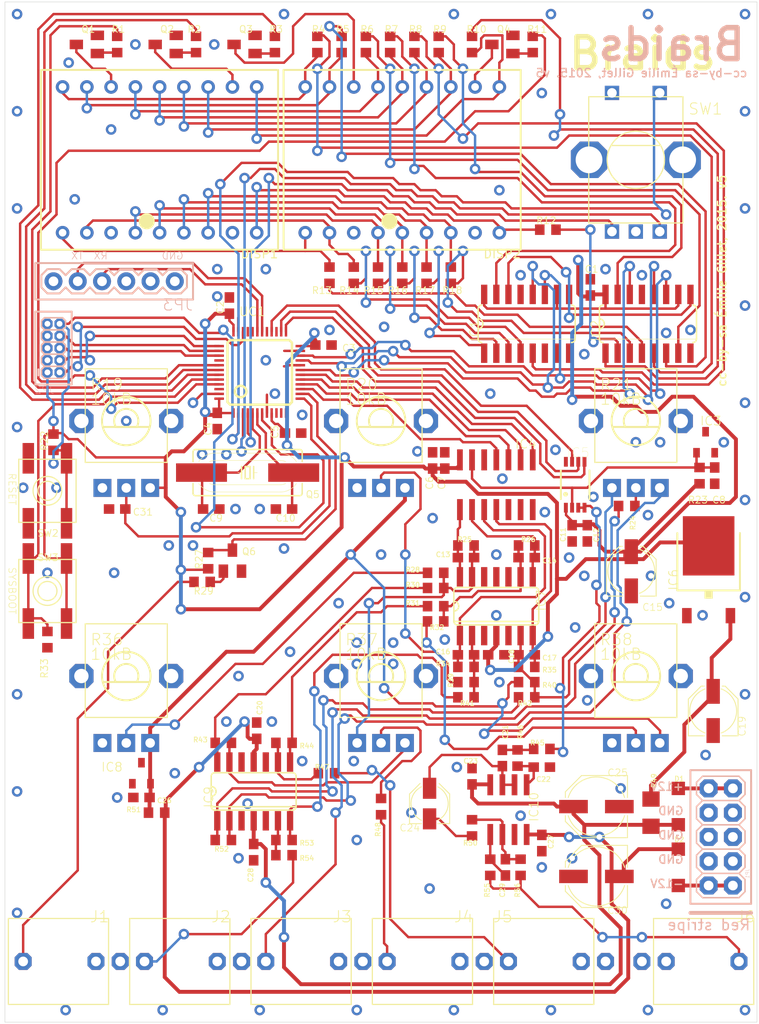
<source format=kicad_pcb>
(kicad_pcb (version 20211014) (generator pcbnew)
  (layers (0 "F.Cu" signal) (31 "B.Cu" signal) (34 "B.Paste" user) (35 "F.Paste" user) (36 "B.SilkS" user "B.Silkscreen") (37 "F.SilkS" user "F.Silkscreen") (38 "B.Mask" user) (39 "F.Mask" user) (44 "Edge.Cuts" user))
  (net 0 "")
  (net 1 "GND")
  (net 2 "+3V3")
  (net 3 "N$7")
  (net 4 "N$8")
  (net 5 "BOOT_FLASH")
  (net 6 "RESET")
  (net 7 "RX")
  (net 8 "TX")
  (net 9 "JTDI")
  (net 10 "JTDO")
  (net 11 "JTCK")
  (net 12 "JTMS")
  (net 13 "VCC")
  (net 14 "VEE")
  (net 15 "N$1")
  (net 16 "N$2")
  (net 17 "N$3")
  (net 18 "N$4")
  (net 19 "N$5")
  (net 20 "N$6")
  (net 21 "N$9")
  (net 22 "N$10")
  (net 23 "ENC_A")
  (net 24 "ENC_B")
  (net 25 "ENC_CLICK")
  (net 26 "N$15")
  (net 27 "N$16")
  (net 28 "N$17")
  (net 29 "N$18")
  (net 30 "N$19")
  (net 31 "N$20")
  (net 32 "N$21")
  (net 33 "N$22")
  (net 34 "N$23")
  (net 35 "N$24")
  (net 36 "N$25")
  (net 37 "N$26")
  (net 38 "N$27")
  (net 39 "N$28")
  (net 40 "DISP_SCK")
  (net 41 "DISP_SER")
  (net 42 "N$30")
  (net 43 "N$31")
  (net 44 "DISP_EN")
  (net 45 "N$32")
  (net 46 "N$33")
  (net 47 "N$34")
  (net 48 "N$35")
  (net 49 "N$36")
  (net 50 "N$37")
  (net 51 "N$38")
  (net 52 "N$39")
  (net 53 "N$40")
  (net 54 "N$41")
  (net 55 "N$42")
  (net 56 "N$43")
  (net 57 "N$44")
  (net 58 "ADC_SS")
  (net 59 "ADC_SCK")
  (net 60 "ADC_MISO")
  (net 61 "ADC_MOSI")
  (net 62 "DAC_SS")
  (net 63 "DAC_MOSI")
  (net 64 "DAC_SCK")
  (net 65 "DISP_CHAR0")
  (net 66 "DISP_CHAR1")
  (net 67 "DISP_CHAR2")
  (net 68 "DISP_CHAR3")
  (net 69 "N$13")
  (net 70 "N$14")
  (net 71 "N$45")
  (net 72 "N$12")
  (net 73 "N$29")
  (net 74 "PITCH_CV")
  (net 75 "N$52")
  (net 76 "N$53")
  (net 77 "N$55")
  (net 78 "N$50")
  (net 79 "N$51")
  (net 80 "N$58")
  (net 81 "PARAM1_CV")
  (net 82 "PARAM2_CV")
  (net 83 "N$61")
  (net 84 "N$47")
  (net 85 "N$60")
  (net 86 "N$63")
  (net 87 "N$65")
  (net 88 "N$57")
  (net 89 "N$66")
  (net 90 "GATE")
  (net 91 "AUDIO_OUT")
  (net 92 "N$67")
  (net 93 "N$69")
  (net 94 "N$71")
  (net 95 "N$68")
  (net 96 "N$73")
  (net 97 "AREF")
  (net 98 "FM_CV")
  (net 99 "N$72")
  (net 100 "N$75")
  (net 101 "N$62")
  (net 102 "N$46")
  (net 103 "N$48")
  (net 104 "N$49")
  (net 105 "N$56")
  (net 106 "N$64")
  (net 107 "AREF_-10")
  (net 108 "N$70")
  (net 109 "N$59")
  (net 110 "FINE_TUNE")
  (footprint "braids_v50:EVQ-Q2" (layer "F.Cu") (at 113.5861 102.7811 -90)
    (fp_text reference "SW2")
    (fp_text value "")
  )
  (footprint "braids_v50:C0603" (layer "F.Cu") (at 163.7511 109.7661)
    (fp_text reference "C14")
    (fp_text value "1n")
  )
  (footprint "braids_v50:WQP_PJ_301M6" (layer "F.Cu") (at 115.4911 151.9936 90)
    (fp_text reference "J1")
    (fp_text value "PJ301_THONKICONN6" hide)
  )
  (footprint "braids_v50:R0603" (layer "F.Cu") (at 125.0161 136.4361 180)
    (fp_text reference "R51")
    (fp_text value "330")
  )
  (footprint "braids_v50:C0603" (layer "F.Cu") (at 130.7311 104.6861 180)
    (fp_text reference "C9")
    (fp_text value "18p")
  )
  (footprint "braids_v50:R0603" (layer "F.Cu") (at 138.3511 139.2936)
    (fp_text reference "R53")
    (fp_text value "24.9k")
  )
  (footprint "braids_v50:R0603" (layer "F.Cu") (at 157.4011 122.7836)
    (fp_text reference "R39")
    (fp_text value "120k")
  )
  (footprint "braids_v50:R0603" (layer "F.Cu") (at 155.8136 80.2386 90)
    (fp_text reference "R18")
    (fp_text value "100")
  )
  (footprint "braids_v50:SO08" (layer "F.Cu") (at 161.8461 136.1186)
    (fp_text reference "IC10")
    (fp_text value "TL072")
  )
  (footprint "braids_v50:TO252" (layer "F.Cu") (at 182.8011 111.0361)
    (fp_text reference "IC6")
    (fp_text value "LM1117-3.3")
  )
  (footprint "braids_v50:SOT23-BEC" (layer "F.Cu") (at 132.9536 110.0836)
    (fp_text reference "Q6")
    (fp_text value "MMBT3904")
  )
  (footprint "braids_v50:SOT23-BEC" (layer "F.Cu") (at 161.2111 56.1086 90)
    (fp_text reference "Q4")
    (fp_text value "MMBT3904")
  )
  (footprint "braids_v50:C0603" (layer "F.Cu") (at 153.9086 99.6061 90)
    (fp_text reference "C6")
    (fp_text value "1u")
  )
  (footprint "braids_v50:R0603" (layer "F.Cu") (at 129.7786 112.3061)
    (fp_text reference "R29")
    (fp_text value "100k")
  )
  (footprint "braids_v50:WQP_PJ_301M6" (layer "F.Cu") (at 140.8911 151.9936 90)
    (fp_text reference "J3")
    (fp_text value "PJ301_THONKICONN6" hide)
  )
  (footprint "braids_v50:R0603" (layer "F.Cu") (at 157.4011 108.4961 180)
    (fp_text reference "R25")
    (fp_text value "49.9k")
  )
  (footprint "braids_v50:C0603" (layer "F.Cu") (at 139.3036 96.7486)
    (fp_text reference "C5")
    (fp_text value "100n")
  )
  (footprint "braids_v50:R0603" (layer "F.Cu") (at 143.1136 80.2386 90)
    (fp_text reference "R13")
    (fp_text value "100")
  )
  (footprint "braids_v50:R0603" (layer "F.Cu") (at 142.7961 132.3086 180)
    (fp_text reference "R47")
    (fp_text value "100k")
  )
  (footprint "braids_v50:R0603" (layer "F.Cu") (at 154.2261 114.8461)
    (fp_text reference "R31")
    (fp_text value "24.9k")
  )
  (footprint "braids_v50:C0603" (layer "F.Cu") (at 170.1011 107.2261 -90)
    (fp_text reference "C12")
    (fp_text value "1u")
  )
  (footprint "braids_v50:R0603" (layer "F.Cu") (at 157.4011 124.3711)
    (fp_text reference "R41")
    (fp_text value "24.9k")
  )
  (footprint "braids_v50:MSOP-8" (layer "F.Cu") (at 168.8311 102.1461)
    (fp_text reference "IC5")
    (fp_text value "DAC8551")
  )
  (footprint "braids_v50:SOT23-BEC" (layer "F.Cu") (at 125.9686 56.1086 90)
    (fp_text reference "Q2")
    (fp_text value "MMBT3904")
  )
  (footprint "braids_v50:C0603" (layer "F.Cu") (at 142.4786 87.5411)
    (fp_text reference "C3")
    (fp_text value "100n")
  )
  (footprint "braids_v50:EVQ-Q2" (layer "F.Cu") (at 113.5861 113.2586 -90)
    (fp_text reference "SW3")
    (fp_text value "")
  )
  (footprint "braids_v50:C0603" (layer "F.Cu") (at 120.8886 104.6861 180)
    (fp_text reference "C31")
    (fp_text value "100n")
  )
  (footprint "braids_v50:R0603" (layer "F.Cu") (at 129.1436 56.1086 -90)
    (fp_text reference "R2")
    (fp_text value "1.0k")
  )
  (footprint "braids_v50:C0603" (layer "F.Cu") (at 132.6361 83.4136 90)
    (fp_text reference "C2")
    (fp_text value "100n")
  )
  (footprint "braids_v50:PANASONIC_C" (layer "F.Cu") (at 174.7048 111.1949 90)
    (fp_text reference "C15")
    (fp_text value "22u")
  )
  (footprint "braids_v50:R0603" (layer "F.Cu") (at 174.2286 104.3686)
    (fp_text reference "R24")
    (fp_text value "100k")
  )
  (footprint "braids_v50:R0603" (layer "F.Cu") (at 114.2211 97.7011 90)
    (fp_text reference "R22")
    (fp_text value "10k")
  )
  (footprint "braids_v50:C0603" (layer "F.Cu") (at 161.2111 130.7211 -90)
    (fp_text reference "C21")
    (fp_text value "100p")
  )
  (footprint "braids_v50:C0603" (layer "F.Cu") (at 160.5761 119.9261)
    (fp_text reference "C18")
    (fp_text value "100n")
  )
  (footprint "braids_v50:SO16" (layer "F.Cu") (at 163.7511 85.3186)
    (fp_text reference "IC1")
    (fp_text value "74HC595D")
  )
  (footprint "braids_v50:R0603" (layer "F.Cu") (at 138.3511 140.8811 180)
    (fp_text reference "R54")
    (fp_text value "100k")
  )
  (footprint "braids_v50:R0603" (layer "F.Cu") (at 154.2261 116.4336)
    (fp_text reference "R32")
    (fp_text value "200k")
  )
  (footprint "braids_v50:C0603" (layer "F.Cu") (at 135.1761 140.5636 -90)
    (fp_text reference "C28")
    (fp_text value "100n")
  )
  (footprint "braids_v50:R0603" (layer "F.Cu") (at 154.5436 56.1086 -90)
    (fp_text reference "R9")
    (fp_text value "100")
  )
  (footprint "braids_v50:WQP_PJ_301M6" (layer "F.Cu") (at 128.1911 151.9936 90)
    (fp_text reference "J2")
    (fp_text value "PJ301_THONKICONN6" hide)
  )
  (footprint "braids_v50:R0603" (layer "F.Cu") (at 132.0011 139.2936 180)
    (fp_text reference "R52")
    (fp_text value "24.9k")
  )
  (footprint "braids_v50:ALPS_POT_VERTICAL_PS" (layer "F.Cu") (at 148.5111 95.4786 180)
    (fp_text reference "R20")
    (fp_text value "10kB")
  )
  (footprint "braids_v50:R0603" (layer "F.Cu") (at 181.8486 101.1936 90)
    (fp_text reference "R23")
    (fp_text value "1.0k")
  )
  (footprint "braids_v50:C0603" (layer "F.Cu") (at 138.3511 104.6861)
    (fp_text reference "C10")
    (fp_text value "18p")
  )
  (footprint "braids_v50:R0603" (layer "F.Cu") (at 146.9236 56.1086 -90)
    (fp_text reference "R6")
    (fp_text value "100")
  )
  (footprint "braids_v50:R0603" (layer "F.Cu") (at 154.2261 111.3536)
    (fp_text reference "R28")
    (fp_text value "200k")
  )
  (footprint "braids_v50:R0603" (layer "F.Cu") (at 157.4011 121.1961 180)
    (fp_text reference "R34")
    (fp_text value "24.9k")
  )
  (footprint "braids_v50:ALPS_POT_VERTICAL_PS" (layer "F.Cu") (at 121.8411 122.1486 180)
    (fp_text reference "R36")
    (fp_text value "10kB")
  )
  (footprint "braids_v50:R0603" (layer "F.Cu") (at 158.0361 56.1086 -90)
    (fp_text reference "R10")
    (fp_text value "100")
  )
  (footprint "braids_v50:SO14" (layer "F.Cu") (at 135.1761 134.2136)
    (fp_text reference "IC9")
    (fp_text value "TL074D")
  )
  (footprint "braids_v50:SOD123" (layer "F.Cu") (at 179.6261 135.8011 90)
    (fp_text reference "D1")
    (fp_text value "1N5819HW" hide)
  )
  (footprint "braids_v50:R0603" (layer "F.Cu") (at 150.7336 80.2386 90)
    (fp_text reference "R16")
    (fp_text value "100")
  )
  (footprint "braids_v50:R0603" (layer "F.Cu") (at 163.7511 121.1961)
    (fp_text reference "R35")
    (fp_text value "24.9k")
  )
  (footprint "braids_v50:SOT23-BEC" (layer "F.Cu") (at 134.2236 56.1086 90)
    (fp_text reference "Q3")
    (fp_text value "MMBT3904")
  )
  (footprint "braids_v50:R0603" (layer "F.Cu") (at 138.3511 129.1336)
    (fp_text reference "R44")
    (fp_text value "24.9k")
  )
  (footprint "braids_v50:R0603" (layer "F.Cu") (at 158.0361 138.0236 -90)
    (fp_text reference "R50")
    (fp_text value "24.9k")
  )
  (footprint "braids_v50:PDC54" (layer "F.Cu") (at 150.7336 68.1736)
    (fp_text reference "DISP2")
    (fp_text value "KINGBRIGHT-PDC54-11" hide)
  )
  (footprint "braids_v50:C0603" (layer "F.Cu") (at 161.5286 142.1511 -90)
    (fp_text reference "C29")
    (fp_text value "47p")
  )
  (footprint "braids_v50:R0603" (layer "F.Cu") (at 164.3861 56.1086 -90)
    (fp_text reference "R11")
    (fp_text value "1.0k")
  )
  (footprint "braids_v50:PANASONIC_D" (layer "F.Cu") (at 171.0536 135.8011 180)
    (fp_text reference "C25")
    (fp_text value "47u")
  )
  (footprint "braids_v50:R0603" (layer "F.Cu") (at 148.1936 80.2386 90)
    (fp_text reference "R15")
    (fp_text value "100")
  )
  (footprint "braids_v50:R0603" (layer "F.Cu") (at 120.8886 56.1086 -90)
    (fp_text reference "R1")
    (fp_text value "1.0k")
  )
  (footprint "braids_v50:PANASONIC_B" (layer "F.Cu") (at 153.5911 135.4836 90)
    (fp_text reference "C24")
    (fp_text value "10u")
  )
  (footprint "braids_v50:ALPS_POT_VERTICAL_PS" (layer "F.Cu") (at 175.1811 95.4786 180)
    (fp_text reference "R21")
    (fp_text value "10kB")
  )
  (footprint "braids_v50:SO16" (layer "F.Cu") (at 176.4511 85.3186)
    (fp_text reference "IC2")
    (fp_text value "74HC595D")
  )
  (footprint "braids_v50:R0603" (layer "F.Cu") (at 162.7986 130.7211 90)
    (fp_text reference "R46")
    (fp_text value "39k")
  )
  (footprint "braids_v50:R0603" (layer "F.Cu") (at 145.6536 80.2386 90)
    (fp_text reference "R14")
    (fp_text value "100")
  )
  (footprint "braids_v50:ALPS_EC12E_SW" (layer "F.Cu") (at 175.1811 68.1736)
    (fp_text reference "SW1")
    (fp_text value "EC12E_SW" hide)
  )
  (footprint "braids_v50:C0603" (layer "F.Cu") (at 165.3386 139.6111 90)
    (fp_text reference "C27")
    (fp_text value "100n")
  )
  (footprint "braids_v50:R1206" (layer "F.Cu") (at 176.7686 136.4361 -90)
    (fp_text reference "R49")
    (fp_text value "4.7")
  )
  (footprint "braids_v50:DBZ_R-PDSO-G3" (layer "F.Cu") (at 123.4286 132.3086)
    (fp_text reference "IC8")
    (fp_text value "LM4040B10")
  )
  (footprint "braids_v50:R0603" (layer "F.Cu") (at 149.4636 56.1086 -90)
    (fp_text reference "R7")
    (fp_text value "100")
  )
  (footprint "braids_v50:HC49UP" (layer "F.Cu") (at 134.5411 100.8761 180)
    (fp_text reference "Q5")
    (fp_text value "8MHz")
  )
  (footprint "braids_v50:C0603" (layer "F.Cu") (at 165.3386 131.6736)
    (fp_text reference "C22")
    (fp_text value "100p")
  )
  (footprint "braids_v50:PANASONIC_C" (layer "F.Cu") (at 183.2773 125.7998 90)
    (fp_text reference "C19")
    (fp_text value "22u")
  )
  (footprint "braids_v50:C0603" (layer "F.Cu") (at 183.4361 101.1936 -90)
    (fp_text reference "C8")
    (fp_text value "470n")
  )
  (footprint "braids_v50:C0603" (layer "F.Cu") (at 157.4011 109.7661 180)
    (fp_text reference "C13")
    (fp_text value "1n")
  )
  (footprint "braids_v50:R0603" (layer "F.Cu") (at 137.3986 56.1086 -90)
    (fp_text reference "R3")
    (fp_text value "1.0k")
  )
  (footprint "braids_v50:R0603" (layer "F.Cu") (at 163.7511 108.4961)
    (fp_text reference "R26")
    (fp_text value "49.9k")
  )
  (footprint "braids_v50:ALPS_POT_VERTICAL_PS" (layer "F.Cu") (at 148.5111 122.1486 180)
    (fp_text reference "R37")
    (fp_text value "10kB")
  )
  (footprint "braids_v50:R0603" (layer "F.Cu") (at 153.2736 80.2386 90)
    (fp_text reference "R17")
    (fp_text value "100")
  )
  (footprint "braids_v50:SOD123" (layer "F.Cu") (at 179.6261 142.1511 90)
    (fp_text reference "D2")
    (fp_text value "1N5819HW" hide)
  )
  (footprint "braids_v50:SO14" (layer "F.Cu") (at 160.5761 102.1461)
    (fp_text reference "IC4")
    (fp_text value "MCP3204")
  )
  (footprint "braids_v50:R0603" (layer "F.Cu") (at 130.4136 110.0836 -90)
    (fp_text reference "R27")
    (fp_text value "10k")
  )
  (footprint "braids_v50:PANASONIC_D" (layer "F.Cu") (at 171.0536 143.1036 180)
    (fp_text reference "C30")
    (fp_text value "47u")
  )
  (footprint "braids_v50:R0603" (layer "F.Cu") (at 165.9736 75.4761 180)
    (fp_text reference "R12")
    (fp_text value "100")
  )
  (footprint "braids_v50:C0603" (layer "F.Cu") (at 170.4186 81.5086 90)
    (fp_text reference "C1")
    (fp_text value "100n")
  )
  (footprint "braids_v50:R0603" (layer "F.Cu") (at 132.0011 129.1336 180)
    (fp_text reference "R43")
    (fp_text value "24.9k")
  )
  (footprint "braids_v50:WQP_PJ_301M6" (layer "F.Cu") (at 181.5311 151.9936 -90)
    (fp_text reference "J6")
    (fp_text value "PJ301_THONKICONN6" hide)
  )
  (footprint "braids_v50:LQFP48" (layer "F.Cu") (at 135.8111 90.3986)
    (fp_text reference "UC1")
    (fp_text value "STM32F103CBT6")
  )
  (footprint "braids_v50:R0603" (layer "F.Cu") (at 165.3386 129.7686)
    (fp_text reference "R45")
    (fp_text value "39k")
  )
  (footprint "braids_v50:R0603" (layer "F.Cu") (at 163.7511 124.3711)
    (fp_text reference "R42")
    (fp_text value "24.9k")
  )
  (footprint "braids_v50:R0603" (layer "F.Cu") (at 148.5111 135.8011 90)
    (fp_text reference "R48")
    (fp_text value "100k")
  )
  (footprint "braids_v50:C0603" (layer "F.Cu") (at 131.3661 95.4786 -90)
    (fp_text reference "C4")
    (fp_text value "100n")
  )
  (footprint "braids_v50:WQP_PJ_301M6" (layer "F.Cu") (at 166.2911 151.9936 90)
    (fp_text reference "J5")
    (fp_text value "PJ301_THONKICONN6" hide)
  )
  (footprint "braids_v50:R0603" (layer "F.Cu") (at 152.0036 56.1086 -90)
    (fp_text reference "R8")
    (fp_text value "100")
  )
  (footprint "braids_v50:WQP_PJ_301M6" (layer "F.Cu") (at 153.5911 151.9936 90)
    (fp_text reference "J4")
    (fp_text value "PJ301_THONKICONN6" hide)
  )
  (footprint "braids_v50:R0603" (layer "F.Cu") (at 154.2261 112.9411)
    (fp_text reference "R30")
    (fp_text value "24.9k")
  )
  (footprint "braids_v50:C0603" (layer "F.Cu") (at 168.5136 107.2261 -90)
    (fp_text reference "C11")
    (fp_text value "100n")
  )
  (footprint "braids_v50:R0603" (layer "F.Cu") (at 163.1161 142.1511 90)
    (fp_text reference "R56")
    (fp_text value "100k")
  )
  (footprint "braids_v50:PDC54" (layer "F.Cu") (at 125.3336 68.1736)
    (fp_text reference "DISP1")
    (fp_text value "KINGBRIGHT-PDC54-11" hide)
  )
  (footprint "braids_v50:R0603" (layer "F.Cu") (at 163.7511 122.7836)
    (fp_text reference "R40")
    (fp_text value "200k")
  )
  (footprint "braids_v50:R0603" (layer "F.Cu") (at 141.8436 56.1086 -90)
    (fp_text reference "R4")
    (fp_text value "100")
  )
  (footprint "braids_v50:SOT23-BEC" (layer "F.Cu") (at 117.7136 56.1086 90)
    (fp_text reference "Q1")
    (fp_text value "MMBT3904")
  )
  (footprint "braids_v50:R0603" (layer "F.Cu") (at 113.5861 118.3386 90)
    (fp_text reference "R33")
    (fp_text value "10k")
  )
  (footprint "braids_v50:C0603" (layer "F.Cu") (at 157.4011 119.9261 180)
    (fp_text reference "C16")
    (fp_text value "1n")
  )
  (footprint "braids_v50:DBZ_R-PDSO-G3" (layer "F.Cu") (at 182.4836 97.7011)
    (fp_text reference "IC3")
    (fp_text value "LM4040B25")
  )
  (footprint "braids_v50:C0603" (layer "F.Cu") (at 135.4936 127.8636 -90)
    (fp_text reference "C20")
    (fp_text value "100n")
  )
  (footprint "braids_v50:ALPS_POT_VERTICAL_PS" (layer "F.Cu") (at 121.8411 95.4786 180)
    (fp_text reference "R19")
    (fp_text value "10kB")
  )
  (footprint "braids_v50:C0603" (layer "F.Cu") (at 163.7511 119.9261)
    (fp_text reference "C17")
    (fp_text value "1n")
  )
  (footprint "braids_v50:C0603" (layer "F.Cu") (at 155.1786 99.6061 90)
    (fp_text reference "C7")
    (fp_text value "100n")
  )
  (footprint "braids_v50:C0603" (layer "F.Cu") (at 123.4286 134.8486 180)
    (fp_text reference "C26")
    (fp_text value "100n")
  )
  (footprint "braids_v50:ALPS_POT_VERTICAL_PS" (layer "F.Cu") (at 175.1811 122.1486 180)
    (fp_text reference "R38")
    (fp_text value "10kB")
  )
  (footprint "braids_v50:SO14" (layer "F.Cu") (at 160.5761 114.8461)
    (fp_text reference "IC7")
    (fp_text value "MCP6004")
  )
  (footprint "braids_v50:R0603" (layer "F.Cu") (at 159.9411 142.1511 90)
    (fp_text reference "R55")
    (fp_text value "1.0k")
  )
  (footprint "braids_v50:C0603" (layer "F.Cu") (at 158.0361 132.6261 90)
    (fp_text reference "C23")
    (fp_text value "100n")
  )
  (footprint "braids_v50:R0603" (layer "F.Cu") (at 144.3836 56.1086 -90)
    (fp_text reference "R5")
    (fp_text value "100")
  )
  (footprint "braids_v50:1X06" (layer "B.Cu") (at 126.9211 80.8736 180)
    (fp_text reference "JP3")
    (fp_text value "")
  )
  (footprint "braids_v50:AVR_ICSP" (layer "B.Cu") (at 184.0711 138.9761 180)
    (fp_text reference "JP1")
    (fp_text value "M05X2PTH")
  )
  (footprint "braids_v50:2X5-1.27" (layer "B.Cu") (at 114.8561 86.5886)
    (fp_text reference "JP2")
    (fp_text value "M05X2MINIJTAG" hide)
  )
  (gr_line (start 116.1261 91.6686) (end 112.3161 91.6686) (layer "B.SilkS") (width 0.2032))
  (gr_line (start 112.3161 91.6686) (end 112.3161 84.0486) (layer "B.SilkS") (width 0.2032))
  (gr_line (start 180.8961 131.9911) (end 180.8961 145.9611) (layer "B.SilkS") (width 0.2032))
  (gr_line (start 112.3161 82.7786) (end 112.3161 78.9686) (layer "B.SilkS") (width 0.2032))
  (gr_line (start 128.8261 78.9686) (end 128.8261 82.7786) (layer "B.SilkS") (width 0.2032))
  (gr_line (start 112.3161 84.0486) (end 116.1261 84.0486) (layer "B.SilkS") (width 0.2032))
  (gr_line (start 187.2461 131.9911) (end 180.8961 131.9911) (layer "B.SilkS") (width 0.2032))
  (gr_line (start 180.8961 146.9136) (end 187.2461 146.9136) (layer "B.SilkS") (width 0.4064))
  (gr_line (start 187.2461 145.9611) (end 187.2461 131.9911) (layer "B.SilkS") (width 0.2032))
  (gr_line (start 112.3161 78.9686) (end 128.8261 78.9686) (layer "B.SilkS") (width 0.2032))
  (gr_line (start 180.8961 145.9611) (end 187.2461 145.9611) (layer "B.SilkS") (width 0.2032))
  (gr_line (start 128.8261 82.7786) (end 112.3161 82.7786) (layer "B.SilkS") (width 0.2032))
  (gr_line (start 116.1261 84.0486) (end 116.1261 91.6686) (layer "B.SilkS") (width 0.2032))
  (gr_line (start 187.8611 158.3436) (end 187.8611 51.6636) (layer "Edge.Cuts") (width 0.05))
  (gr_line (start 109.1411 51.6636) (end 109.1411 158.3436) (layer "Edge.Cuts") (width 0.05))
  (gr_line (start 187.8611 51.6636) (end 109.1411 51.6636) (layer "Edge.Cuts") (width 0.05))
  (gr_line (start 109.1411 158.3436) (end 187.8611 158.3436) (layer "Edge.Cuts") (width 0.05))
  (gr_text "Red stripe" (at 187.2461 148.8186) (layer "B.SilkS") (effects (font (size 1.1176 1.1176) (thickness 0.1524)) (justify left bottom mirror)))
  (gr_text "cc-by-sa Émilie Gillet, 2015. v5" (at 186.9286 59.6011) (layer "B.SilkS") (effects (font (size 0.8636 0.8636) (thickness 0.1524)) (justify left bottom mirror)))
  (gr_text "GND" (at 180.2611 139.2936) (layer "B.SilkS") (effects (font (size 0.8636 0.8636) (thickness 0.1524)) (justify left bottom mirror)))
  (gr_text "RX" (at 119.9361 78.6511) (layer "B.SilkS") (effects (font (size 0.747776 0.747776) (thickness 0.065024)) (justify left bottom mirror)))
  (gr_text "-12V" (at 180.2611 144.3736) (layer "B.SilkS") (effects (font (size 0.8636 0.8636) (thickness 0.1524)) (justify left bottom mirror)))
  (gr_text "GND" (at 127.8736 78.6511) (layer "B.SilkS") (effects (font (size 0.747776 0.747776) (thickness 0.065024)) (justify left bottom mirror)))
  (gr_text "TX" (at 117.3961 78.6511) (layer "B.SilkS") (effects (font (size 0.747776 0.747776) (thickness 0.065024)) (justify left bottom mirror)))
  (gr_text "GND" (at 180.2611 136.7536) (layer "B.SilkS") (effects (font (size 0.8636 0.8636) (thickness 0.1524)) (justify left bottom mirror)))
  (gr_text "GND" (at 180.2611 141.8336) (layer "B.SilkS") (effects (font (size 0.8636 0.8636) (thickness 0.1524)) (justify left bottom mirror)))
  (gr_text "+12V" (at 180.2611 134.2136) (layer "B.SilkS") (effects (font (size 0.8636 0.8636) (thickness 0.1524)) (justify left bottom mirror)))
  (gr_text "Braids" (at 186.9286 58.0136) (layer "B.SilkS") (effects (font (size 3.2385 3.2385) (thickness 0.5715)) (justify left bottom mirror)))
  (gr_text "RESET" (at 109.4586 100.8761 270) (layer "F.SilkS") (effects (font (size 0.747776 0.747776) (thickness 0.065024)) (justify left bottom)))
  (gr_text "Braids" (at 167.8786 58.9661) (layer "F.SilkS") (effects (font (size 3.2385 3.2385) (thickness 0.5715)) (justify left bottom)))
  (gr_text "SYSBOOT" (at 109.4586 110.7186 270) (layer "F.SilkS") (effects (font (size 0.747776 0.747776) (thickness 0.065024)) (justify left bottom)))
  (gr_text "cc-by-sa Émilie Gillet, 2015. v5" (at 184.7061 91.9861 90) (layer "F.SilkS") (effects (font (size 0.8636 0.8636) (thickness 0.1524)) (justify left bottom)))
  (segment (start 138.3786 88.1486) (end 140.0611 88.1486) (width 0.254) (layer "F.Cu") (net 1))
  (segment (start 138.8711 89.6486) (end 140.0611 89.6486) (width 0.254) (layer "F.Cu") (net 1))
  (segment (start 138.3511 89.7636) (end 138.7561 89.7636) (width 0.254) (layer "F.Cu") (net 1))
  (segment (start 133.5611 86.1486) (end 133.5611 84.6836) (width 0.254) (layer "F.Cu") (net 1))
  (segment (start 132.6361 82.5636) (end 132.7386 82.4611) (width 0.254) (layer "F.Cu") (net 1))
  (segment (start 138.7561 89.7636) (end 138.8711 89.6486) (width 0.254) (layer "F.Cu") (net 1))
  (segment (start 136.5611 94.6486) (end 136.5611 92.7361) (width 0.254) (layer "F.Cu") (net 1))
  (segment (start 129.7511 92.6486) (end 131.5611 92.6486) (width 0.254) (layer "F.Cu") (net 1))
  (segment (start 128.8261 93.5736) (end 129.7511 92.6486) (width 0.254) (layer "F.Cu") (net 1))
  (via (at 145.9711 118.6561) (size 1.108) (drill 0.6) (layers "F.Cu" "B.Cu") (net 1))
  (via (at 182.4836 130.4036) (size 1.108) (drill 0.6) (layers "F.Cu" "B.Cu") (net 1))
  (via (at 120.5711 111.3536) (size 1.108) (drill 0.6) (layers "F.Cu" "B.Cu") (net 1))
  (via (at 115.8086 58.0136) (size 1.108) (drill 0.6) (layers "F.Cu" "B.Cu") (net 1))
  (via (at 120.2536 64.9986) (size 1.108) (drill 0.6) (layers "F.Cu" "B.Cu") (net 1))
  (via (at 111.0461 102.4636) (size 1.108) (drill 0.6) (layers "F.Cu" "B.Cu") (net 1))
  (via (at 182.1661 115.7986) (size 1.108) (drill 0.6) (layers "F.Cu" "B.Cu") (net 1))
  (via (at 165.6561 105.0036) (size 1.108) (drill 0.6) (layers "F.Cu" "B.Cu") (net 1))
  (via (at 113.5861 111.3536) (size 1.108) (drill 0.6) (layers "F.Cu" "B.Cu") (net 1))
  (via (at 180.8961 85.9536) (size 1.108) (drill 0.6) (layers "F.Cu" "B.Cu") (net 1))
  (via (at 144.0661 114.5286) (size 1.108) (drill 0.6) (layers "F.Cu" "B.Cu") (net 1))
  (via (at 156.1311 52.9336) (size 1.108) (drill 0.6) (layers "F.Cu" "B.Cu") (net 1))
  (via (at 186.6111 157.0736) (size 1.108) (drill 0.6) (layers "F.Cu" "B.Cu") (net 1))
  (via (at 110.4111 52.9336) (size 1.108) (drill 0.6) (layers "F.Cu" "B.Cu") (net 1))
  (via (at 115.4911 157.0736) (size 1.108) (drill 0.6) (layers "F.Cu" "B.Cu") (net 1))
  (via (at 165.3386 142.1511) (size 1.108) (drill 0.6) (layers "F.Cu" "B.Cu") (net 1))
  (via (at 145.9711 139.2936) (size 1.108) (drill 0.6) (layers "F.Cu" "B.Cu") (net 1))
  (via (at 131.3661 82.4611) (size 1.108) (drill 0.6) (layers "F.Cu" "B.Cu") (net 1))
  (via (at 170.1011 124.6886) (size 1.108) (drill 0.6) (layers "F.Cu" "B.Cu") (net 1))
  (via (at 110.4111 63.0936) (size 1.108) (drill 0.6) (layers "F.Cu" "B.Cu") (net 1))
  (via (at 178.3561 145.9611) (size 1.108) (drill 0.6) (layers "F.Cu" "B.Cu") (net 1))
  (via (at 128.8261 93.5736) (size 1.108) (drill 0.6) (layers "F.Cu" "B.Cu") (net 1))
  (via (at 131.0486 56.1086) (size 1.108) (drill 0.6) (layers "F.Cu" "B.Cu") (net 1))
  (via (at 173.5936 133.8961) (size 1.108) (drill 0.6) (layers "F.Cu" "B.Cu") (net 1))
  (via (at 176.4511 105.3211) (size 1.108) (drill 0.6) (layers "F.Cu" "B.Cu") (net 1))
  (via (at 114.5386 102.4636) (size 1.108) (drill 0.6) (layers "F.Cu" "B.Cu") (net 1))
  (via (at 172.0061 79.6036) (size 1.108) (drill 0.6) (layers "F.Cu" "B.Cu") (net 1))
  (via (at 168.8311 117.0686) (size 1.108) (drill 0.6) (layers "F.Cu" "B.Cu") (net 1))
  (via (at 110.4111 124.0536) (size 1.108) (drill 0.6) (layers "F.Cu" "B.Cu") (net 1))
  (via (at 175.8161 80.2386) (size 1.108) (drill 0.6) (layers "F.Cu" "B.Cu") (net 1))
  (via (at 140.2561 131.0386) (size 1.108) (drill 0.6) (layers "F.Cu" "B.Cu") (net 1))
  (via (at 186.6111 124.0536) (size 1.108) (drill 0.6) (layers "F.Cu" "B.Cu") (net 1))
  (via (at 138.3511 108.8136) (size 1.108) (drill 0.6) (layers "F.Cu" "B.Cu") (net 1))
  (via (at 186.6111 52.9336) (size 1.108) (drill 0.6) (layers "F.Cu" "B.Cu") (net 1))
  (via (at 138.3511 52.9336) (size 1.108) (drill 0.6) (layers "F.Cu" "B.Cu") (net 1))
  (via (at 137.3986 92.6211) (size 1.108) (drill 0.6) (layers "F.Cu" "B.Cu") (net 1))
  (via (at 176.4511 52.9336) (size 1.108) (drill 0.6) (layers "F.Cu" "B.Cu") (net 1))
  (via (at 186.6111 73.2536) (size 1.108) (drill 0.6) (layers "F.Cu" "B.Cu") (net 1))
  (via (at 186.6111 93.5736) (size 1.108) (drill 0.6) (layers "F.Cu" "B.Cu") (net 1))
  (via (at 160.5761 109.4486) (size 1.108) (drill 0.6) (layers "F.Cu" "B.Cu") (net 1))
  (via (at 121.8411 95.4786) (size 1.108) (drill 0.6) (layers "F.Cu" "B.Cu") (net 1))
  (via (at 145.9711 157.0736) (size 1.108) (drill 0.6) (layers "F.Cu" "B.Cu") (net 1))
  (via (at 163.1161 80.2386) (size 1.108) (drill 0.6) (layers "F.Cu" "B.Cu") (net 1))
  (via (at 133.2711 104.6861) (size 1.108) (drill 0.6) (layers "F.Cu" "B.Cu") (net 1))
  (via (at 110.4111 134.2136) (size 1.108) (drill 0.6) (layers "F.Cu" "B.Cu") (net 1))
  (via (at 143.1136 85.9536) (size 1.108) (drill 0.6) (layers "F.Cu" "B.Cu") (net 1))
  (via (at 186.6111 113.8936) (size 1.108) (drill 0.6) (layers "F.Cu" "B.Cu") (net 1))
  (via (at 110.4111 146.9136) (size 1.108) (drill 0.6) (layers "F.Cu" "B.Cu") (net 1))
  (via (at 149.7811 120.8786) (size 1.108) (drill 0.6) (layers "F.Cu" "B.Cu") (net 1))
  (via (at 135.8111 157.0736) (size 1.108) (drill 0.6) (layers "F.Cu" "B.Cu") (net 1))
  (via (at 148.5111 109.4486) (size 1.108) (drill 0.6) (layers "F.Cu" "B.Cu") (net 1))
  (via (at 132.3186 126.9111) (size 1.108) (drill 0.6) (layers "F.Cu" "B.Cu") (net 1))
  (via (at 138.9861 119.6086) (size 1.108) (drill 0.6) (layers "F.Cu" "B.Cu") (net 1))
  (via (at 166.7674 98.4949) (size 1.108) (drill 0.6) (layers "F.Cu" "B.Cu") (net 1))
  (via (at 152.3211 98.6536) (size 1.108) (drill 0.6) (layers "F.Cu" "B.Cu") (net 1))
  (via (at 140.2561 94.8436) (size 1.108) (drill 0.6) (layers "F.Cu" "B.Cu") (net 1))
  (via (at 168.1961 109.7661) (size 1.108) (drill 0.6) (layers "F.Cu" "B.Cu") (net 1))
  (via (at 166.2911 157.0736) (size 1.108) (drill 0.6) (layers "F.Cu" "B.Cu") (net 1))
  (via (at 175.1811 97.7011) (size 1.108) (drill 0.6) (layers "F.Cu" "B.Cu") (net 1))
  (via (at 122.7936 56.1086) (size 1.108) (drill 0.6) (layers "F.Cu" "B.Cu") (net 1))
  (via (at 170.7361 103.4161) (size 1.108) (drill 0.6) (layers "F.Cu" "B.Cu") (net 1))
  (via (at 178.3561 86.2711) (size 1.108) (drill 0.6) (layers "F.Cu" "B.Cu") (net 1))
  (via (at 168.5136 141.1986) (size 1.108) (drill 0.6) (layers "F.Cu" "B.Cu") (net 1))
  (via (at 148.8286 85.6361) (size 1.108) (drill 0.6) (layers "F.Cu" "B.Cu") (net 1))
  (via (at 149.7811 118.6561) (size 1.108) (drill 0.6) (layers "F.Cu" "B.Cu") (net 1))
  (via (at 151.6861 136.4361) (size 1.108) (drill 0.6) (layers "F.Cu" "B.Cu") (net 1))
  (via (at 186.6111 83.4136) (size 1.108) (drill 0.6) (layers "F.Cu" "B.Cu") (net 1))
  (via (at 134.5411 135.4836) (size 1.108) (drill 0.6) (layers "F.Cu" "B.Cu") (net 1))
  (via (at 135.8111 104.6861) (size 1.108) (drill 0.6) (layers "F.Cu" "B.Cu") (net 1))
  (via (at 137.0811 126.9111) (size 1.108) (drill 0.6) (layers "F.Cu" "B.Cu") (net 1))
  (via (at 153.5911 144.3736) (size 1.108) (drill 0.6) (layers "F.Cu" "B.Cu") (net 1))
  (via (at 110.4111 73.2536) (size 1.108) (drill 0.6) (layers "F.Cu" "B.Cu") (net 1))
  (via (at 176.4511 157.0736) (size 1.108) (drill 0.6) (layers "F.Cu" "B.Cu") (net 1))
  (via (at 145.9711 120.8786) (size 1.108) (drill 0.6) (layers "F.Cu" "B.Cu") (net 1))
  (via (at 160.8936 71.3486) (size 1.108) (drill 0.6) (layers "F.Cu" "B.Cu") (net 1))
  (via (at 161.2111 101.5111) (size 1.108) (drill 0.6) (layers "F.Cu" "B.Cu") (net 1))
  (via (at 153.9086 105.6386) (size 1.108) (drill 0.6) (layers "F.Cu" "B.Cu") (net 1))
  (via (at 126.9211 132.3086) (size 1.108) (drill 0.6) (layers "F.Cu" "B.Cu") (net 1))
  (via (at 120.8886 134.8486) (size 1.108) (drill 0.6) (layers "F.Cu" "B.Cu") (net 1))
  (via (at 178.6736 114.5286) (size 1.108) (drill 0.6) (layers "F.Cu" "B.Cu") (net 1))
  (via (at 126.2861 108.4961) (size 1.108) (drill 0.6) (layers "F.Cu" "B.Cu") (net 1))
  (via (at 160.8936 122.7836) (size 1.108) (drill 0.6) (layers "F.Cu" "B.Cu") (net 1))
  (via (at 110.4111 96.1136) (size 1.108) (drill 0.6) (layers "F.Cu" "B.Cu") (net 1))
  (via (at 176.7686 111.6711) (size 1.108) (drill 0.6) (layers "F.Cu" "B.Cu") (net 1))
  (via (at 125.6511 157.0736) (size 1.108) (drill 0.6) (layers "F.Cu" "B.Cu") (net 1))
  (via (at 169.7836 111.6711) (size 1.108) (drill 0.6) (layers "F.Cu" "B.Cu") (net 1))
  (via (at 160.5761 115.7986) (size 1.108) (drill 0.6) (layers "F.Cu" "B.Cu") (net 1))
  (via (at 177.7211 97.7011) (size 1.108) (drill 0.6) (layers "F.Cu" "B.Cu") (net 1))
  (via (at 133.5886 122.1486) (size 1.108) (drill 0.6) (layers "F.Cu" "B.Cu") (net 1))
  (via (at 155.1786 118.3386) (size 1.108) (drill 0.6) (layers "F.Cu" "B.Cu") (net 1))
  (via (at 166.2911 52.9336) (size 1.108) (drill 0.6) (layers "F.Cu" "B.Cu") (net 1))
  (via (at 156.4486 131.6736) (size 1.108) (drill 0.6) (layers "F.Cu" "B.Cu") (net 1))
  (via (at 165.3386 61.1886) (size 1.108) (drill 0.6) (layers "F.Cu" "B.Cu") (net 1))
  (via (at 129.7786 98.9711) (size 1.108) (drill 0.6) (layers "F.Cu" "B.Cu") (net 1))
  (via (at 186.6111 103.7336) (size 1.108) (drill 0.6) (layers "F.Cu" "B.Cu") (net 1))
  (via (at 163.1161 136.7536) (size 1.108) (drill 0.6) (layers "F.Cu" "B.Cu") (net 1))
  (via (at 145.6536 131.0386) (size 1.108) (drill 0.6) (layers "F.Cu" "B.Cu") (net 1))
  (via (at 116.4436 72.3011) (size 1.108) (drill 0.6) (layers "F.Cu" "B.Cu") (net 1))
  (via (at 136.4461 79.6036) (size 1.108) (drill 0.6) (layers "F.Cu" "B.Cu") (net 1))
  (via (at 186.6111 63.0936) (size 1.108) (drill 0.6) (layers "F.Cu" "B.Cu") (net 1))
  (via (at 133.5886 141.1986) (size 1.108) (drill 0.6) (layers "F.Cu" "B.Cu") (net 1))
  (via (at 159.9411 92.6211) (size 1.108) (drill 0.6) (layers "F.Cu" "B.Cu") (net 1))
  (via (at 128.8261 108.4961) (size 1.108) (drill 0.6) (layers "F.Cu" "B.Cu") (net 1))
  (via (at 156.1311 157.0736) (size 1.108) (drill 0.6) (layers "F.Cu" "B.Cu") (net 1))
  (via (at 169.7836 88.4936) (size 1.108) (drill 0.6) (layers "F.Cu" "B.Cu") (net 1))
  (via (at 184.3886 97.7011) (size 1.108) (drill 0.6) (layers "F.Cu" "B.Cu") (net 1))
  (via (at 131.3661 79.6036) (size 1.108) (drill 0.6) (layers "F.Cu" "B.Cu") (net 1))
  (via (at 132.3186 98.9711) (size 1.108) (drill 0.6) (layers "F.Cu" "B.Cu") (net 1))
  (via (at 136.4461 89.1286) (size 1.108) (drill 0.6) (layers "F.Cu" "B.Cu") (net 1))
  (segment (start 141.6286 87.0086) (end 141.6286 87.5411) (width 0.4064) (layer "F.Cu") (net 2))
  (segment (start 174.0699 109.1449) (end 174.7048 109.1449) (width 0.4064) (layer "F.Cu") (net 2))
  (segment (start 141.5261 86.9061) (end 141.6286 87.0086) (width 0.4064) (layer "F.Cu") (net 2))
  (segment (start 135.8111 115.1636) (end 144.3836 106.5911) (width 0.4064) (layer "F.Cu") (net 2))
  (segment (start 131.1511 94.8436) (end 131.3661 94.6286) (width 0.4064) (layer "F.Cu") (net 2))
  (segment (start 130.0961 96.4311) (end 130.0961 94.5261) (width 0.4064) (layer "F.Cu") (net 2))
  (segment (start 131.5611 94.4336) (end 131.5611 93.1486) (width 0.254) (layer "F.Cu") (net 2))
  (segment (start 166.9261 111.9886) (end 166.9261 113.5761) (width 0.4064) (layer "F.Cu") (net 2))
  (segment (start 181.2136 92.9386) (end 178.9911 92.9386) (width 0.4064) (layer "F.Cu") (net 2))
  (segment (start 132.6361 84.2636) (end 132.6361 85.0011) (width 0.254) (layer "F.Cu") (net 2))
  (segment (start 138.3511 96.4311) (end 137.7161 95.7961) (width 0.254) (layer "F.Cu") (net 2))
  (segment (start 131.3661 94.6286) (end 131.5611 94.4336) (width 0.254) (layer "F.Cu") (net 2))
  (segment (start 157.4011 101.8286) (end 158.6711 103.0986) (width 0.4064) (layer "F.Cu") (net 2))
  (segment (start 114.3236 96.7486) (end 115.1736 96.7486) (width 0.254) (layer "F.Cu") (net 2))
  (segment (start 182.3249 108.1786) (end 182.6824 108.5361) (width 0.4064) (layer "F.Cu") (net 2))
  (segment (start 131.1511 84.2636) (end 132.6361 84.2636) (width 0.4064) (layer "F.Cu") (net 2))
  (segment (start 159.7261 119.8236) (end 160.5761 118.9736) (width 0.4064) (layer "F.Cu") (net 2))
  (segment (start 166.9261 83.7311) (end 166.9261 82.2452) (width 0.254) (layer "F.Cu") (net 2))
  (segment (start 158.6711 103.0986) (end 165.9736 103.0986) (width 0.4064) (layer "F.Cu") (net 2))
  (segment (start 137.7161 95.7961) (end 137.3986 95.7961) (width 0.254) (layer "F.Cu") (net 2))
  (segment (start 175.1811 93.8911) (end 173.5936 93.8911) (width 0.4064) (layer "F.Cu") (net 2))
  (segment (start 130.0961 85.3186) (end 131.1511 84.2636) (width 0.4064) (layer "F.Cu") (net 2))
  (segment (start 145.6536 100.2411) (end 152.9561 100.2411) (width 0.4064) (layer "F.Cu") (net 2))
  (segment (start 169.4661 82.4611) (end 170.3161 82.4611) (width 0.4064) (layer "F.Cu") (net 2))
  (segment (start 125.9686 102.4636) (end 125.9686 103.4161) (width 0.4064) (layer "F.Cu") (net 2))
  (segment (start 156.4486 100.3998) (end 156.7661 100.0823) (width 0.4064) (layer "F.Cu") (net 2))
  (segment (start 159.3061 83.4136) (end 159.3061 82.2452) (width 0.254) (layer "F.Cu") (net 2))
  (segment (start 144.3836 99.6061) (end 144.7011 99.2886) (width 0.4064) (layer "F.Cu") (net 2))
  (segment (start 167.8786 105.3211) (end 167.8786 104.5686) (width 0.254) (layer "F.Cu") (net 2))
  (segment (start 169.9424 109.9248) (end 174.0699 109.9248) (width 0.4064) (layer "F.Cu") (net 2))
  (segment (start 172.0199 109.1449) (end 171.3711 108.4961) (width 0.4064) (layer "F.Cu") (net 2))
  (segment (start 114.2211 96.6461) (end 114.2211 95.4786) (width 0.254) (layer "F.Cu") (net 2))
  (segment (start 113.2686 109.4486) (end 113.2686 97.0661) (width 0.254) (layer "F.Cu") (net 2))
  (segment (start 113.4836 96.8511) (end 114.2211 96.8511) (width 0.254) (layer "F.Cu") (net 2))
  (segment (start 177.4036 94.5261) (end 175.8161 94.5261) (width 0.4064) (layer "F.Cu") (net 2))
  (segment (start 137.3986 95.7961) (end 137.0611 95.4586) (width 0.254) (layer "F.Cu") (net 2))
  (segment (start 180.7374 104.0511) (end 185.0236 104.0511) (width 0.4064) (layer "F.Cu") (net 2))
  (segment (start 127.5561 111.0361) (end 130.3111 111.0361) (width 0.254) (layer "F.Cu") (net 2))
  (segment (start 159.7261 121.2986) (end 159.7261 119.9261) (width 0.4064) (layer "F.Cu") (net 2))
  (segment (start 185.0236 104.0511) (end 185.6586 103.4161) (width 0.4064) (layer "F.Cu") (net 2))
  (segment (start 170.4186 83.7311) (end 166.9261 83.7311) (width 0.254) (layer "F.Cu") (net 2))
  (segment (start 179.6261 83.4136) (end 179.6261 82.2452) (width 0.254) (layer "F.Cu") (net 2))
  (segment (start 174.7048 109.1449) (end 174.7048 108.9724) (width 0.4064) (layer "F.Cu") (net 2))
  (segment (start 174.0699 109.9248) (end 175.9749 109.9248) (width 0.4064) (layer "F.Cu") (net 2))
  (segment (start 174.7049 108.4961) (end 175.1811 108.4961) (width 0.4064) (layer "F.Cu") (net 2))
  (segment (start 178.9911 92.9386) (end 177.4036 94.5261) (width 0.4064) (layer "F.Cu") (net 2))
  (segment (start 174.7048 108.9724) (end 181.6336 102.0436) (width 0.4064) (layer "F.Cu") (net 2))
  (segment (start 170.3161 82.4611) (end 170.4186 82.3586) (width 0.4064) (layer "F.Cu") (net 2))
  (segment (start 170.532 82.2452) (end 172.0061 82.2452) (width 0.4064) (layer "F.Cu") (net 2))
  (segment (start 168.5136 105.9561) (end 167.8786 105.3211) (width 0.254) (layer "F.Cu") (net 2))
  (segment (start 168.5136 106.3761) (end 168.5136 105.9561) (width 0.254) (layer "F.Cu") (net 2))
  (segment (start 126.6036 98.6536) (end 127.8736 98.6536) (width 0.4064) (layer "F.Cu") (net 2))
  (segment (start 173.5936 93.8911) (end 172.6411 92.9386) (width 0.4064) (layer "F.Cu") (net 2))
  (segment (start 167.8786 111.9886) (end 169.9424 109.9248) (width 0.4064) (layer "F.Cu") (net 2))
  (segment (start 172.0061 83.7311) (end 179.3086 83.7311) (width 0.254) (layer "F.Cu") (net 2))
  (segment (start 166.9261 111.9886) (end 167.8786 111.9886) (width 0.4064) (layer "F.Cu") (net 2))
  (segment (start 177.7211 108.1786) (end 182.3249 108.1786) (width 0.4064) (layer "F.Cu") (net 2))
  (segment (start 138.6686 98.0186) (end 138.6686 96.9636) (width 0.254) (layer "F.Cu") (net 2))
  (segment (start 182.6824 108.5361) (end 182.8011 108.5361) (width 0.4064) (layer "F.Cu") (net 2))
  (segment (start 168.8311 92.9386) (end 168.5136 93.2561) (width 0.4064) (layer "F.Cu") (net 2))
  (segment (start 179.3086 83.7311) (end 179.6261 83.4136) (width 0.254) (layer "F.Cu") (net 2))
  (segment (start 156.7661 99.5461) (end 156.6111 99.3911) (width 0.254) (layer "F.Cu") (net 2))
  (segment (start 131.3861 94.6486) (end 133.0611 94.6486) (width 0.254) (layer "F.Cu") (net 2))
  (segment (start 166.9261 113.5761) (end 165.9736 114.5286) (width 0.4064) (layer "F.Cu") (net 2))
  (segment (start 153.9086 100.4561) (end 153.9086 101.1936) (width 0.4064) (layer "F.Cu") (net 2))
  (segment (start 154.5436 101.8286) (end 157.4011 101.8286) (width 0.4064) (layer "F.Cu") (net 2))
  (segment (start 144.3836 106.5911) (end 144.3836 99.6061) (width 0.4064) (layer "F.Cu") (net 2))
  (segment (start 170.7361 106.2736) (end 170.2036 106.2736) (width 0.4064) (layer "F.Cu") (net 2))
  (segment (start 124.3561 102.4636) (end 124.3411 102.4786) (width 0.254) (layer "F.Cu") (net 2))
  (segment (start 170.2036 106.2736) (end 170.1011 106.3761) (width 0.4064) (layer "F.Cu") (net 2))
  (segment (start 115.5861 109.8586) (end 113.6786 109.8586) (width 0.254) (layer "F.Cu") (net 2))
  (segment (start 181.6336 102.0436) (end 181.8486 102.0436) (width 0.4064) (layer "F.Cu") (net 2))
  (segment (start 118.6661 99.2886) (end 125.9686 99.2886) (width 0.254) (layer "F.Cu") (net 2))
  (segment (start 115.1736 96.7486) (end 115.8086 97.3836) (width 0.254) (layer "F.Cu") (net 2))
  (segment (start 132.6361 85.0011) (end 133.0611 85.4261) (width 0.254) (layer "F.Cu") (net 2))
  (segment (start 171.3711 106.9086) (end 170.7361 106.2736) (width 0.4064) (layer "F.Cu") (net 2))
  (segment (start 159.9411 121.5136) (end 159.7261 121.2986) (width 0.4064) (layer "F.Cu") (net 2))
  (segment (start 155.2349 100.3998) (end 156.4486 100.3998) (width 0.4064) (layer "F.Cu") (net 2))
  (segment (start 144.7011 99.2886) (end 145.6536 100.2411) (width 0.4064) (layer "F.Cu") (net 2))
  (segment (start 114.3236 96.7486) (end 114.2211 96.6461) (width 0.254) (layer "F.Cu") (net 2))
  (segment (start 169.1486 82.1436) (end 169.4661 82.4611) (width 0.4064) (layer "F.Cu") (net 2))
  (segment (start 166.9261 83.7311) (end 159.6236 83.7311) (width 0.254) (layer "F.Cu") (net 2))
  (segment (start 169.1486 78.6511) (end 169.1486 82.1436) (width 0.4064) (layer "F.Cu") (net 2))
  (segment (start 165.9736 114.5286) (end 165.9736 118.0211) (width 0.4064) (layer "F.Cu") (net 2))
  (segment (start 113.6786 109.8586) (end 113.2686 109.4486) (width 0.254) (layer "F.Cu") (net 2))
  (segment (start 125.9686 99.2886) (end 125.9686 102.4636) (width 0.4064) (layer "F.Cu") (net 2))
  (segment (start 153.9086 100.4561) (end 155.1786 100.4561) (width 0.4064) (layer "F.Cu") (net 2))
  (segment (start 115.8086 97.3836) (end 116.7611 97.3836) (width 0.254) (layer "F.Cu") (net 2))
  (segment (start 113.2686 97.0661) (end 113.4836 96.8511) (width 0.254) (layer "F.Cu") (net 2))
  (segment (start 172.6411 92.9386) (end 168.8311 92.9386) (width 0.4064) (layer "F.Cu") (net 2))
  (segment (start 137.0611 95.4586) (end 137.0611 94.6486) (width 0.254) (layer "F.Cu") (net 2))
  (segment (start 175.6436 109.1449) (end 180.7374 104.0511) (width 0.4064) (layer "F.Cu") (net 2))
  (segment (start 174.7048 109.1449) (end 174.7048 108.4962) (width 0.4064) (layer "F.Cu") (net 2))
  (segment (start 170.4186 82.3586) (end 170.532 82.2452) (width 0.4064) (layer "F.Cu") (net 2))
  (segment (start 141.3161 87.6486) (end 140.0611 87.6486) (width 0.254) (layer "F.Cu") (net 2))
  (segment (start 130.0961 94.8436) (end 131.1511 94.8436) (width 0.4064) (layer "F.Cu") (net 2))
  (segment (start 167.8786 104.5686) (end 167.8561 104.5461) (width 0.254) (layer "F.Cu") (net 2))
  (segment (start 141.5261 86.2711) (end 141.5261 86.9061) (width 0.4064) (layer "F.Cu") (net 2))
  (segment (start 130.0961 94.5261) (end 130.0961 94.8436) (width 0.4064) (layer "F.Cu") (net 2))
  (segment (start 174.0699 109.9248) (end 174.0699 109.1449) (width 0.4064) (layer "F.Cu") (net 2))
  (segment (start 141.6286 87.5411) (end 141.5261 87.4386) (width 0.4064) (layer "F.Cu") (net 2))
  (segment (start 125.9686 103.4161) (end 127.5561 105.0036) (width 0.4064) (layer "F.Cu") (net 2))
  (segment (start 116.7611 97.3836) (end 118.6661 99.2886) (width 0.254) (layer "F.Cu") (net 2))
  (segment (start 138.6686 96.9636) (end 138.4536 96.7486) (width 0.254) (layer "F.Cu") (net 2))
  (segment (start 114.2211 96.8511) (end 114.3236 96.7486) (width 0.254) (layer "F.Cu") (net 2))
  (segment (start 159.7261 119.9261) (end 159.7261 119.8236) (width 0.4064) (layer "F.Cu") (net 2))
  (segment (start 153.1711 100.4561) (end 153.9086 100.4561) (width 0.4064) (layer "F.Cu") (net 2))
  (segment (start 138.3511 96.6461) (end 138.3511 96.4311) (width 0.254) (layer "F.Cu") (net 2))
  (segment (start 170.1011 106.3761) (end 168.5136 106.3761) (width 0.4064) (layer "F.Cu") (net 2))
  (segment (start 174.7048 108.4962) (end 174.7049 108.4961) (width 0.4064) (layer "F.Cu") (net 2))
  (segment (start 127.5561 115.1636) (end 135.8111 115.1636) (width 0.4064) (layer "F.Cu") (net 2))
  (segment (start 131.3661 94.6286) (end 131.3861 94.6486) (width 0.254) (layer "F.Cu") (net 2))
  (segment (start 153.9086 101.1936) (end 154.5436 101.8286) (width 0.4064) (layer "F.Cu") (net 2))
  (segment (start 166.9261 104.0511) (end 166.9261 111.9886) (width 0.4064) (layer "F.Cu") (net 2))
  (segment (start 172.0061 83.7311) (end 170.4186 83.7311) (width 0.254) (layer "F.Cu") (net 2))
  (segment (start 133.0611 85.4261) (end 133.0611 86.1486) (width 0.254) (layer "F.Cu") (net 2))
  (segment (start 130.3111 111.0361) (end 130.4136 110.9336) (width 0.254) (layer "F.Cu") (net 2))
  (segment (start 175.8161 94.5261) (end 175.1811 93.8911) (width 0.4064) (layer "F.Cu") (net 2))
  (segment (start 172.0061 82.2452) (end 172.0061 83.7311) (width 0.254) (layer "F.Cu") (net 2))
  (segment (start 174.7048 109.1449) (end 175.6436 109.1449) (width 0.4064) (layer "F.Cu") (net 2))
  (segment (start 165.9736 103.0986) (end 166.9261 104.0511) (width 0.4064) (layer "F.Cu") (net 2))
  (segment (start 115.5861 116.6586) (end 115.5861 109.8586) (width 0.254) (layer "F.Cu") (net 2))
  (segment (start 138.4536 96.7486) (end 138.3511 96.6461) (width 0.254) (layer "F.Cu") (net 2))
  (segment (start 155.1786 100.4561) (end 155.2349 100.3998) (width 0.4064) (layer "F.Cu") (net 2))
  (segment (start 160.5761 118.9736) (end 160.5761 117.9195) (width 0.4064) (layer "F.Cu") (net 2))
  (segment (start 159.6236 83.7311) (end 159.3061 83.4136) (width 0.254) (layer "F.Cu") (net 2))
  (segment (start 171.3711 108.4961) (end 171.3711 106.9086) (width 0.4064) (layer "F.Cu") (net 2))
  (segment (start 185.6586 103.4161) (end 185.6586 97.3836) (width 0.4064) (layer "F.Cu") (net 2))
  (segment (start 127.8736 98.6536) (end 130.0961 96.4311) (width 0.4064) (layer "F.Cu") (net 2))
  (segment (start 185.6586 97.3836) (end 181.2136 92.9386) (width 0.4064) (layer "F.Cu") (net 2))
  (segment (start 141.5261 87.4386) (end 141.3161 87.6486) (width 0.254) (layer "F.Cu") (net 2))
  (segment (start 125.9686 99.2886) (end 126.6036 98.6536) (width 0.4064) (layer "F.Cu") (net 2))
  (segment (start 170.4186 83.7311) (end 170.4186 82.4611) (width 0.254) (layer "F.Cu") (net 2))
  (segment (start 175.9749 109.9248) (end 177.7211 108.1786) (width 0.4064) (layer "F.Cu") (net 2))
  (segment (start 125.9686 102.4636) (end 124.3561 102.4636) (width 0.254) (layer "F.Cu") (net 2))
  (segment (start 174.0699 109.1449) (end 172.0199 109.1449) (width 0.4064) (layer "F.Cu") (net 2))
  (segment (start 156.7661 100.0823) (end 156.7661 99.5461) (width 0.4064) (layer "F.Cu") (net 2))
  (segment (start 152.9561 100.2411) (end 153.1711 100.4561) (width 0.4064) (layer "F.Cu") (net 2))
  (via (at 127.5561 105.0036) (size 1.108) (drill 0.6) (layers "F.Cu" "B.Cu") (net 2))
  (via (at 141.5261 86.2711) (size 1.108) (drill 0.6) (layers "F.Cu" "B.Cu") (net 2))
  (via (at 159.9411 121.5136) (size 1.108) (drill 0.6) (layers "F.Cu" "B.Cu") (net 2))
  (via (at 130.0961 85.3186) (size 1.108) (drill 0.6) (layers "F.Cu" "B.Cu") (net 2))
  (via (at 114.2211 95.4786) (size 1.108) (drill 0.6) (layers "F.Cu" "B.Cu") (net 2))
  (via (at 138.6686 98.0186) (size 1.108) (drill 0.6) (layers "F.Cu" "B.Cu") (net 2))
  (via (at 130.0961 94.5261) (size 1.108) (drill 0.6) (layers "F.Cu" "B.Cu") (net 2))
  (via (at 127.5561 115.1636) (size 1.108) (drill 0.6) (layers "F.Cu" "B.Cu") (net 2))
  (via (at 144.7011 99.2886) (size 1.108) (drill 0.6) (layers "F.Cu" "B.Cu") (net 2))
  (via (at 165.9736 118.0211) (size 1.108) (drill 0.6) (layers "F.Cu" "B.Cu") (net 2))
  (via (at 169.1486 78.6511) (size 1.108) (drill 0.6) (layers "F.Cu" "B.Cu") (net 2))
  (via (at 127.5561 111.0361) (size 1.108) (drill 0.6) (layers "F.Cu" "B.Cu") (net 2))
  (via (at 168.5136 93.2561) (size 1.108) (drill 0.6) (layers "F.Cu" "B.Cu") (net 2))
  (segment (start 138.6686 89.4461) (end 141.5261 86.5886) (width 0.4064) (layer "B.Cu") (net 2))
  (segment (start 169.4661 85.3186) (end 169.4661 78.9686) (width 0.4064) (layer "B.Cu") (net 2))
  (segment (start 139.9386 99.2886) (end 138.6686 98.0186) (width 0.4064) (layer "B.Cu") (net 2))
  (segment (start 127.5561 105.0036) (end 127.5561 111.0361) (width 0.4064) (layer "B.Cu") (net 2))
  (segment (start 162.4811 121.5136) (end 159.9411 121.5136) (width 0.4064) (layer "B.Cu") (net 2))
  (segment (start 130.0961 94.5261) (end 130.0961 85.3186) (width 0.4064) (layer "B.Cu") (net 2))
  (segment (start 138.6686 98.0186) (end 138.6686 89.4461) (width 0.4064) (layer "B.Cu") (net 2))
  (segment (start 144.7011 99.2886) (end 139.9386 99.2886) (width 0.4064) (layer "B.Cu") (net 2))
  (segment (start 114.2211 95.4786) (end 114.2211 93.5736) (width 0.254) (layer "B.Cu") (net 2))
  (segment (start 168.5136 86.2711) (end 169.4661 85.3186) (width 0.4064) (layer "B.Cu") (net 2))
  (segment (start 168.5136 93.2561) (end 168.5136 86.2711) (width 0.4064) (layer "B.Cu") (net 2))
  (segment (start 127.5561 111.0361) (end 127.5561 115.1636) (width 0.4064) (layer "B.Cu") (net 2))
  (segment (start 141.5261 86.5886) (end 141.5261 86.2711) (width 0.4064) (layer "B.Cu") (net 2))
  (segment (start 169.4661 78.9686) (end 169.1486 78.6511) (width 0.4064) (layer "B.Cu") (net 2))
  (segment (start 114.2211 93.5736) (end 113.5861 92.9386) (width 0.254) (layer "B.Cu") (net 2))
  (segment (start 165.9736 118.0211) (end 162.4811 121.5136) (width 0.4064) (layer "B.Cu") (net 2))
  (segment (start 113.5861 92.9386) (end 113.5861 90.3986) (width 0.254) (layer "B.Cu") (net 2))
  (segment (start 129.7786 101.5111) (end 129.7151 101.4476) (width 0.254) (layer "F.Cu") (net 3))
  (segment (start 135.0611 96.3161) (end 135.0611 94.6486) (width 0.254) (layer "F.Cu") (net 3))
  (segment (start 129.7786 104.5836) (end 129.7786 101.5111) (width 0.254) (layer "F.Cu") (net 3))
  (segment (start 135.8111 98.6536) (end 135.8111 97.0661) (width 0.254) (layer "F.Cu") (net 3))
  (segment (start 129.7151 100.8761) (end 133.5886 100.8761) (width 0.254) (layer "F.Cu") (net 3))
  (segment (start 135.8111 97.0661) (end 135.0611 96.3161) (width 0.254) (layer "F.Cu") (net 3))
  (segment (start 129.8811 104.6861) (end 129.7786 104.5836) (width 0.254) (layer "F.Cu") (net 3))
  (segment (start 133.5886 100.8761) (end 135.8111 98.6536) (width 0.254) (layer "F.Cu") (net 3))
  (segment (start 129.7151 101.4476) (end 129.7151 100.8761) (width 0.254) (layer "F.Cu") (net 3))
  (segment (start 135.5611 95.8636) (end 135.5611 94.6486) (width 0.254) (layer "F.Cu") (net 4))
  (segment (start 139.2011 101.0421) (end 139.3671 100.8761) (width 0.254) (layer "F.Cu") (net 4))
  (segment (start 136.4461 98.6536) (end 136.4461 96.7486) (width 0.254) (layer "F.Cu") (net 4))
  (segment (start 136.4461 96.7486) (end 135.5611 95.8636) (width 0.254) (layer "F.Cu") (net 4))
  (segment (start 138.6686 100.8761) (end 136.4461 98.6536) (width 0.254) (layer "F.Cu") (net 4))
  (segment (start 139.2011 104.6861) (end 139.2011 101.0421) (width 0.254) (layer "F.Cu") (net 4))
  (segment (start 139.3671 100.8761) (end 138.6686 100.8761) (width 0.254) (layer "F.Cu") (net 4))
  (segment (start 113.5861 116.7511) (end 113.5861 117.4886) (width 0.254) (layer "F.Cu") (net 5))
  (segment (start 128.7111 91.1486) (end 131.5611 91.1486) (width 0.254) (layer "F.Cu") (net 5))
  (segment (start 119.4599 93.7323) (end 120.2536 92.9386) (width 0.254) (layer "F.Cu") (net 5))
  (segment (start 111.5861 116.6586) (end 111.5861 116.1161) (width 0.254) (layer "F.Cu") (net 5))
  (segment (start 126.921 92.9386) (end 128.7111 91.1486) (width 0.254) (layer "F.Cu") (net 5))
  (segment (start 112.6336 109.4486) (end 112.6336 95.4786) (width 0.254) (layer "F.Cu") (net 5))
  (segment (start 111.5861 116.1161) (end 111.5861 109.8586) (width 0.254) (layer "F.Cu") (net 5))
  (segment (start 111.5861 109.8586) (end 111.6786 109.7661) (width 0.254) (layer "F.Cu") (net 5))
  (segment (start 111.6786 109.7661) (end 112.3161 109.7661) (width 0.254) (layer "F.Cu") (net 5))
  (segment (start 120.2536 92.9386) (end 126.921 92.9386) (width 0.254) (layer "F.Cu") (net 5))
  (segment (start 112.6336 95.4786) (end 114.3799 93.7323) (width 0.254) (layer "F.Cu") (net 5))
  (segment (start 112.9511 116.1161) (end 113.5861 116.7511) (width 0.254) (layer "F.Cu") (net 5))
  (segment (start 114.3799 93.7323) (end 119.4599 93.7323) (width 0.254) (layer "F.Cu") (net 5))
  (segment (start 112.3161 109.7661) (end 112.6336 109.4486) (width 0.254) (layer "F.Cu") (net 5))
  (segment (start 111.5861 116.1161) (end 112.9511 116.1161) (width 0.254) (layer "F.Cu") (net 5))
  (segment (start 115.5861 99.3811) (end 115.4911 99.2861) (width 0.254) (layer "F.Cu") (net 6))
  (segment (start 137.0811 98.0186) (end 137.0811 96.4311) (width 0.254) (layer "F.Cu") (net 6))
  (segment (start 131.6836 86.2711) (end 132.0011 85.9536) (width 0.254) (layer "F.Cu") (net 6))
  (segment (start 115.5861 106.1811) (end 115.6786 106.2736) (width 0.254) (layer "F.Cu") (net 6))
  (segment (start 116.4436 84.6836) (end 127.8736 84.6836) (width 0.254) (layer "F.Cu") (net 6))
  (segment (start 115.3886 98.5511) (end 114.2211 98.5511) (width 0.254) (layer "F.Cu") (net 6))
  (segment (start 114.2211 98.5511) (end 114.2211 99.9236) (width 0.254) (layer "F.Cu") (net 6))
  (segment (start 137.0811 96.4311) (end 136.0611 95.4111) (width 0.254) (layer "F.Cu") (net 6))
  (segment (start 115.8086 85.3186) (end 116.4436 84.6836) (width 0.254) (layer "F.Cu") (net 6))
  (segment (start 127.8736 84.6836) (end 129.4611 86.2711) (width 0.254) (layer "F.Cu") (net 6))
  (segment (start 141.8436 98.9711) (end 138.0336 98.9711) (width 0.254) (layer "F.Cu") (net 6))
  (segment (start 136.0611 95.4111) (end 136.0611 94.6486) (width 0.254) (layer "F.Cu") (net 6))
  (segment (start 115.4911 98.6536) (end 115.3886 98.5511) (width 0.254) (layer "F.Cu") (net 6))
  (segment (start 129.1436 106.5911) (end 139.9386 106.5911) (width 0.254) (layer "F.Cu") (net 6))
  (segment (start 115.4911 99.2861) (end 115.4911 98.6536) (width 0.254) (layer "F.Cu") (net 6))
  (segment (start 115.5861 106.1811) (end 115.5861 99.3811) (width 0.254) (layer "F.Cu") (net 6))
  (segment (start 139.9386 106.5911) (end 142.4786 104.0511) (width 0.254) (layer "F.Cu") (net 6))
  (segment (start 142.4786 104.0511) (end 142.4786 99.6061) (width 0.254) (layer "F.Cu") (net 6))
  (segment (start 114.8561 85.3186) (end 115.8086 85.3186) (width 0.254) (layer "F.Cu") (net 6))
  (segment (start 138.0336 98.9711) (end 137.0811 98.0186) (width 0.254) (layer "F.Cu") (net 6))
  (segment (start 129.4611 86.2711) (end 131.6836 86.2711) (width 0.254) (layer "F.Cu") (net 6))
  (segment (start 142.4786 99.6061) (end 141.8436 98.9711) (width 0.254) (layer "F.Cu") (net 6))
  (via (at 129.1436 106.5911) (size 1.108) (drill 0.6) (layers "F.Cu" "B.Cu") (net 6))
  (via (at 114.2211 99.9236) (size 1.108) (drill 0.6) (layers "F.Cu" "B.Cu") (net 6))
  (via (at 132.0011 85.9536) (size 1.108) (drill 0.6) (layers "F.Cu" "B.Cu") (net 6))
  (segment (start 115.1736 85.3186) (end 114.8561 85.3186) (width 0.254) (layer "B.Cu") (net 6))
  (segment (start 131.0486 97.7011) (end 131.0486 104.6861) (width 0.254) (layer "B.Cu") (net 6))
  (segment (start 114.2211 99.9236) (end 114.2211 98.6536) (width 0.254) (layer "B.Cu") (net 6))
  (segment (start 132.9536 95.7961) (end 131.0486 97.7011) (width 0.254) (layer "B.Cu") (net 6))
  (segment (start 115.8086 91.9861) (end 115.8086 85.9536) (width 0.254) (layer "B.Cu") (net 6))
  (segment (start 115.1736 92.6211) (end 115.8086 91.9861) (width 0.254) (layer "B.Cu") (net 6))
  (segment (start 115.8086 85.9536) (end 115.1736 85.3186) (width 0.254) (layer "B.Cu") (net 6))
  (segment (start 114.2211 98.6536) (end 115.1736 97.7011) (width 0.254) (layer "B.Cu") (net 6))
  (segment (start 132.0011 85.9536) (end 132.9536 86.9061) (width 0.254) (layer "B.Cu") (net 6))
  (segment (start 132.9536 86.9061) (end 132.9536 95.7961) (width 0.254) (layer "B.Cu") (net 6))
  (segment (start 115.1736 97.7011) (end 115.1736 92.6211) (width 0.254) (layer "B.Cu") (net 6))
  (segment (start 131.0486 104.6861) (end 129.1436 106.5911) (width 0.254) (layer "B.Cu") (net 6))
  (segment (start 119.3011 80.2386) (end 119.9361 79.6036) (width 0.254) (layer "F.Cu") (net 7))
  (segment (start 135.5611 82.8461) (end 135.5611 86.1486) (width 0.254) (layer "F.Cu") (net 7))
  (segment (start 119.3011 80.8736) (end 119.3011 80.2386) (width 0.254) (layer "F.Cu") (net 7))
  (segment (start 130.0961 81.1911) (end 133.9061 81.1911) (width 0.254) (layer "F.Cu") (net 7))
  (segment (start 119.9361 79.6036) (end 128.5086 79.6036) (width 0.254) (layer "F.Cu") (net 7))
  (segment (start 133.9061 81.1911) (end 135.5611 82.8461) (width 0.254) (layer "F.Cu") (net 7))
  (segment (start 128.5086 79.6036) (end 130.0961 81.1911) (width 0.254) (layer "F.Cu") (net 7))
  (segment (start 128.8261 78.9686) (end 130.4136 80.5561) (width 0.254) (layer "F.Cu") (net 8))
  (segment (start 136.0611 82.3936) (end 136.0611 86.1486) (width 0.254) (layer "F.Cu") (net 8))
  (segment (start 117.3961 78.9686) (end 128.8261 78.9686) (width 0.254) (layer "F.Cu") (net 8))
  (segment (start 134.2236 80.5561) (end 136.0611 82.3936) (width 0.254) (layer "F.Cu") (net 8))
  (segment (start 116.7611 79.6036) (end 117.3961 78.9686) (width 0.254) (layer "F.Cu") (net 8))
  (segment (start 130.4136 80.5561) (end 134.2236 80.5561) (width 0.254) (layer "F.Cu") (net 8))
  (segment (start 116.7611 80.8736) (end 116.7611 79.6036) (width 0.254) (layer "F.Cu") (net 8))
  (segment (start 127.8736 87.5411) (end 128.4811 88.1486) (width 0.254) (layer "F.Cu") (net 9))
  (segment (start 128.4811 88.1486) (end 131.5611 88.1486) (width 0.254) (layer "F.Cu") (net 9))
  (segment (start 116.4436 87.5411) (end 115.4911 86.5886) (width 0.254) (layer "F.Cu") (net 9))
  (segment (start 116.4436 87.5411) (end 127.8736 87.5411) (width 0.254) (layer "F.Cu") (net 9))
  (segment (start 115.4911 86.5886) (end 114.8561 86.5886) (width 0.254) (layer "F.Cu") (net 9))
  (segment (start 128.0286 88.6486) (end 131.5611 88.6486) (width 0.254) (layer "F.Cu") (net 10))
  (segment (start 115.4911 87.8586) (end 115.8086 88.1761) (width 0.254) (layer "F.Cu") (net 10))
  (segment (start 115.8086 88.1761) (end 127.5561 88.1761) (width 0.254) (layer "F.Cu") (net 10))
  (segment (start 114.8561 87.8586) (end 115.4911 87.8586) (width 0.254) (layer "F.Cu") (net 10))
  (segment (start 127.5561 88.1761) (end 128.0286 88.6486) (width 0.254) (layer "F.Cu") (net 10))
  (segment (start 114.8561 89.1286) (end 115.4911 89.1286) (width 0.254) (layer "F.Cu") (net 11))
  (segment (start 127.8736 86.5886) (end 128.9336 87.6486) (width 0.254) (layer "F.Cu") (net 11))
  (segment (start 128.9336 87.6486) (end 131.5611 87.6486) (width 0.254) (layer "F.Cu") (net 11))
  (segment (start 115.8086 88.8111) (end 117.7136 88.8111) (width 0.254) (layer "F.Cu") (net 11))
  (segment (start 118.0311 86.5886) (end 127.8736 86.5886) (width 0.254) (layer "F.Cu") (net 11))
  (segment (start 115.4911 89.1286) (end 115.8086 88.8111) (width 0.254) (layer "F.Cu") (net 11))
  (segment (start 117.7136 88.8111) (end 118.0311 89.1286) (width 0.254) (layer "F.Cu") (net 11))
  (via (at 118.0311 89.1286) (size 1.108) (drill 0.6) (layers "F.Cu" "B.Cu") (net 11))
  (via (at 118.0311 86.5886) (size 1.108) (drill 0.6) (layers "F.Cu" "B.Cu") (net 11))
  (segment (start 117.7136 86.9061) (end 118.0311 86.5886) (width 0.254) (layer "B.Cu") (net 11))
  (segment (start 117.7136 89.1286) (end 117.7136 86.9061) (width 0.254) (layer "B.Cu") (net 11))
  (segment (start 118.0311 89.1286) (end 117.7136 89.1286) (width 0.254) (layer "B.Cu") (net 11))
  (segment (start 114.8561 90.3986) (end 115.4911 90.3986) (width 0.254) (layer "F.Cu") (net 12))
  (segment (start 127.8736 85.6361) (end 129.1436 86.9061) (width 0.254) (layer "F.Cu") (net 12))
  (segment (start 132.3186 86.9061) (end 132.9536 87.5411) (width 0.254) (layer "F.Cu") (net 12))
  (segment (start 134.0611 87.0686) (end 134.0611 86.1486) (width 0.254) (layer "F.Cu") (net 12))
  (segment (start 116.7611 85.6361) (end 127.8736 85.6361) (width 0.254) (layer "F.Cu") (net 12))
  (segment (start 115.4911 90.3986) (end 116.1261 89.7636) (width 0.254) (layer "F.Cu") (net 12))
  (segment (start 116.1261 89.7636) (end 116.7611 89.7636) (width 0.254) (layer "F.Cu") (net 12))
  (segment (start 133.5886 87.5411) (end 134.0611 87.0686) (width 0.254) (layer "F.Cu") (net 12))
  (segment (start 132.9536 87.5411) (end 133.5886 87.5411) (width 0.254) (layer "F.Cu") (net 12))
  (segment (start 129.1436 86.9061) (end 132.3186 86.9061) (width 0.254) (layer "F.Cu") (net 12))
  (via (at 116.7611 89.7636) (size 1.108) (drill 0.6) (layers "F.Cu" "B.Cu") (net 12))
  (via (at 116.7611 85.6361) (size 1.108) (drill 0.6) (layers "F.Cu" "B.Cu") (net 12))
  (segment (start 117.0786 89.4461) (end 117.0786 85.9536) (width 0.254) (layer "B.Cu") (net 12))
  (segment (start 116.7611 89.7636) (end 117.0786 89.4461) (width 0.254) (layer "B.Cu") (net 12))
  (segment (start 117.0786 85.9536) (end 116.7611 85.6361) (width 0.254) (layer "B.Cu") (net 12))
  (segment (start 179.6261 137.7061) (end 179.6261 137.7011) (width 0.4064) (layer "F.Cu") (net 13))
  (segment (start 168.6536 135.8011) (end 166.9261 135.8011) (width 0.4064) (layer "F.Cu") (net 13))
  (segment (start 158.6711 135.4836) (end 158.0361 134.8486) (width 0.4064) (layer "F.Cu") (net 13))
  (segment (start 172.4824 154.3748) (end 173.5936 153.2636) (width 0.4064) (layer "F.Cu") (net 13))
  (segment (start 169.7836 137.7061) (end 176.7686 137.7061) (width 0.4064) (layer "F.Cu") (net 13))
  (segment (start 135.9136 139.7136) (end 135.1761 139.7136) (width 0.4064) (layer "F.Cu") (net 13))
  (segment (start 135.1761 139.7136) (end 135.1761 139.6111) (width 0.4064) (layer "F.Cu") (net 13))
  (segment (start 166.9261 135.8011) (end 166.6086 135.4836) (width 0.4064) (layer "F.Cu") (net 13))
  (segment (start 136.4461 143.7386) (end 136.4461 140.2461) (width 0.4064) (layer "F.Cu") (net 13))
  (segment (start 169.7836 139.2936) (end 169.7836 137.7061) (width 0.4064) (layer "F.Cu") (net 13))
  (segment (start 173.5936 148.5011) (end 171.3711 146.2786) (width 0.4064) (layer "F.Cu") (net 13))
  (segment (start 136.4461 140.2461) (end 135.9136 139.7136) (width 0.4064) (layer "F.Cu") (net 13))
  (segment (start 138.3511 152.6) (end 138.3511 149.4536) (width 0.4064) (layer "F.Cu") (net 13))
  (segment (start 135.1761 139.5086) (end 135.1761 137.287) (width 0.4064) (layer "F.Cu") (net 13))
  (segment (start 169.7836 137.7061) (end 168.6536 136.5761) (width 0.4064) (layer "F.Cu") (net 13))
  (segment (start 140.1259 154.3748) (end 172.4824 154.3748) (width 0.4064) (layer "F.Cu") (net 13))
  (segment (start 168.6536 136.5761) (end 168.6536 135.8011) (width 0.4064) (layer "F.Cu") (net 13))
  (segment (start 158.0361 133.4761) (end 159.8986 133.4761) (width 0.4064) (layer "F.Cu") (net 13))
  (segment (start 140.1259 154.3748) (end 138.3511 152.6) (width 0.4064) (layer "F.Cu") (net 13))
  (segment (start 135.1761 137.287) (end 135.1761 138.3411) (width 0.4064) (layer "F.Cu") (net 13))
  (segment (start 135.2786 139.6111) (end 135.1761 139.5086) (width 0.4064) (layer "F.Cu") (net 13))
  (segment (start 173.5936 153.2636) (end 173.5936 148.5011) (width 0.4064) (layer "F.Cu") (net 13))
  (segment (start 158.0361 134.8486) (end 158.0361 133.4761) (width 0.4064) (layer "F.Cu") (net 13))
  (segment (start 135.1761 139.7136) (end 135.1761 139.8261) (width 0.254) (layer "F.Cu") (net 13))
  (segment (start 135.1761 139.7136) (end 135.2786 139.6111) (width 0.4064) (layer "F.Cu") (net 13))
  (segment (start 171.3711 146.2786) (end 171.3711 140.8811) (width 0.4064) (layer "F.Cu") (net 13))
  (segment (start 159.8986 133.4761) (end 159.9411 133.5186) (width 0.4064) (layer "F.Cu") (net 13))
  (segment (start 176.7686 137.7061) (end 179.6261 137.7061) (width 0.4064) (layer "F.Cu") (net 13))
  (segment (start 166.6086 135.4836) (end 158.6711 135.4836) (width 0.4064) (layer "F.Cu") (net 13))
  (segment (start 176.7686 137.7061) (end 176.7686 137.8581) (width 0.4064) (layer "F.Cu") (net 13))
  (segment (start 171.3711 140.8811) (end 169.7836 139.2936) (width 0.4064) (layer "F.Cu") (net 13))
  (via (at 136.4461 143.7386) (size 1.108) (drill 0.6) (layers "F.Cu" "B.Cu") (net 13))
  (via (at 138.3511 149.4536) (size 1.108) (drill 0.6) (layers "F.Cu" "B.Cu") (net 13))
  (segment (start 138.3511 149.4536) (end 138.3511 145.6436) (width 0.4064) (layer "B.Cu") (net 13))
  (segment (start 138.3511 145.6436) (end 136.4461 143.7386) (width 0.4064) (layer "B.Cu") (net 13))
  (segment (start 174.3874 147.7073) (end 172.6411 145.9611) (width 0.4064) (layer "F.Cu") (net 14))
  (segment (start 167.6636 138.7611) (end 165.3386 138.7611) (width 0.4064) (layer "F.Cu") (net 14))
  (segment (start 167.8786 138.9761) (end 167.6636 138.7611) (width 0.4064) (layer "F.Cu") (net 14))
  (segment (start 135.4936 129.7686) (end 135.1761 130.0861) (width 0.4064) (layer "F.Cu") (net 14))
  (segment (start 173.9111 141.8336) (end 175.4936 140.2511) (width 0.4064) (layer "F.Cu") (net 14))
  (segment (start 125.8661 153.6373) (end 127.3974 155.1686) (width 0.4064) (layer "F.Cu") (net 14))
  (segment (start 172.6411 140.2461) (end 171.3711 138.9761) (width 0.4064) (layer "F.Cu") (net 14))
  (segment (start 134.7561 128.7136) (end 135.4936 128.7136) (width 0.4064) (layer "F.Cu") (net 14))
  (segment (start 135.1761 130.0861) (end 135.1761 131.1402) (width 0.4064) (layer "F.Cu") (net 14))
  (segment (start 134.2236 126.9111) (end 134.5411 127.2286) (width 0.4064) (layer "F.Cu") (net 14))
  (segment (start 127.3974 155.1686) (end 172.9586 155.1686) (width 0.4064) (layer "F.Cu") (net 14))
  (segment (start 173.4536 143.1036) (end 173.9111 142.6461) (width 0.4064) (layer "F.Cu") (net 14))
  (segment (start 172.9586 155.1686) (end 174.3874 153.7398) (width 0.4064) (layer "F.Cu") (net 14))
  (segment (start 135.4936 128.7136) (end 135.4936 129.7686) (width 0.4064) (layer "F.Cu") (net 14))
  (segment (start 165.2961 138.7186) (end 163.7511 138.7186) (width 0.4064) (layer "F.Cu") (net 14))
  (segment (start 134.5411 127.2286) (end 134.5411 128.4986) (width 0.4064) (layer "F.Cu") (net 14))
  (segment (start 125.9686 135.1661) (end 129.4611 131.6736) (width 0.4064) (layer "F.Cu") (net 14))
  (segment (start 173.1361 143.4211) (end 173.4536 143.1036) (width 0.4064) (layer "F.Cu") (net 14))
  (segment (start 125.9686 136.3336) (end 125.9686 135.1661) (width 0.4064) (layer "F.Cu") (net 14))
  (segment (start 165.3386 138.7611) (end 165.2961 138.7186) (width 0.4064) (layer "F.Cu") (net 14))
  (segment (start 172.6411 145.9611) (end 172.6411 143.4211) (width 0.4064) (layer "F.Cu") (net 14))
  (segment (start 173.9111 142.6461) (end 173.9111 141.8336) (width 0.4064) (layer "F.Cu") (net 14))
  (segment (start 174.3874 153.7398) (end 174.3874 147.7073) (width 0.4064) (layer "F.Cu") (net 14))
  (segment (start 172.6411 143.4211) (end 173.1361 143.4211) (width 0.4064) (layer "F.Cu") (net 14))
  (segment (start 125.8661 153.6373) (end 125.8661 136.4361) (width 0.4064) (layer "F.Cu") (net 14))
  (segment (start 168.1961 138.9761) (end 167.8786 138.9761) (width 0.4064) (layer "F.Cu") (net 14))
  (segment (start 134.5411 128.4986) (end 134.7561 128.7136) (width 0.4064) (layer "F.Cu") (net 14))
  (segment (start 172.6411 143.4211) (end 172.6411 140.2461) (width 0.4064) (layer "F.Cu") (net 14))
  (segment (start 125.8661 136.4361) (end 125.9686 136.3336) (width 0.4064) (layer "F.Cu") (net 14))
  (segment (start 175.4936 140.2511) (end 179.6261 140.2511) (width 0.4064) (layer "F.Cu") (net 14))
  (via (at 171.3711 138.9761) (size 1.108) (drill 0.6) (layers "F.Cu" "B.Cu") (net 14))
  (via (at 134.2236 126.9111) (size 1.108) (drill 0.6) (layers "F.Cu" "B.Cu") (net 14))
  (via (at 129.4611 131.6736) (size 1.108) (drill 0.6) (layers "F.Cu" "B.Cu") (net 14))
  (via (at 168.1961 138.9761) (size 1.108) (drill 0.6) (layers "F.Cu" "B.Cu") (net 14))
  (segment (start 171.3711 138.9761) (end 168.1961 138.9761) (width 0.4064) (layer "B.Cu") (net 14))
  (segment (start 129.4611 131.6736) (end 134.2236 126.9111) (width 0.4064) (layer "B.Cu") (net 14))
  (segment (start 145.6536 53.5686) (end 145.6536 60.5536) (width 0.254) (layer "F.Cu") (net 15))
  (segment (start 134.2236 58.0136) (end 133.2711 57.0611) (width 0.254) (layer "F.Cu") (net 15))
  (segment (start 140.5736 52.9336) (end 145.0186 52.9336) (width 0.254) (layer "F.Cu") (net 15))
  (segment (start 133.2711 57.0611) (end 133.2711 56.2561) (width 0.254) (layer "F.Cu") (net 15))
  (segment (start 145.0186 52.9336) (end 145.6536 53.5686) (width 0.254) (layer "F.Cu") (net 15))
  (segment (start 133.2711 56.2561) (end 133.1236 56.1086) (width 0.254) (layer "F.Cu") (net 15))
  (segment (start 139.3036 54.2036) (end 140.5736 52.9336) (width 0.254) (layer "F.Cu") (net 15))
  (segment (start 139.3036 57.0611) (end 139.3036 54.2036) (width 0.254) (layer "F.Cu") (net 15))
  (segment (start 134.2236 58.0136) (end 138.3511 58.0136) (width 0.254) (layer "F.Cu") (net 15))
  (segment (start 138.3511 58.0136) (end 139.3036 57.0611) (width 0.254) (layer "F.Cu") (net 15))
  (segment (start 158.3536 60.5536) (end 158.3536 59.2836) (width 0.254) (layer "F.Cu") (net 16))
  (segment (start 160.1111 57.5261) (end 160.1111 56.1086) (width 0.254) (layer "F.Cu") (net 16))
  (segment (start 158.3536 59.2836) (end 160.1111 57.5261) (width 0.254) (layer "F.Cu") (net 16))
  (segment (start 120.2536 59.2836) (end 120.2536 60.5536) (width 0.254) (layer "F.Cu") (net 17))
  (segment (start 116.6136 56.9136) (end 116.6136 56.1086) (width 0.254) (layer "F.Cu") (net 17))
  (segment (start 119.6186 58.6486) (end 120.2536 59.2836) (width 0.254) (layer "F.Cu") (net 17))
  (segment (start 118.3486 58.6486) (end 119.6186 58.6486) (width 0.254) (layer "F.Cu") (net 17))
  (segment (start 116.6136 56.9136) (end 118.3486 58.6486) (width 0.254) (layer "F.Cu") (net 17))
  (segment (start 124.8686 56.9136) (end 124.8686 56.1086) (width 0.254) (layer "F.Cu") (net 18))
  (segment (start 132.9536 59.2836) (end 132.9536 60.5536) (width 0.254) (layer "F.Cu") (net 18))
  (segment (start 126.6036 58.6486) (end 132.3186 58.6486) (width 0.254) (layer "F.Cu") (net 18))
  (segment (start 124.8686 56.9136) (end 126.6036 58.6486) (width 0.254) (layer "F.Cu") (net 18))
  (segment (start 132.3186 58.6486) (end 132.9536 59.2836) (width 0.254) (layer "F.Cu") (net 18))
  (segment (start 135.3236 57.0586) (end 137.2986 57.0586) (width 0.254) (layer "F.Cu") (net 19))
  (segment (start 137.2986 57.0586) (end 137.3986 56.9586) (width 0.254) (layer "F.Cu") (net 19))
  (segment (start 162.3111 57.0586) (end 164.2861 57.0586) (width 0.254) (layer "F.Cu") (net 20))
  (segment (start 164.2861 57.0586) (end 164.3861 56.9586) (width 0.254) (layer "F.Cu") (net 20))
  (segment (start 118.9136 56.9586) (end 120.8886 56.9586) (width 0.254) (layer "F.Cu") (net 21))
  (segment (start 118.8136 57.0586) (end 118.9136 56.9586) (width 0.254) (layer "F.Cu") (net 21))
  (segment (start 127.1686 56.9586) (end 129.1436 56.9586) (width 0.254) (layer "F.Cu") (net 22))
  (segment (start 127.0686 57.0586) (end 127.1686 56.9586) (width 0.254) (layer "F.Cu") (net 22))
  (segment (start 176.7686 73.8886) (end 177.6811 74.8011) (width 0.254) (layer "F.Cu") (net 23))
  (segment (start 133.9061 97.3836) (end 134.0611 97.2286) (width 0.254) (layer "F.Cu") (net 23))
  (segment (start 134.2236 70.0786) (end 134.8586 70.0786) (width 0.254) (layer "F.Cu") (net 23))
  (segment (start 133.9061 98.6536) (end 133.9061 97.3836) (width 0.254) (layer "F.Cu") (net 23))
  (segment (start 137.3986 69.1261) (end 138.3511 70.0786) (width 0.254) (layer "F.Cu") (net 23))
  (segment (start 151.6861 71.3486) (end 152.3211 71.9836) (width 0.254) (layer "F.Cu") (net 23))
  (segment (start 152.3211 71.9836) (end 153.9086 71.9836) (width 0.254) (layer "F.Cu") (net 23))
  (segment (start 156.7661 73.2536) (end 161.2111 73.2536) (width 0.254) (layer "F.Cu") (net 23))
  (segment (start 156.1311 72.6186) (end 156.7661 73.2536) (width 0.254) (layer "F.Cu") (net 23))
  (segment (start 134.0611 97.2286) (end 134.0611 94.6486) (width 0.254) (layer "F.Cu") (net 23))
  (segment (start 154.5436 72.6186) (end 156.1311 72.6186) (width 0.254) (layer "F.Cu") (net 23))
  (segment (start 177.6811 74.8011) (end 177.6811 75.6736) (width 0.254) (layer "F.Cu") (net 23))
  (segment (start 150.0986 71.3486) (end 151.6861 71.3486) (width 0.254) (layer "F.Cu") (net 23))
  (segment (start 134.8586 70.0786) (end 135.8111 69.1261) (width 0.254) (layer "F.Cu") (net 23))
  (segment (start 161.8461 73.8886) (end 176.7686 73.8886) (width 0.254) (layer "F.Cu") (net 23))
  (segment (start 149.4636 70.7136) (end 150.0986 71.3486) (width 0.254) (layer "F.Cu") (net 23))
  (segment (start 138.3511 70.0786) (end 144.7011 70.0786) (width 0.254) (layer "F.Cu") (net 23))
  (segment (start 135.8111 69.1261) (end 137.3986 69.1261) (width 0.254) (layer "F.Cu") (net 23))
  (segment (start 153.9086 71.9836) (end 154.5436 72.6186) (width 0.254) (layer "F.Cu") (net 23))
  (segment (start 144.7011 70.0786) (end 145.3361 70.7136) (width 0.254) (layer "F.Cu") (net 23))
  (segment (start 145.3361 70.7136) (end 149.4636 70.7136) (width 0.254) (layer "F.Cu") (net 23))
  (segment (start 161.2111 73.2536) (end 161.8461 73.8886) (width 0.254) (layer "F.Cu") (net 23))
  (via (at 134.2236 70.0786) (size 1.108) (drill 0.6) (layers "F.Cu" "B.Cu") (net 23))
  (via (at 133.9061 98.6536) (size 1.108) (drill 0.6) (layers "F.Cu" "B.Cu") (net 23))
  (segment (start 134.2236 97.0661) (end 134.2236 70.0786) (width 0.254) (layer "B.Cu") (net 23))
  (segment (start 133.9061 98.6536) (end 133.9061 97.3836) (width 0.254) (layer "B.Cu") (net 23))
  (segment (start 133.9061 97.3836) (end 134.2236 97.0661) (width 0.254) (layer "B.Cu") (net 23))
  (segment (start 172.6811 74.8411) (end 172.6811 75.6736) (width 0.254) (layer "F.Cu") (net 24))
  (segment (start 155.8136 73.2536) (end 156.4486 73.8886) (width 0.254) (layer "F.Cu") (net 24))
  (segment (start 134.5611 96.7686) (end 134.5611 94.6486) (width 0.254) (layer "F.Cu") (net 24))
  (segment (start 152.0036 72.6186) (end 153.5911 72.6186) (width 0.254) (layer "F.Cu") (net 24))
  (segment (start 134.8586 97.0661) (end 134.5611 96.7686) (width 0.254) (layer "F.Cu") (net 24))
  (segment (start 144.3836 70.7136) (end 145.0186 71.3486) (width 0.254) (layer "F.Cu") (net 24))
  (segment (start 151.3686 71.9836) (end 152.0036 72.6186) (width 0.254) (layer "F.Cu") (net 24))
  (segment (start 160.8936 73.8886) (end 161.5286 74.5236) (width 0.254) (layer "F.Cu") (net 24))
  (segment (start 137.3986 70.7136) (end 144.3836 70.7136) (width 0.254) (layer "F.Cu") (net 24))
  (segment (start 172.3236 74.5236) (end 172.6411 74.8411) (width 0.254) (layer "F.Cu") (net 24))
  (segment (start 153.5911 72.6186) (end 154.2261 73.2536) (width 0.254) (layer "F.Cu") (net 24))
  (segment (start 172.6411 74.8411) (end 172.6811 74.8411) (width 0.254) (layer "F.Cu") (net 24))
  (segment (start 136.7636 70.0786) (end 137.3986 70.7136) (width 0.254) (layer "F.Cu") (net 24))
  (segment (start 145.0186 71.3486) (end 149.1461 71.3486) (width 0.254) (layer "F.Cu") (net 24))
  (segment (start 134.8586 97.7011) (end 134.8586 97.0661) (width 0.254) (layer "F.Cu") (net 24))
  (segment (start 149.1461 71.3486) (end 149.7811 71.9836) (width 0.254) (layer "F.Cu") (net 24))
  (segment (start 154.2261 73.2536) (end 155.8136 73.2536) (width 0.254) (layer "F.Cu") (net 24))
  (segment (start 161.5286 74.5236) (end 172.3236 74.5236) (width 0.254) (layer "F.Cu") (net 24))
  (segment (start 156.4486 73.8886) (end 160.8936 73.8886) (width 0.254) (layer "F.Cu") (net 24))
  (segment (start 149.7811 71.9836) (end 151.3686 71.9836) (width 0.254) (layer "F.Cu") (net 24))
  (via (at 136.7636 70.0786) (size 1.108) (drill 0.6) (layers "F.Cu" "B.Cu") (net 24))
  (via (at 134.8586 97.7011) (size 1.108) (drill 0.6) (layers "F.Cu" "B.Cu") (net 24))
  (segment (start 136.7636 76.1111) (end 136.7636 70.0786) (width 0.254) (layer "B.Cu") (net 24))
  (segment (start 134.8586 97.7011) (end 134.8586 78.0161) (width 0.254) (layer "B.Cu") (net 24))
  (segment (start 134.8586 78.0161) (end 136.7636 76.1111) (width 0.254) (layer "B.Cu") (net 24))
  (segment (start 152.0036 70.7136) (end 152.6386 71.3486) (width 0.254) (layer "F.Cu") (net 25))
  (segment (start 145.6536 70.0786) (end 149.7811 70.0786) (width 0.254) (layer "F.Cu") (net 25))
  (segment (start 131.6836 70.7136) (end 133.9061 68.4911) (width 0.254) (layer "F.Cu") (net 25))
  (segment (start 133.9061 68.4911) (end 137.7161 68.4911) (width 0.254) (layer "F.Cu") (net 25))
  (segment (start 132.9536 97.3836) (end 133.5611 96.7761) (width 0.254) (layer "F.Cu") (net 25))
  (segment (start 150.4161 70.7136) (end 152.0036 70.7136) (width 0.254) (layer "F.Cu") (net 25))
  (segment (start 145.0186 69.4436) (end 145.6536 70.0786) (width 0.254) (layer "F.Cu") (net 25))
  (segment (start 156.4486 71.9836) (end 157.0836 72.6186) (width 0.254) (layer "F.Cu") (net 25))
  (segment (start 161.5286 72.6186) (end 162.1636 73.2536) (width 0.254) (layer "F.Cu") (net 25))
  (segment (start 154.8611 71.9836) (end 156.4486 71.9836) (width 0.254) (layer "F.Cu") (net 25))
  (segment (start 149.7811 70.0786) (end 150.4161 70.7136) (width 0.254) (layer "F.Cu") (net 25))
  (segment (start 177.7211 73.2536) (end 178.3561 73.8886) (width 0.254) (layer "F.Cu") (net 25))
  (segment (start 138.6686 69.4436) (end 145.0186 69.4436) (width 0.254) (layer "F.Cu") (net 25))
  (segment (start 162.1636 73.2536) (end 177.7211 73.2536) (width 0.254) (layer "F.Cu") (net 25))
  (segment (start 133.5611 96.7761) (end 133.5611 94.6486) (width 0.254) (layer "F.Cu") (net 25))
  (segment (start 137.7161 68.4911) (end 138.6686 69.4436) (width 0.254) (layer "F.Cu") (net 25))
  (segment (start 152.6386 71.3486) (end 154.2261 71.3486) (width 0.254) (layer "F.Cu") (net 25))
  (segment (start 154.2261 71.3486) (end 154.8611 71.9836) (width 0.254) (layer "F.Cu") (net 25))
  (segment (start 157.0836 72.6186) (end 161.5286 72.6186) (width 0.254) (layer "F.Cu") (net 25))
  (via (at 178.3561 73.8886) (size 1.108) (drill 0.6) (layers "F.Cu" "B.Cu") (net 25))
  (via (at 132.9536 97.3836) (size 1.108) (drill 0.6) (layers "F.Cu" "B.Cu") (net 25))
  (via (at 131.6836 70.7136) (size 1.108) (drill 0.6) (layers "F.Cu" "B.Cu") (net 25))
  (segment (start 133.5886 78.0161) (end 131.6836 76.1111) (width 0.254) (layer "B.Cu") (net 25))
  (segment (start 177.6811 61.2536) (end 177.6811 61.1736) (width 0.254) (layer "B.Cu") (net 25))
  (segment (start 177.0861 72.6186) (end 177.0861 61.8486) (width 0.254) (layer "B.Cu") (net 25))
  (segment (start 177.0861 61.8486) (end 177.6811 61.2536) (width 0.254) (layer "B.Cu") (net 25))
  (segment (start 131.6836 76.1111) (end 131.6836 70.7136) (width 0.254) (layer "B.Cu") (net 25))
  (segment (start 178.3561 73.8886) (end 177.0861 72.6186) (width 0.254) (layer "B.Cu") (net 25))
  (segment (start 133.5886 96.7486) (end 133.5886 78.0161) (width 0.254) (layer "B.Cu") (net 25))
  (segment (start 132.9536 97.3836) (end 133.5886 96.7486) (width 0.254) (layer "B.Cu") (net 25))
  (segment (start 155.8136 60.5536) (end 155.8136 58.6486) (width 0.254) (layer "F.Cu") (net 26))
  (segment (start 130.7311 64.9986) (end 152.0036 64.9986) (width 0.254) (layer "F.Cu") (net 26))
  (segment (start 152.0036 64.9986) (end 155.8136 61.1886) (width 0.254) (layer "F.Cu") (net 26))
  (segment (start 154.5436 57.3786) (end 154.5436 56.9586) (width 0.254) (layer "F.Cu") (net 26))
  (segment (start 155.8136 58.6486) (end 154.5436 57.3786) (width 0.254) (layer "F.Cu") (net 26))
  (segment (start 130.4136 65.3161) (end 130.7311 64.9986) (width 0.254) (layer "F.Cu") (net 26))
  (segment (start 155.8136 61.1886) (end 155.8136 60.5536) (width 0.254) (layer "F.Cu") (net 26))
  (via (at 130.4136 65.3161) (size 1.108) (drill 0.6) (layers "F.Cu" "B.Cu") (net 26))
  (segment (start 130.4136 65.3161) (end 130.4136 60.5536) (width 0.254) (layer "B.Cu") (net 26))
  (segment (start 160.8936 61.1886) (end 160.8936 60.5536) (width 0.254) (layer "F.Cu") (net 27))
  (segment (start 158.9886 56.4261) (end 158.4561 56.9586) (width 0.254) (layer "F.Cu") (net 27))
  (segment (start 153.2736 65.6336) (end 157.0836 61.8236) (width 0.254) (layer "F.Cu") (net 27))
  (segment (start 160.2586 61.8236) (end 160.8936 61.1886) (width 0.254) (layer "F.Cu") (net 27))
  (segment (start 135.8111 65.6336) (end 153.2736 65.6336) (width 0.254) (layer "F.Cu") (net 27))
  (segment (start 158.4561 56.9586) (end 158.0361 56.9586) (width 0.254) (layer "F.Cu") (net 27))
  (segment (start 160.8936 60.5536) (end 160.8936 58.0136) (width 0.254) (layer "F.Cu") (net 27))
  (segment (start 161.2111 55.1561) (end 159.3061 55.1561) (width 0.254) (layer "F.Cu") (net 27))
  (segment (start 135.4936 65.9511) (end 135.8111 65.6336) (width 0.254) (layer "F.Cu") (net 27))
  (segment (start 157.0836 61.8236) (end 160.2586 61.8236) (width 0.254) (layer "F.Cu") (net 27))
  (segment (start 161.2111 57.6961) (end 161.2111 55.1561) (width 0.254) (layer "F.Cu") (net 27))
  (segment (start 158.9886 55.4736) (end 158.9886 56.4261) (width 0.254) (layer "F.Cu") (net 27))
  (segment (start 160.8936 58.0136) (end 161.2111 57.6961) (width 0.254) (layer "F.Cu") (net 27))
  (segment (start 159.3061 55.1561) (end 158.9886 55.4736) (width 0.254) (layer "F.Cu") (net 27))
  (via (at 135.4936 65.9511) (size 1.108) (drill 0.6) (layers "F.Cu" "B.Cu") (net 27))
  (segment (start 135.4936 65.9511) (end 135.4936 60.5536) (width 0.254) (layer "B.Cu") (net 27))
  (segment (start 156.1311 74.5236) (end 160.2586 74.5236) (width 0.254) (layer "F.Cu") (net 28))
  (segment (start 151.6861 73.2536) (end 153.2736 73.2536) (width 0.254) (layer "F.Cu") (net 28))
  (segment (start 148.8286 71.9836) (end 149.4636 72.6186) (width 0.254) (layer "F.Cu") (net 28))
  (segment (start 135.8111 71.3486) (end 144.0661 71.3486) (width 0.254) (layer "F.Cu") (net 28))
  (segment (start 160.8936 75.4761) (end 165.1236 75.4761) (width 0.254) (layer "F.Cu") (net 28))
  (segment (start 144.0661 71.3486) (end 144.7011 71.9836) (width 0.254) (layer "F.Cu") (net 28))
  (segment (start 153.2736 73.2536) (end 153.9086 73.8886) (width 0.254) (layer "F.Cu") (net 28))
  (segment (start 135.4936 71.0311) (end 135.8111 71.3486) (width 0.254) (layer "F.Cu") (net 28))
  (segment (start 155.4961 73.8886) (end 156.1311 74.5236) (width 0.254) (layer "F.Cu") (net 28))
  (segment (start 160.8936 75.1586) (end 160.8936 75.7936) (width 0.254) (layer "F.Cu") (net 28))
  (segment (start 153.9086 73.8886) (end 155.4961 73.8886) (width 0.254) (layer "F.Cu") (net 28))
  (segment (start 160.8936 75.7936) (end 160.8936 75.4761) (width 0.254) (layer "F.Cu") (net 28))
  (segment (start 160.2586 74.5236) (end 160.8936 75.1586) (width 0.254) (layer "F.Cu") (net 28))
  (segment (start 144.7011 71.9836) (end 148.8286 71.9836) (width 0.254) (layer "F.Cu") (net 28))
  (segment (start 151.0511 72.6186) (end 151.6861 73.2536) (width 0.254) (layer "F.Cu") (net 28))
  (segment (start 149.4636 72.6186) (end 151.0511 72.6186) (width 0.254) (layer "F.Cu") (net 28))
  (via (at 135.4936 71.0311) (size 1.108) (drill 0.6) (layers "F.Cu" "B.Cu") (net 28))
  (segment (start 135.4936 75.7936) (end 135.4936 71.0311) (width 0.254) (layer "B.Cu") (net 28))
  (segment (start 150.7336 73.2536) (end 151.3686 73.8886) (width 0.254) (layer "F.Cu") (net 29))
  (segment (start 155.8136 75.1586) (end 155.8136 75.7936) (width 0.254) (layer "F.Cu") (net 29))
  (segment (start 151.3686 73.8886) (end 152.9561 73.8886) (width 0.254) (layer "F.Cu") (net 29))
  (segment (start 155.8136 75.7936) (end 155.8136 79.3886) (width 0.254) (layer "F.Cu") (net 29))
  (segment (start 148.5111 72.6186) (end 149.1461 73.2536) (width 0.254) (layer "F.Cu") (net 29))
  (segment (start 153.5911 74.5236) (end 155.1786 74.5236) (width 0.254) (layer "F.Cu") (net 29))
  (segment (start 143.7486 71.9836) (end 144.3836 72.6186) (width 0.254) (layer "F.Cu") (net 29))
  (segment (start 130.4136 71.6661) (end 130.7311 71.9836) (width 0.254) (layer "F.Cu") (net 29))
  (segment (start 152.9561 73.8886) (end 153.5911 74.5236) (width 0.254) (layer "F.Cu") (net 29))
  (segment (start 130.7311 71.9836) (end 143.7486 71.9836) (width 0.254) (layer "F.Cu") (net 29))
  (segment (start 144.3836 72.6186) (end 148.5111 72.6186) (width 0.254) (layer "F.Cu") (net 29))
  (segment (start 155.1786 74.5236) (end 155.8136 75.1586) (width 0.254) (layer "F.Cu") (net 29))
  (segment (start 149.1461 73.2536) (end 150.7336 73.2536) (width 0.254) (layer "F.Cu") (net 29))
  (via (at 130.4136 71.6661) (size 1.108) (drill 0.6) (layers "F.Cu" "B.Cu") (net 29))
  (segment (start 130.4136 75.7936) (end 130.4136 71.6661) (width 0.254) (layer "B.Cu") (net 29))
  (segment (start 143.1136 78.6511) (end 143.1136 79.3886) (width 0.254) (layer "F.Cu") (net 30))
  (segment (start 115.1736 76.4286) (end 115.1736 75.7936) (width 0.254) (layer "F.Cu") (net 30))
  (segment (start 140.5736 77.6986) (end 140.5736 75.7936) (width 0.254) (layer "F.Cu") (net 30))
  (segment (start 142.1611 77.6986) (end 143.1136 78.6511) (width 0.254) (layer "F.Cu") (net 30))
  (segment (start 116.4436 77.6986) (end 115.1736 76.4286) (width 0.254) (layer "F.Cu") (net 30))
  (segment (start 140.5736 77.6986) (end 142.1611 77.6986) (width 0.254) (layer "F.Cu") (net 30))
  (segment (start 116.4436 77.6986) (end 140.5736 77.6986) (width 0.254) (layer "F.Cu") (net 30))
  (segment (start 141.8436 57.3786) (end 141.8436 56.9586) (width 0.254) (layer "F.Cu") (net 31))
  (segment (start 115.1736 60.5536) (end 115.1736 61.1886) (width 0.254) (layer "F.Cu") (net 31))
  (segment (start 115.8086 61.8236) (end 139.9386 61.8236) (width 0.254) (layer "F.Cu") (net 31))
  (segment (start 115.1736 61.1886) (end 115.8086 61.8236) (width 0.254) (layer "F.Cu") (net 31))
  (segment (start 140.5736 58.6486) (end 141.8436 57.3786) (width 0.254) (layer "F.Cu") (net 31))
  (segment (start 139.9386 61.8236) (end 140.5736 61.1886) (width 0.254) (layer "F.Cu") (net 31))
  (segment (start 140.5736 60.5536) (end 140.5736 58.6486) (width 0.254) (layer "F.Cu") (net 31))
  (segment (start 140.5736 61.1886) (end 140.5736 60.5536) (width 0.254) (layer "F.Cu") (net 31))
  (segment (start 143.1136 60.5536) (end 143.1136 58.6486) (width 0.254) (layer "F.Cu") (net 32))
  (segment (start 117.7136 62.7761) (end 118.0311 62.4586) (width 0.254) (layer "F.Cu") (net 32))
  (segment (start 141.8436 62.4586) (end 143.1136 61.1886) (width 0.254) (layer "F.Cu") (net 32))
  (segment (start 118.0311 62.4586) (end 141.8436 62.4586) (width 0.254) (layer "F.Cu") (net 32))
  (segment (start 143.1136 58.6486) (end 144.3836 57.3786) (width 0.254) (layer "F.Cu") (net 32))
  (segment (start 144.3836 57.3786) (end 144.3836 56.9586) (width 0.254) (layer "F.Cu") (net 32))
  (segment (start 143.1136 61.1886) (end 143.1136 60.5536) (width 0.254) (layer "F.Cu") (net 32))
  (via (at 117.7136 62.7761) (size 1.108) (drill 0.6) (layers "F.Cu" "B.Cu") (net 32))
  (segment (start 117.7136 62.7761) (end 117.7136 60.5536) (width 0.254) (layer "B.Cu") (net 32))
  (segment (start 148.1936 60.5536) (end 148.1936 58.6486) (width 0.254) (layer "F.Cu") (net 33))
  (segment (start 122.7936 63.4111) (end 123.1111 63.0936) (width 0.254) (layer "F.Cu") (net 33))
  (segment (start 148.1936 61.1886) (end 148.1936 60.5536) (width 0.254) (layer "F.Cu") (net 33))
  (segment (start 148.1936 58.6486) (end 146.9236 57.3786) (width 0.254) (layer "F.Cu") (net 33))
  (segment (start 123.1111 63.0936) (end 146.2886 63.0936) (width 0.254) (layer "F.Cu") (net 33))
  (segment (start 146.9236 57.3786) (end 146.9236 56.9586) (width 0.254) (layer "F.Cu") (net 33))
  (segment (start 146.2886 63.0936) (end 148.1936 61.1886) (width 0.254) (layer "F.Cu") (net 33))
  (via (at 122.7936 63.4111) (size 1.108) (drill 0.6) (layers "F.Cu" "B.Cu") (net 33))
  (segment (start 122.7936 63.4111) (end 122.7936 60.5536) (width 0.254) (layer "B.Cu") (net 33))
  (segment (start 125.6511 63.7286) (end 148.1936 63.7286) (width 0.254) (layer "F.Cu") (net 34))
  (segment (start 150.7336 58.6486) (end 149.4636 57.3786) (width 0.254) (layer "F.Cu") (net 34))
  (segment (start 125.3336 64.0461) (end 125.6511 63.7286) (width 0.254) (layer "F.Cu") (net 34))
  (segment (start 148.1936 63.7286) (end 150.7336 61.1886) (width 0.254) (layer "F.Cu") (net 34))
  (segment (start 149.4636 57.3786) (end 149.4636 56.9586) (width 0.254) (layer "F.Cu") (net 34))
  (segment (start 150.7336 61.1886) (end 150.7336 60.5536) (width 0.254) (layer "F.Cu") (net 34))
  (segment (start 150.7336 60.5536) (end 150.7336 58.6486) (width 0.254) (layer "F.Cu") (net 34))
  (via (at 125.3336 64.0461) (size 1.108) (drill 0.6) (layers "F.Cu" "B.Cu") (net 34))
  (segment (start 125.3336 64.0461) (end 125.3336 60.5536) (width 0.254) (layer "B.Cu") (net 34))
  (segment (start 128.1911 72.6186) (end 143.4311 72.6186) (width 0.254) (layer "F.Cu") (net 35))
  (segment (start 153.2736 75.7936) (end 153.2736 79.3886) (width 0.254) (layer "F.Cu") (net 35))
  (segment (start 148.8286 73.8886) (end 150.4161 73.8886) (width 0.254) (layer "F.Cu") (net 35))
  (segment (start 144.0661 73.2536) (end 148.1936 73.2536) (width 0.254) (layer "F.Cu") (net 35))
  (segment (start 152.6386 74.5236) (end 153.2736 75.1586) (width 0.254) (layer "F.Cu") (net 35))
  (segment (start 153.2736 75.1586) (end 153.2736 75.7936) (width 0.254) (layer "F.Cu") (net 35))
  (segment (start 143.4311 72.6186) (end 144.0661 73.2536) (width 0.254) (layer "F.Cu") (net 35))
  (segment (start 127.8736 72.3011) (end 128.1911 72.6186) (width 0.254) (layer "F.Cu") (net 35))
  (segment (start 150.4161 73.8886) (end 151.0511 74.5236) (width 0.254) (layer "F.Cu") (net 35))
  (segment (start 148.1936 73.2536) (end 148.8286 73.8886) (width 0.254) (layer "F.Cu") (net 35))
  (segment (start 151.0511 74.5236) (end 152.6386 74.5236) (width 0.254) (layer "F.Cu") (net 35))
  (via (at 127.8736 72.3011) (size 1.108) (drill 0.6) (layers "F.Cu" "B.Cu") (net 35))
  (segment (start 127.8736 75.7936) (end 127.8736 72.3011) (width 0.254) (layer "B.Cu") (net 35))
  (segment (start 148.5111 74.5236) (end 150.0986 74.5236) (width 0.254) (layer "F.Cu") (net 36))
  (segment (start 125.3336 72.9361) (end 125.6511 73.2536) (width 0.254) (layer "F.Cu") (net 36))
  (segment (start 143.7486 73.8886) (end 147.8761 73.8886) (width 0.254) (layer "F.Cu") (net 36))
  (segment (start 143.1136 73.2536) (end 143.7486 73.8886) (width 0.254) (layer "F.Cu") (net 36))
  (segment (start 150.7336 75.7936) (end 150.7336 79.3886) (width 0.254) (layer "F.Cu") (net 36))
  (segment (start 147.8761 73.8886) (end 148.5111 74.5236) (width 0.254) (layer "F.Cu") (net 36))
  (segment (start 150.7336 75.1586) (end 150.7336 75.7936) (width 0.254) (layer "F.Cu") (net 36))
  (segment (start 125.6511 73.2536) (end 143.1136 73.2536) (width 0.254) (layer "F.Cu") (net 36))
  (segment (start 150.0986 74.5236) (end 150.7336 75.1586) (width 0.254) (layer "F.Cu") (net 36))
  (via (at 125.3336 72.9361) (size 1.108) (drill 0.6) (layers "F.Cu" "B.Cu") (net 36))
  (segment (start 125.3336 75.7936) (end 125.3336 72.9361) (width 0.254) (layer "B.Cu") (net 36))
  (segment (start 148.1936 75.7936) (end 148.1936 79.3886) (width 0.254) (layer "F.Cu") (net 37))
  (segment (start 147.5586 74.5236) (end 148.1936 75.1586) (width 0.254) (layer "F.Cu") (net 37))
  (segment (start 122.7936 73.5711) (end 123.1111 73.8886) (width 0.254) (layer "F.Cu") (net 37))
  (segment (start 143.4311 74.5236) (end 147.5586 74.5236) (width 0.254) (layer "F.Cu") (net 37))
  (segment (start 123.1111 73.8886) (end 142.7961 73.8886) (width 0.254) (layer "F.Cu") (net 37))
  (segment (start 142.7961 73.8886) (end 143.4311 74.5236) (width 0.254) (layer "F.Cu") (net 37))
  (segment (start 148.1936 75.1586) (end 148.1936 75.7936) (width 0.254) (layer "F.Cu") (net 37))
  (via (at 122.7936 73.5711) (size 1.108) (drill 0.6) (layers "F.Cu" "B.Cu") (net 37))
  (segment (start 122.7936 75.7936) (end 122.7936 73.5711) (width 0.254) (layer "B.Cu") (net 37))
  (segment (start 142.4786 74.5236) (end 143.1136 75.1586) (width 0.254) (layer "F.Cu") (net 38))
  (segment (start 117.7136 75.7936) (end 117.7136 75.1586) (width 0.254) (layer "F.Cu") (net 38))
  (segment (start 145.0186 78.0161) (end 145.6536 78.6511) (width 0.254) (layer "F.Cu") (net 38))
  (segment (start 143.1136 77.0636) (end 144.0661 78.0161) (width 0.254) (layer "F.Cu") (net 38))
  (segment (start 144.0661 78.0161) (end 145.0186 78.0161) (width 0.254) (layer "F.Cu") (net 38))
  (segment (start 118.3486 74.5236) (end 142.4786 74.5236) (width 0.254) (layer "F.Cu") (net 38))
  (segment (start 143.1136 75.1586) (end 143.1136 75.7936) (width 0.254) (layer "F.Cu") (net 38))
  (segment (start 117.7136 75.1586) (end 118.3486 74.5236) (width 0.254) (layer "F.Cu") (net 38))
  (segment (start 143.1136 75.7936) (end 143.1136 77.0636) (width 0.254) (layer "F.Cu") (net 38))
  (segment (start 145.6536 78.6511) (end 145.6536 79.3886) (width 0.254) (layer "F.Cu") (net 38))
  (segment (start 127.8736 64.6811) (end 128.1911 64.3636) (width 0.254) (layer "F.Cu") (net 39))
  (segment (start 153.2736 58.6486) (end 152.0036 57.3786) (width 0.254) (layer "F.Cu") (net 39))
  (segment (start 152.0036 57.3786) (end 152.0036 56.9586) (width 0.254) (layer "F.Cu") (net 39))
  (segment (start 150.0986 64.3636) (end 153.2736 61.1886) (width 0.254) (layer "F.Cu") (net 39))
  (segment (start 128.1911 64.3636) (end 150.0986 64.3636) (width 0.254) (layer "F.Cu") (net 39))
  (segment (start 153.2736 61.1886) (end 153.2736 60.5536) (width 0.254) (layer "F.Cu") (net 39))
  (segment (start 153.2736 60.5536) (end 153.2736 58.6486) (width 0.254) (layer "F.Cu") (net 39))
  (via (at 127.8736 64.6811) (size 1.108) (drill 0.6) (layers "F.Cu" "B.Cu") (net 39))
  (segment (start 127.8736 64.6811) (end 127.8736 60.5536) (width 0.254) (layer "B.Cu") (net 39))
  (segment (start 178.3561 80.2386) (end 178.3561 82.2452) (width 0.254) (layer "F.Cu") (net 40))
  (segment (start 165.6561 80.2386) (end 165.6561 82.2452) (width 0.254) (layer "F.Cu") (net 40))
  (segment (start 167.2436 90.7161) (end 171.0536 90.7161) (width 0.254) (layer "F.Cu") (net 40))
  (segment (start 140.0611 88.6486) (end 141.3636 88.6486) (width 0.254) (layer "F.Cu") (net 40))
  (segment (start 177.4036 92.3036) (end 177.7211 92.6211) (width 0.254) (layer "F.Cu") (net 40))
  (segment (start 145.0186 88.8111) (end 145.3361 88.4936) (width 0.254) (layer "F.Cu") (net 40))
  (segment (start 157.7186 89.7636) (end 163.4336 89.7636) (width 0.254) (layer "F.Cu") (net 40))
  (segment (start 141.5261 88.8111) (end 145.0186 88.8111) (width 0.254) (layer "F.Cu") (net 40))
  (segment (start 175.4986 91.0336) (end 176.7686 92.3036) (width 0.254) (layer "F.Cu") (net 40))
  (segment (start 167.2436 90.7161) (end 167.2436 91.0336) (width 0.254) (layer "F.Cu") (net 40))
  (segment (start 151.6861 88.1761) (end 156.1311 88.1761) (width 0.254) (layer "F.Cu") (net 40))
  (segment (start 156.1311 88.1761) (end 157.7186 89.7636) (width 0.254) (layer "F.Cu") (net 40))
  (segment (start 171.3711 91.0336) (end 175.4986 91.0336) (width 0.254) (layer "F.Cu") (net 40))
  (segment (start 176.7686 92.3036) (end 177.4036 92.3036) (width 0.254) (layer "F.Cu") (net 40))
  (segment (start 171.0536 90.7161) (end 171.3711 91.0336) (width 0.254) (layer "F.Cu") (net 40))
  (segment (start 141.3636 88.6486) (end 141.5261 88.8111) (width 0.254) (layer "F.Cu") (net 40))
  (segment (start 164.3861 90.7161) (end 167.2436 90.7161) (width 0.254) (layer "F.Cu") (net 40))
  (segment (start 151.0511 87.5411) (end 151.6861 88.1761) (width 0.254) (layer "F.Cu") (net 40))
  (segment (start 163.4336 89.7636) (end 164.3861 90.7161) (width 0.254) (layer "F.Cu") (net 40))
  (via (at 177.7211 92.6211) (size 1.108) (drill 0.6) (layers "F.Cu" "B.Cu") (net 40))
  (via (at 151.0511 87.5411) (size 1.108) (drill 0.6) (layers "F.Cu" "B.Cu") (net 40))
  (via (at 167.2436 91.0336) (size 1.108) (drill 0.6) (layers "F.Cu" "B.Cu") (net 40))
  (via (at 178.3561 80.2386) (size 1.108) (drill 0.6) (layers "F.Cu" "B.Cu") (net 40))
  (via (at 145.3361 88.4936) (size 1.108) (drill 0.6) (layers "F.Cu" "B.Cu") (net 40))
  (via (at 165.6561 80.2386) (size 1.108) (drill 0.6) (layers "F.Cu" "B.Cu") (net 40))
  (segment (start 148.1936 87.2236) (end 150.7336 87.2236) (width 0.254) (layer "B.Cu") (net 40))
  (segment (start 166.2911 80.2386) (end 165.6561 80.2386) (width 0.254) (layer "B.Cu") (net 40))
  (segment (start 167.2436 91.0336) (end 167.2436 81.1911) (width 0.254) (layer "B.Cu") (net 40))
  (segment (start 145.3361 88.4936) (end 145.6536 88.4936) (width 0.254) (layer "B.Cu") (net 40))
  (segment (start 146.2886 87.8586) (end 147.5586 87.8586) (width 0.254) (layer "B.Cu") (net 40))
  (segment (start 150.7336 87.2236) (end 151.0511 87.5411) (width 0.254) (layer "B.Cu") (net 40))
  (segment (start 177.4036 81.1911) (end 178.3561 80.2386) (width 0.254) (layer "B.Cu") (net 40))
  (segment (start 145.6536 88.4936) (end 146.2886 87.8586) (width 0.254) (layer "B.Cu") (net 40))
  (segment (start 147.5586 87.8586) (end 148.1936 87.2236) (width 0.254) (layer "B.Cu") (net 40))
  (segment (start 177.4036 92.3036) (end 177.4036 81.1911) (width 0.254) (layer "B.Cu") (net 40))
  (segment (start 177.7211 92.6211) (end 177.4036 92.3036) (width 0.254) (layer "B.Cu") (net 40))
  (segment (start 167.2436 81.1911) (end 166.2911 80.2386) (width 0.254) (layer "B.Cu") (net 40))
  (segment (start 164.7036 92.3036) (end 165.3386 92.9386) (width 0.254) (layer "F.Cu") (net 41))
  (segment (start 143.7486 90.7161) (end 145.3361 90.7161) (width 0.254) (layer "F.Cu") (net 41))
  (segment (start 170.7361 92.3036) (end 174.2286 92.3036) (width 0.254) (layer "F.Cu") (net 41))
  (segment (start 143.1811 90.1486) (end 143.7486 90.7161) (width 0.254) (layer "F.Cu") (net 41))
  (segment (start 145.3361 90.7161) (end 145.6536 90.3986) (width 0.254) (layer "F.Cu") (net 41))
  (segment (start 166.9261 92.6211) (end 167.8786 92.6211) (width 0.254) (layer "F.Cu") (net 41))
  (segment (start 157.0836 91.0336) (end 162.7986 91.0336) (width 0.254) (layer "F.Cu") (net 41))
  (segment (start 149.1461 89.4461) (end 155.4961 89.4461) (width 0.254) (layer "F.Cu") (net 41))
  (segment (start 140.0611 90.1486) (end 143.1811 90.1486) (width 0.254) (layer "F.Cu") (net 41))
  (segment (start 164.0686 92.3036) (end 164.7036 92.3036) (width 0.254) (layer "F.Cu") (net 41))
  (segment (start 165.3386 92.9386) (end 166.6086 92.9386) (width 0.254) (layer "F.Cu") (net 41))
  (segment (start 170.4186 91.9861) (end 170.7361 92.3036) (width 0.254) (layer "F.Cu") (net 41))
  (segment (start 162.7986 91.0336) (end 164.0686 92.3036) (width 0.254) (layer "F.Cu") (net 41))
  (segment (start 166.6086 92.9386) (end 166.9261 92.6211) (width 0.254) (layer "F.Cu") (net 41))
  (segment (start 174.5461 79.2861) (end 174.5461 82.2452) (width 0.254) (layer "F.Cu") (net 41))
  (segment (start 174.2286 92.3036) (end 174.5461 92.6211) (width 0.254) (layer "F.Cu") (net 41))
  (segment (start 168.5136 91.9861) (end 170.4186 91.9861) (width 0.254) (layer "F.Cu") (net 41))
  (segment (start 167.8786 92.6211) (end 168.5136 91.9861) (width 0.254) (layer "F.Cu") (net 41))
  (segment (start 148.8286 89.1286) (end 149.1461 89.4461) (width 0.254) (layer "F.Cu") (net 41))
  (segment (start 155.4961 89.4461) (end 157.0836 91.0336) (width 0.254) (layer "F.Cu") (net 41))
  (via (at 174.5461 79.2861) (size 1.108) (drill 0.6) (layers "F.Cu" "B.Cu") (net 41))
  (via (at 174.5461 92.6211) (size 1.108) (drill 0.6) (layers "F.Cu" "B.Cu") (net 41))
  (via (at 145.6536 90.3986) (size 1.108) (drill 0.6) (layers "F.Cu" "B.Cu") (net 41))
  (via (at 148.8286 89.1286) (size 1.108) (drill 0.6) (layers "F.Cu" "B.Cu") (net 41))
  (segment (start 173.9111 91.9861) (end 173.9111 79.9211) (width 0.254) (layer "B.Cu") (net 41))
  (segment (start 173.9111 79.9211) (end 174.5461 79.2861) (width 0.254) (layer "B.Cu") (net 41))
  (segment (start 145.6536 90.3986) (end 146.9236 89.1286) (width 0.254) (layer "B.Cu") (net 41))
  (segment (start 174.5461 92.6211) (end 173.9111 91.9861) (width 0.254) (layer "B.Cu") (net 41))
  (segment (start 146.9236 89.1286) (end 148.8286 89.1286) (width 0.254) (layer "B.Cu") (net 41))
  (segment (start 148.1936 55.7911) (end 147.6611 55.2586) (width 0.254) (layer "F.Cu") (net 42))
  (segment (start 181.8486 83.4136) (end 179.6261 85.6361) (width 0.254) (layer "F.Cu") (net 42))
  (segment (start 149.7811 68.1736) (end 162.7986 68.1736) (width 0.254) (layer "F.Cu") (net 42))
  (segment (start 149.4636 68.4911) (end 149.7811 68.1736) (width 0.254) (layer "F.Cu") (net 42))
  (segment (start 179.6261 85.6361) (end 179.6261 88.392) (width 0.254) (layer "F.Cu") (net 42))
  (segment (start 165.9736 71.3486) (end 179.3086 71.3486) (width 0.254) (layer "F.Cu") (net 42))
  (segment (start 179.3086 71.3486) (end 181.8486 73.8886) (width 0.254) (layer "F.Cu") (net 42))
  (segment (start 181.8486 73.8886) (end 181.8486 83.4136) (width 0.254) (layer "F.Cu") (net 42))
  (segment (start 147.6611 55.2586) (end 146.9236 55.2586) (width 0.254) (layer "F.Cu") (net 42))
  (segment (start 149.4636 58.6486) (end 148.1936 57.3786) (width 0.254) (layer "F.Cu") (net 42))
  (segment (start 148.1936 57.3786) (end 148.1936 55.7911) (width 0.254) (layer "F.Cu") (net 42))
  (segment (start 162.7986 68.1736) (end 165.9736 71.3486) (width 0.254) (layer "F.Cu") (net 42))
  (via (at 149.4636 58.6486) (size 1.108) (drill 0.6) (layers "F.Cu" "B.Cu") (net 42))
  (via (at 149.4636 68.4911) (size 1.108) (drill 0.6) (layers "F.Cu" "B.Cu") (net 42))
  (segment (start 149.4636 68.4911) (end 149.4636 58.6486) (width 0.254) (layer "B.Cu") (net 42))
  (segment (start 161.8461 82.2452) (end 161.8461 78.9686) (width 0.254) (layer "F.Cu") (net 43))
  (segment (start 168.5136 84.3661) (end 179.9436 84.3661) (width 0.254) (layer "F.Cu") (net 43))
  (segment (start 162.4811 78.3336) (end 166.2911 78.3336) (width 0.254) (layer "F.Cu") (net 43))
  (segment (start 180.8961 83.4136) (end 180.8961 82.2452) (width 0.254) (layer "F.Cu") (net 43))
  (segment (start 168.1961 84.6836) (end 168.5136 84.3661) (width 0.254) (layer "F.Cu") (net 43))
  (segment (start 179.9436 84.3661) (end 180.8961 83.4136) (width 0.254) (layer "F.Cu") (net 43))
  (segment (start 166.2911 78.3336) (end 167.8786 79.9211) (width 0.254) (layer "F.Cu") (net 43))
  (segment (start 161.8461 78.9686) (end 162.4811 78.3336) (width 0.254) (layer "F.Cu") (net 43))
  (via (at 168.1961 84.6836) (size 1.108) (drill 0.6) (layers "F.Cu" "B.Cu") (net 43))
  (via (at 167.8786 79.9211) (size 1.108) (drill 0.6) (layers "F.Cu" "B.Cu") (net 43))
  (segment (start 168.1961 80.2386) (end 168.1961 84.6836) (width 0.254) (layer "B.Cu") (net 43))
  (segment (start 167.8786 79.9211) (end 168.1961 80.2386) (width 0.254) (layer "B.Cu") (net 43))
  (segment (start 165.6561 91.6686) (end 165.9736 91.9861) (width 0.254) (layer "F.Cu") (net 44))
  (segment (start 144.0661 89.4461) (end 144.3836 89.7636) (width 0.254) (layer "F.Cu") (net 44))
  (segment (start 140.0611 89.1486) (end 140.9111 89.1486) (width 0.254) (layer "F.Cu") (net 44))
  (segment (start 163.1161 90.3986) (end 164.3861 91.6686) (width 0.254) (layer "F.Cu") (net 44))
  (segment (start 165.9736 91.9861) (end 167.5611 91.9861) (width 0.254) (layer "F.Cu") (net 44))
  (segment (start 175.1811 91.6686) (end 176.4511 92.9386) (width 0.254) (layer "F.Cu") (net 44))
  (segment (start 167.5611 91.9861) (end 168.1961 91.3511) (width 0.254) (layer "F.Cu") (net 44))
  (segment (start 150.4161 88.8111) (end 155.8136 88.8111) (width 0.254) (layer "F.Cu") (net 44))
  (segment (start 176.4511 92.9386) (end 176.4511 93.2561) (width 0.254) (layer "F.Cu") (net 44))
  (segment (start 155.8136 88.8111) (end 157.4011 90.3986) (width 0.254) (layer "F.Cu") (net 44))
  (segment (start 164.3861 91.6686) (end 165.6561 91.6686) (width 0.254) (layer "F.Cu") (net 44))
  (segment (start 164.3861 79.2861) (end 164.3861 82.2452) (width 0.254) (layer "F.Cu") (net 44))
  (segment (start 168.1961 91.3511) (end 170.7361 91.3511) (width 0.254) (layer "F.Cu") (net 44))
  (segment (start 149.7811 88.1761) (end 150.4161 88.8111) (width 0.254) (layer "F.Cu") (net 44))
  (segment (start 140.9111 89.1486) (end 141.2086 89.4461) (width 0.254) (layer "F.Cu") (net 44))
  (segment (start 171.0536 91.6686) (end 175.1811 91.6686) (width 0.254) (layer "F.Cu") (net 44))
  (segment (start 177.0861 79.2861) (end 177.0861 82.2452) (width 0.254) (layer "F.Cu") (net 44))
  (segment (start 141.2086 89.4461) (end 144.0661 89.4461) (width 0.254) (layer "F.Cu") (net 44))
  (segment (start 157.4011 90.3986) (end 163.1161 90.3986) (width 0.254) (layer "F.Cu") (net 44))
  (segment (start 170.7361 91.3511) (end 171.0536 91.6686) (width 0.254) (layer "F.Cu") (net 44))
  (via (at 177.0861 79.2861) (size 1.108) (drill 0.6) (layers "F.Cu" "B.Cu") (net 44))
  (via (at 165.9736 91.9861) (size 1.108) (drill 0.6) (layers "F.Cu" "B.Cu") (net 44))
  (via (at 149.7811 88.1761) (size 1.108) (drill 0.6) (layers "F.Cu" "B.Cu") (net 44))
  (via (at 144.3836 89.7636) (size 1.108) (drill 0.6) (layers "F.Cu" "B.Cu") (net 44))
  (via (at 176.4511 93.2561) (size 1.108) (drill 0.6) (layers "F.Cu" "B.Cu") (net 44))
  (via (at 164.3861 79.2861) (size 1.108) (drill 0.6) (layers "F.Cu" "B.Cu") (net 44))
  (segment (start 165.0211 81.1911) (end 164.3861 80.5561) (width 0.254) (layer "B.Cu") (net 44))
  (segment (start 165.9736 81.1911) (end 165.0211 81.1911) (width 0.254) (layer "B.Cu") (net 44))
  (segment (start 166.6086 90.0811) (end 166.6086 81.8261) (width 0.254) (layer "B.Cu") (net 44))
  (segment (start 144.7011 89.4461) (end 145.6536 89.4461) (width 0.254) (layer "B.Cu") (net 44))
  (segment (start 144.3836 89.7636) (end 144.7011 89.4461) (width 0.254) (layer "B.Cu") (net 44))
  (segment (start 165.9736 90.7161) (end 166.6086 90.0811) (width 0.254) (layer "B.Cu") (net 44))
  (segment (start 147.8761 88.4936) (end 148.1936 88.1761) (width 0.254) (layer "B.Cu") (net 44))
  (segment (start 176.4511 93.2561) (end 176.7686 92.9386) (width 0.254) (layer "B.Cu") (net 44))
  (segment (start 176.7686 79.6036) (end 177.0861 79.2861) (width 0.254) (layer "B.Cu") (net 44))
  (segment (start 148.1936 88.1761) (end 149.7811 88.1761) (width 0.254) (layer "B.Cu") (net 44))
  (segment (start 145.6536 89.4461) (end 146.6061 88.4936) (width 0.254) (layer "B.Cu") (net 44))
  (segment (start 165.9736 91.9861) (end 165.9736 90.7161) (width 0.254) (layer "B.Cu") (net 44))
  (segment (start 176.7686 92.9386) (end 176.7686 79.6036) (width 0.254) (layer "B.Cu") (net 44))
  (segment (start 164.3861 80.5561) (end 164.3861 79.2861) (width 0.254) (layer "B.Cu") (net 44))
  (segment (start 146.6061 88.4936) (end 147.8761 88.4936) (width 0.254) (layer "B.Cu") (net 44))
  (segment (start 166.6086 81.8261) (end 165.9736 81.1911) (width 0.254) (layer "B.Cu") (net 44))
  (segment (start 173.2761 78.9686) (end 173.9111 78.3336) (width 0.254) (layer "F.Cu") (net 45))
  (segment (start 173.9111 78.3336) (end 178.9911 78.3336) (width 0.254) (layer "F.Cu") (net 45))
  (segment (start 158.6711 69.4436) (end 158.3536 69.1261) (width 0.254) (layer "F.Cu") (net 45))
  (segment (start 178.9911 78.3336) (end 179.9436 77.3811) (width 0.254) (layer "F.Cu") (net 45))
  (segment (start 178.9911 71.9836) (end 165.6561 71.9836) (width 0.254) (layer "F.Cu") (net 45))
  (segment (start 156.1311 56.1086) (end 155.2811 55.2586) (width 0.254) (layer "F.Cu") (net 45))
  (segment (start 179.9436 72.9361) (end 178.9911 71.9836) (width 0.254) (layer "F.Cu") (net 45))
  (segment (start 163.1161 69.4436) (end 158.6711 69.4436) (width 0.254) (layer "F.Cu") (net 45))
  (segment (start 165.6561 71.9836) (end 163.1161 69.4436) (width 0.254) (layer "F.Cu") (net 45))
  (segment (start 157.0836 58.6486) (end 156.1311 57.6961) (width 0.254) (layer "F.Cu") (net 45))
  (segment (start 179.9436 77.3811) (end 179.9436 72.9361) (width 0.254) (layer "F.Cu") (net 45))
  (segment (start 173.2761 82.2452) (end 173.2761 78.9686) (width 0.254) (layer "F.Cu") (net 45))
  (segment (start 156.1311 57.6961) (end 156.1311 56.1086) (width 0.254) (layer "F.Cu") (net 45))
  (segment (start 155.2811 55.2586) (end 154.5436 55.2586) (width 0.254) (layer "F.Cu") (net 45))
  (via (at 158.3536 69.1261) (size 1.108) (drill 0.6) (layers "F.Cu" "B.Cu") (net 45))
  (via (at 157.0836 58.6486) (size 1.108) (drill 0.6) (layers "F.Cu" "B.Cu") (net 45))
  (segment (start 158.3536 69.1261) (end 158.3536 65.6336) (width 0.254) (layer "B.Cu") (net 45))
  (segment (start 158.3536 65.6336) (end 157.0836 64.3636) (width 0.254) (layer "B.Cu") (net 45))
  (segment (start 157.0836 64.3636) (end 157.0836 58.6486) (width 0.254) (layer "B.Cu") (net 45))
  (segment (start 167.2436 55.4736) (end 165.3386 53.5686) (width 0.254) (layer "F.Cu") (net 46))
  (segment (start 183.7536 89.7636) (end 183.7536 67.5386) (width 0.254) (layer "F.Cu") (net 46))
  (segment (start 172.0061 88.392) (end 172.0061 89.7636) (width 0.254) (layer "F.Cu") (net 46))
  (segment (start 181.2136 64.9986) (end 167.2436 64.9986) (width 0.254) (layer "F.Cu") (net 46))
  (segment (start 167.2436 63.4111) (end 167.2436 55.4736) (width 0.254) (layer "F.Cu") (net 46))
  (segment (start 183.7536 67.5386) (end 181.2136 64.9986) (width 0.254) (layer "F.Cu") (net 46))
  (segment (start 176.1336 89.7636) (end 177.4036 91.0336) (width 0.254) (layer "F.Cu") (net 46))
  (segment (start 182.4836 91.0336) (end 183.7536 89.7636) (width 0.254) (layer "F.Cu") (net 46))
  (segment (start 172.0061 89.7636) (end 176.1336 89.7636) (width 0.254) (layer "F.Cu") (net 46))
  (segment (start 158.0361 54.5211) (end 158.0361 55.2586) (width 0.254) (layer "F.Cu") (net 46))
  (segment (start 165.3386 53.5686) (end 158.9886 53.5686) (width 0.254) (layer "F.Cu") (net 46))
  (segment (start 158.9886 53.5686) (end 158.0361 54.5211) (width 0.254) (layer "F.Cu") (net 46))
  (segment (start 177.4036 91.0336) (end 182.4836 91.0336) (width 0.254) (layer "F.Cu") (net 46))
  (segment (start 167.2436 64.9986) (end 166.6086 65.6336) (width 0.254) (layer "F.Cu") (net 46))
  (via (at 166.6086 65.6336) (size 1.108) (drill 0.6) (layers "F.Cu" "B.Cu") (net 46))
  (via (at 167.2436 63.4111) (size 1.108) (drill 0.6) (layers "F.Cu" "B.Cu") (net 46))
  (segment (start 167.2436 64.9986) (end 167.2436 63.4111) (width 0.254) (layer "B.Cu") (net 46))
  (segment (start 166.6086 65.6336) (end 167.2436 64.9986) (width 0.254) (layer "B.Cu") (net 46))
  (segment (start 172.9586 86.9061) (end 171.0536 86.9061) (width 0.254) (layer "F.Cu") (net 47))
  (segment (start 173.2761 88.392) (end 173.2761 87.2236) (width 0.254) (layer "F.Cu") (net 47))
  (segment (start 170.4186 75.4761) (end 166.8236 75.4761) (width 0.254) (layer "F.Cu") (net 47))
  (segment (start 171.0536 86.9061) (end 170.7361 87.2236) (width 0.254) (layer "F.Cu") (net 47))
  (segment (start 173.2761 87.2236) (end 172.9586 86.9061) (width 0.254) (layer "F.Cu") (net 47))
  (via (at 170.4186 75.4761) (size 1.108) (drill 0.6) (layers "F.Cu" "B.Cu") (net 47))
  (via (at 170.7361 87.2236) (size 1.108) (drill 0.6) (layers "F.Cu" "B.Cu") (net 47))
  (segment (start 170.4186 86.9061) (end 170.4186 75.4761) (width 0.254) (layer "B.Cu") (net 47))
  (segment (start 170.7361 87.2236) (end 170.4186 86.9061) (width 0.254) (layer "B.Cu") (net 47))
  (segment (start 173.5936 86.2711) (end 174.5461 87.2236) (width 0.254) (layer "F.Cu") (net 48))
  (segment (start 155.4961 83.0961) (end 156.4486 84.0486) (width 0.254) (layer "F.Cu") (net 48))
  (segment (start 157.0836 80.5561) (end 156.5511 81.0886) (width 0.254) (layer "F.Cu") (net 48))
  (segment (start 157.0836 77.6986) (end 157.0836 80.5561) (width 0.254) (layer "F.Cu") (net 48))
  (segment (start 162.1636 85.0011) (end 163.4336 86.2711) (width 0.254) (layer "F.Cu") (net 48))
  (segment (start 156.5511 81.0886) (end 155.8136 81.0886) (width 0.254) (layer "F.Cu") (net 48))
  (segment (start 158.9886 85.0011) (end 162.1636 85.0011) (width 0.254) (layer "F.Cu") (net 48))
  (segment (start 174.5461 87.2236) (end 174.5461 88.392) (width 0.254) (layer "F.Cu") (net 48))
  (segment (start 156.4486 84.0486) (end 158.0361 84.0486) (width 0.254) (layer "F.Cu") (net 48))
  (segment (start 163.4336 86.2711) (end 173.5936 86.2711) (width 0.254) (layer "F.Cu") (net 48))
  (segment (start 158.0361 84.0486) (end 158.9886 85.0011) (width 0.254) (layer "F.Cu") (net 48))
  (via (at 155.4961 83.0961) (size 1.108) (drill 0.6) (layers "F.Cu" "B.Cu") (net 48))
  (via (at 157.0836 77.6986) (size 1.108) (drill 0.6) (layers "F.Cu" "B.Cu") (net 48))
  (segment (start 155.4961 79.2861) (end 157.0836 77.6986) (width 0.254) (layer "B.Cu") (net 48))
  (segment (start 155.4961 83.0961) (end 155.4961 79.2861) (width 0.254) (layer "B.Cu") (net 48))
  (segment (start 156.1311 82.1436) (end 157.4011 83.4136) (width 0.254) (layer "F.Cu") (net 49))
  (segment (start 159.3061 84.3661) (end 162.7986 84.3661) (width 0.254) (layer "F.Cu") (net 49))
  (segment (start 162.7986 84.3661) (end 164.0686 85.6361) (width 0.254) (layer "F.Cu") (net 49))
  (segment (start 175.8161 87.2236) (end 175.8161 88.392) (width 0.254) (layer "F.Cu") (net 49))
  (segment (start 158.3536 83.4136) (end 159.3061 84.3661) (width 0.254) (layer "F.Cu") (net 49))
  (segment (start 174.2286 85.6361) (end 175.8161 87.2236) (width 0.254) (layer "F.Cu") (net 49))
  (segment (start 157.4011 83.4136) (end 158.3536 83.4136) (width 0.254) (layer "F.Cu") (net 49))
  (segment (start 143.4311 82.1436) (end 156.1311 82.1436) (width 0.254) (layer "F.Cu") (net 49))
  (segment (start 164.0686 85.6361) (end 174.2286 85.6361) (width 0.254) (layer "F.Cu") (net 49))
  (segment (start 143.1136 81.8261) (end 143.4311 82.1436) (width 0.254) (layer "F.Cu") (net 49))
  (segment (start 143.1136 81.0886) (end 143.1136 81.8261) (width 0.254) (layer "F.Cu") (net 49))
  (segment (start 183.1186 67.8561) (end 183.1186 89.4461) (width 0.254) (layer "F.Cu") (net 50))
  (segment (start 183.1186 89.4461) (end 182.1661 90.3986) (width 0.254) (layer "F.Cu") (net 50))
  (segment (start 177.0861 89.7636) (end 177.0861 88.392) (width 0.254) (layer "F.Cu") (net 50))
  (segment (start 141.8436 67.2211) (end 142.1611 66.9036) (width 0.254) (layer "F.Cu") (net 50))
  (segment (start 141.8436 58.6486) (end 143.1136 57.3786) (width 0.254) (layer "F.Cu") (net 50))
  (segment (start 142.4786 55.1561) (end 141.9461 55.1561) (width 0.254) (layer "F.Cu") (net 50))
  (segment (start 142.1611 66.9036) (end 166.9261 66.9036) (width 0.254) (layer "F.Cu") (net 50))
  (segment (start 143.1136 57.3786) (end 143.1136 55.7911) (width 0.254) (layer "F.Cu") (net 50))
  (segment (start 141.9461 55.1561) (end 141.8436 55.2586) (width 0.254) (layer "F.Cu") (net 50))
  (segment (start 143.1136 55.7911) (end 142.4786 55.1561) (width 0.254) (layer "F.Cu") (net 50))
  (segment (start 182.1661 90.3986) (end 177.7211 90.3986) (width 0.254) (layer "F.Cu") (net 50))
  (segment (start 166.9261 66.9036) (end 168.1961 65.6336) (width 0.254) (layer "F.Cu") (net 50))
  (segment (start 168.1961 65.6336) (end 180.8961 65.6336) (width 0.254) (layer "F.Cu") (net 50))
  (segment (start 177.7211 90.3986) (end 177.0861 89.7636) (width 0.254) (layer "F.Cu") (net 50))
  (segment (start 180.8961 65.6336) (end 183.1186 67.8561) (width 0.254) (layer "F.Cu") (net 50))
  (via (at 141.8436 58.6486) (size 1.108) (drill 0.6) (layers "F.Cu" "B.Cu") (net 50))
  (via (at 141.8436 67.2211) (size 1.108) (drill 0.6) (layers "F.Cu" "B.Cu") (net 50))
  (segment (start 141.8436 67.2211) (end 141.8436 58.6486) (width 0.254) (layer "B.Cu") (net 50))
  (segment (start 166.2911 70.7136) (end 179.6261 70.7136) (width 0.254) (layer "F.Cu") (net 51))
  (segment (start 144.3836 67.8561) (end 144.7011 67.5386) (width 0.254) (layer "F.Cu") (net 51))
  (segment (start 144.7011 67.5386) (end 163.1161 67.5386) (width 0.254) (layer "F.Cu") (net 51))
  (segment (start 182.4836 73.5711) (end 182.4836 88.8111) (width 0.254) (layer "F.Cu") (net 51))
  (segment (start 144.0661 54.2036) (end 144.3836 54.5211) (width 0.254) (layer "F.Cu") (net 51))
  (segment (start 143.1136 54.2036) (end 144.0661 54.2036) (width 0.254) (layer "F.Cu") (net 51))
  (segment (start 163.1161 67.5386) (end 166.2911 70.7136) (width 0.254) (layer "F.Cu") (net 51))
  (segment (start 182.4836 88.8111) (end 181.5311 89.7636) (width 0.254) (layer "F.Cu") (net 51))
  (segment (start 181.5311 89.7636) (end 178.3561 89.7636) (width 0.254) (layer "F.Cu") (net 51))
  (segment (start 178.3561 89.7636) (end 178.3561 88.392) (width 0.254) (layer "F.Cu") (net 51))
  (segment (start 179.6261 70.7136) (end 182.4836 73.5711) (width 0.254) (layer "F.Cu") (net 51))
  (segment (start 144.3836 54.5211) (end 144.3836 55.2586) (width 0.254) (layer "F.Cu") (net 51))
  (via (at 144.3836 67.8561) (size 1.108) (drill 0.6) (layers "F.Cu" "B.Cu") (net 51))
  (via (at 143.1136 54.2036) (size 1.108) (drill 0.6) (layers "F.Cu" "B.Cu") (net 51))
  (segment (start 144.3836 55.4736) (end 143.1136 54.2036) (width 0.254) (layer "B.Cu") (net 51))
  (segment (start 144.3836 67.8561) (end 144.3836 55.4736) (width 0.254) (layer "B.Cu") (net 51))
  (segment (start 178.6736 72.6186) (end 165.3386 72.6186) (width 0.254) (layer "F.Cu") (net 52))
  (segment (start 150.7336 57.3786) (end 150.7336 55.7911) (width 0.254) (layer "F.Cu") (net 52))
  (segment (start 178.6736 77.6986) (end 179.3086 77.0636) (width 0.254) (layer "F.Cu") (net 52))
  (segment (start 179.3086 73.2536) (end 178.6736 72.6186) (width 0.254) (layer "F.Cu") (net 52))
  (segment (start 154.2261 70.0786) (end 152.9561 68.8086) (width 0.254) (layer "F.Cu") (net 52))
  (segment (start 162.7986 70.0786) (end 154.2261 70.0786) (width 0.254) (layer "F.Cu") (net 52))
  (segment (start 160.5761 82.2452) (end 160.5761 78.9686) (width 0.254) (layer "F.Cu") (net 52))
  (segment (start 161.8461 77.6986) (end 178.6736 77.6986) (width 0.254) (layer "F.Cu") (net 52))
  (segment (start 160.5761 78.9686) (end 161.8461 77.6986) (width 0.254) (layer "F.Cu") (net 52))
  (segment (start 165.3386 72.6186) (end 162.7986 70.0786) (width 0.254) (layer "F.Cu") (net 52))
  (segment (start 150.2011 55.2586) (end 149.4636 55.2586) (width 0.254) (layer "F.Cu") (net 52))
  (segment (start 150.7336 55.7911) (end 150.2011 55.2586) (width 0.254) (layer "F.Cu") (net 52))
  (segment (start 152.9561 68.8086) (end 152.3211 68.8086) (width 0.254) (layer "F.Cu") (net 52))
  (segment (start 152.3211 68.8086) (end 152.0036 69.1261) (width 0.254) (layer "F.Cu") (net 52))
  (segment (start 179.3086 77.0636) (end 179.3086 73.2536) (width 0.254) (layer "F.Cu") (net 52))
  (segment (start 152.0036 58.6486) (end 150.7336 57.3786) (width 0.254) (layer "F.Cu") (net 52))
  (via (at 152.0036 69.1261) (size 1.108) (drill 0.6) (layers "F.Cu" "B.Cu") (net 52))
  (via (at 152.0036 58.6486) (size 1.108) (drill 0.6) (layers "F.Cu" "B.Cu") (net 52))
  (segment (start 152.0036 69.1261) (end 152.0036 58.6486) (width 0.254) (layer "B.Cu") (net 52))
  (segment (start 157.7186 87.5411) (end 158.9886 87.5411) (width 0.254) (layer "F.Cu") (net 53))
  (segment (start 153.5911 86.2711) (end 153.9086 86.5886) (width 0.254) (layer "F.Cu") (net 53))
  (segment (start 158.9886 87.5411) (end 159.3061 87.8586) (width 0.254) (layer "F.Cu") (net 53))
  (segment (start 159.3061 87.8586) (end 159.3061 88.392) (width 0.254) (layer "F.Cu") (net 53))
  (segment (start 153.9086 86.5886) (end 156.7661 86.5886) (width 0.254) (layer "F.Cu") (net 53))
  (segment (start 154.0111 81.0886) (end 153.2736 81.0886) (width 0.254) (layer "F.Cu") (net 53))
  (segment (start 154.5436 80.5561) (end 154.0111 81.0886) (width 0.254) (layer "F.Cu") (net 53))
  (segment (start 154.5436 77.6986) (end 154.5436 80.5561) (width 0.254) (layer "F.Cu") (net 53))
  (segment (start 156.7661 86.5886) (end 157.7186 87.5411) (width 0.254) (layer "F.Cu") (net 53))
  (via (at 154.5436 77.6986) (size 1.108) (drill 0.6) (layers "F.Cu" "B.Cu") (net 53))
  (via (at 153.5911 86.2711) (size 1.108) (drill 0.6) (layers "F.Cu" "B.Cu") (net 53))
  (segment (start 153.5911 86.2711) (end 154.5436 85.3186) (width 0.254) (layer "B.Cu") (net 53))
  (segment (start 154.5436 85.3186) (end 154.5436 77.6986) (width 0.254) (layer "B.Cu") (net 53))
  (segment (start 160.5761 87.2236) (end 160.5761 88.392) (width 0.254) (layer "F.Cu") (net 54))
  (segment (start 153.5911 84.6836) (end 154.8611 85.9536) (width 0.254) (layer "F.Cu") (net 54))
  (segment (start 152.0036 77.6986) (end 152.0036 80.5561) (width 0.254) (layer "F.Cu") (net 54))
  (segment (start 151.4711 81.0886) (end 150.7336 81.0886) (width 0.254) (layer "F.Cu") (net 54))
  (segment (start 160.2586 86.9061) (end 160.5761 87.2236) (width 0.254) (layer "F.Cu") (net 54))
  (segment (start 152.0036 84.6836) (end 153.5911 84.6836) (width 0.254) (layer "F.Cu") (net 54))
  (segment (start 157.0836 85.9536) (end 158.0361 86.9061) (width 0.254) (layer "F.Cu") (net 54))
  (segment (start 152.0036 80.5561) (end 151.4711 81.0886) (width 0.254) (layer "F.Cu") (net 54))
  (segment (start 154.8611 85.9536) (end 157.0836 85.9536) (width 0.254) (layer "F.Cu") (net 54))
  (segment (start 158.0361 86.9061) (end 160.2586 86.9061) (width 0.254) (layer "F.Cu") (net 54))
  (via (at 152.0036 84.6836) (size 1.108) (drill 0.6) (layers "F.Cu" "B.Cu") (net 54))
  (via (at 152.0036 77.6986) (size 1.108) (drill 0.6) (layers "F.Cu" "B.Cu") (net 54))
  (segment (start 152.0036 84.6836) (end 152.0036 77.6986) (width 0.254) (layer "B.Cu") (net 54))
  (segment (start 149.4636 83.7311) (end 149.7811 83.4136) (width 0.254) (layer "F.Cu") (net 55))
  (segment (start 155.1786 85.3186) (end 157.4011 85.3186) (width 0.254) (layer "F.Cu") (net 55))
  (segment (start 149.4636 80.5561) (end 148.9311 81.0886) (width 0.254) (layer "F.Cu") (net 55))
  (segment (start 148.9311 81.0886) (end 148.1936 81.0886) (width 0.254) (layer "F.Cu") (net 55))
  (segment (start 149.4636 77.6986) (end 149.4636 80.5561) (width 0.254) (layer "F.Cu") (net 55))
  (segment (start 157.4011 85.3186) (end 158.3536 86.2711) (width 0.254) (layer "F.Cu") (net 55))
  (segment (start 153.2736 83.4136) (end 155.1786 85.3186) (width 0.254) (layer "F.Cu") (net 55))
  (segment (start 160.8936 86.2711) (end 161.8461 87.2236) (width 0.254) (layer "F.Cu") (net 55))
  (segment (start 161.8461 87.2236) (end 161.8461 88.392) (width 0.254) (layer "F.Cu") (net 55))
  (segment (start 149.7811 83.4136) (end 153.2736 83.4136) (width 0.254) (layer "F.Cu") (net 55))
  (segment (start 158.3536 86.2711) (end 160.8936 86.2711) (width 0.254) (layer "F.Cu") (net 55))
  (via (at 149.4636 77.6986) (size 1.108) (drill 0.6) (layers "F.Cu" "B.Cu") (net 55))
  (via (at 149.4636 83.7311) (size 1.108) (drill 0.6) (layers "F.Cu" "B.Cu") (net 55))
  (segment (start 149.4636 83.7311) (end 149.4636 77.6986) (width 0.254) (layer "B.Cu") (net 55))
  (segment (start 163.1161 87.2236) (end 163.1161 88.392) (width 0.254) (layer "F.Cu") (net 56))
  (segment (start 147.2411 82.7786) (end 153.5911 82.7786) (width 0.254) (layer "F.Cu") (net 56))
  (segment (start 146.9236 80.5561) (end 146.3911 81.0886) (width 0.254) (layer "F.Cu") (net 56))
  (segment (start 146.9236 77.6986) (end 146.9236 80.5561) (width 0.254) (layer "F.Cu") (net 56))
  (segment (start 153.5911 82.7786) (end 155.4961 84.6836) (width 0.254) (layer "F.Cu") (net 56))
  (segment (start 161.5286 85.6361) (end 163.1161 87.2236) (width 0.254) (layer "F.Cu") (net 56))
  (segment (start 157.7186 84.6836) (end 158.6711 85.6361) (width 0.254) (layer "F.Cu") (net 56))
  (segment (start 155.4961 84.6836) (end 157.7186 84.6836) (width 0.254) (layer "F.Cu") (net 56))
  (segment (start 146.9236 83.0961) (end 147.2411 82.7786) (width 0.254) (layer "F.Cu") (net 56))
  (segment (start 146.3911 81.0886) (end 145.6536 81.0886) (width 0.254) (layer "F.Cu") (net 56))
  (segment (start 158.6711 85.6361) (end 161.5286 85.6361) (width 0.254) (layer "F.Cu") (net 56))
  (via (at 146.9236 77.6986) (size 1.108) (drill 0.6) (layers "F.Cu" "B.Cu") (net 56))
  (via (at 146.9236 83.0961) (size 1.108) (drill 0.6) (layers "F.Cu" "B.Cu") (net 56))
  (segment (start 146.9236 83.0961) (end 146.9236 77.6986) (width 0.254) (layer "B.Cu") (net 56))
  (segment (start 154.5436 58.6486) (end 153.2736 57.3786) (width 0.254) (layer "F.Cu") (net 57))
  (segment (start 177.0861 91.6686) (end 182.8011 91.6686) (width 0.254) (layer "F.Cu") (net 57))
  (segment (start 171.3711 90.0811) (end 171.6886 90.3986) (width 0.254) (layer "F.Cu") (net 57))
  (segment (start 153.2736 57.3786) (end 153.2736 55.7911) (width 0.254) (layer "F.Cu") (net 57))
  (segment (start 184.3886 90.0811) (end 184.3886 67.2211) (width 0.254) (layer "F.Cu") (net 57))
  (segment (start 164.7036 90.0811) (end 164.3861 89.7636) (width 0.254) (layer "F.Cu") (net 57))
  (segment (start 164.3861 89.7636) (end 164.3861 88.392) (width 0.254) (layer "F.Cu") (net 57))
  (segment (start 182.8011 91.6686) (end 184.3886 90.0811) (width 0.254) (layer "F.Cu") (net 57))
  (segment (start 152.7411 55.2586) (end 152.0036 55.2586) (width 0.254) (layer "F.Cu") (net 57))
  (segment (start 153.2736 55.7911) (end 152.7411 55.2586) (width 0.254) (layer "F.Cu") (net 57))
  (segment (start 181.5311 64.3636) (end 158.6711 64.3636) (width 0.254) (layer "F.Cu") (net 57))
  (segment (start 158.6711 64.3636) (end 157.0836 65.9511) (width 0.254) (layer "F.Cu") (net 57))
  (segment (start 164.7036 90.0811) (end 171.3711 90.0811) (width 0.254) (layer "F.Cu") (net 57))
  (segment (start 171.6886 90.3986) (end 175.8161 90.3986) (width 0.254) (layer "F.Cu") (net 57))
  (segment (start 175.8161 90.3986) (end 177.0861 91.6686) (width 0.254) (layer "F.Cu") (net 57))
  (segment (start 184.3886 67.2211) (end 181.5311 64.3636) (width 0.254) (layer "F.Cu") (net 57))
  (via (at 157.0836 65.9511) (size 1.108) (drill 0.6) (layers "F.Cu" "B.Cu") (net 57))
  (via (at 154.5436 58.6486) (size 1.108) (drill 0.6) (layers "F.Cu" "B.Cu") (net 57))
  (segment (start 157.0836 65.9511) (end 154.5436 63.4111) (width 0.254) (layer "B.Cu") (net 57))
  (segment (start 154.5436 63.4111) (end 154.5436 58.6486) (width 0.254) (layer "B.Cu") (net 57))
  (segment (start 140.0611 90.6486) (end 142.7286 90.6486) (width 0.254) (layer "F.Cu") (net 58))
  (segment (start 158.0361 95.7961) (end 162.1636 95.7961) (width 0.254) (layer "F.Cu") (net 58))
  (segment (start 143.4311 91.3511) (end 145.9711 91.3511) (width 0.254) (layer "F.Cu") (net 58))
  (segment (start 145.9711 91.3511) (end 146.6061 91.9861) (width 0.254) (layer "F.Cu") (net 58))
  (segment (start 164.3861 98.0186) (end 164.3861 99.5461) (width 0.254) (layer "F.Cu") (net 58))
  (segment (start 142.7286 90.6486) (end 143.4311 91.3511) (width 0.254) (layer "F.Cu") (net 58))
  (segment (start 146.6061 91.9861) (end 154.2261 91.9861) (width 0.254) (layer "F.Cu") (net 58))
  (segment (start 154.2261 91.9861) (end 158.0361 95.7961) (width 0.254) (layer "F.Cu") (net 58))
  (segment (start 162.1636 95.7961) (end 164.3861 98.0186) (width 0.254) (layer "F.Cu") (net 58))
  (segment (start 152.6386 97.3836) (end 156.7661 97.3836) (width 0.254) (layer "F.Cu") (net 59))
  (segment (start 140.0611 92.1486) (end 141.3711 92.1486) (width 0.254) (layer "F.Cu") (net 59))
  (segment (start 159.9411 97.7011) (end 160.5761 98.3361) (width 0.254) (layer "F.Cu") (net 59))
  (segment (start 141.3711 92.1486) (end 142.4786 93.2561) (width 0.254) (layer "F.Cu") (net 59))
  (segment (start 145.0186 93.2561) (end 145.6536 93.8911) (width 0.254) (layer "F.Cu") (net 59))
  (segment (start 149.1461 93.8911) (end 152.6386 97.3836) (width 0.254) (layer "F.Cu") (net 59))
  (segment (start 160.5761 98.3361) (end 160.5761 99.5461) (width 0.254) (layer "F.Cu") (net 59))
  (segment (start 157.0836 97.7011) (end 159.9411 97.7011) (width 0.254) (layer "F.Cu") (net 59))
  (segment (start 156.7661 97.3836) (end 157.0836 97.7011) (width 0.254) (layer "F.Cu") (net 59))
  (segment (start 142.4786 93.2561) (end 145.0186 93.2561) (width 0.254) (layer "F.Cu") (net 59))
  (segment (start 145.6536 93.8911) (end 149.1461 93.8911) (width 0.254) (layer "F.Cu") (net 59))
  (segment (start 153.5911 93.2561) (end 157.4011 97.0661) (width 0.254) (layer "F.Cu") (net 60))
  (segment (start 141.8236 91.6486) (end 142.7961 92.6211) (width 0.254) (layer "F.Cu") (net 60))
  (segment (start 157.4011 97.0661) (end 160.8936 97.0661) (width 0.254) (layer "F.Cu") (net 60))
  (segment (start 160.8936 97.0661) (end 161.8461 98.0186) (width 0.254) (layer "F.Cu") (net 60))
  (segment (start 142.7961 92.6211) (end 145.3361 92.6211) (width 0.254) (layer "F.Cu") (net 60))
  (segment (start 140.0611 91.6486) (end 141.8236 91.6486) (width 0.254) (layer "F.Cu") (net 60))
  (segment (start 145.9711 93.2561) (end 153.5911 93.2561) (width 0.254) (layer "F.Cu") (net 60))
  (segment (start 145.3361 92.6211) (end 145.9711 93.2561) (width 0.254) (layer "F.Cu") (net 60))
  (segment (start 161.8461 98.0186) (end 161.8461 99.5461) (width 0.254) (layer "F.Cu") (net 60))
  (segment (start 157.7186 96.4311) (end 161.5286 96.4311) (width 0.254) (layer "F.Cu") (net 61))
  (segment (start 143.1136 91.9861) (end 145.6536 91.9861) (width 0.254) (layer "F.Cu") (net 61))
  (segment (start 145.6536 91.9861) (end 146.2886 92.6211) (width 0.254) (layer "F.Cu") (net 61))
  (segment (start 142.2761 91.1486) (end 143.1136 91.9861) (width 0.254) (layer "F.Cu") (net 61))
  (segment (start 163.1161 98.0186) (end 163.1161 99.5461) (width 0.254) (layer "F.Cu") (net 61))
  (segment (start 140.0611 91.1486) (end 142.2761 91.1486) (width 0.254) (layer "F.Cu") (net 61))
  (segment (start 161.5286 96.4311) (end 163.1161 98.0186) (width 0.254) (layer "F.Cu") (net 61))
  (segment (start 146.2886 92.6211) (end 153.9086 92.6211) (width 0.254) (layer "F.Cu") (net 61))
  (segment (start 153.9086 92.6211) (end 157.7186 96.4311) (width 0.254) (layer "F.Cu") (net 61))
  (segment (start 146.6061 87.8586) (end 146.6061 90.0811) (width 0.254) (layer "F.Cu") (net 62))
  (segment (start 162.4811 95.1611) (end 165.1799 97.8598) (width 0.254) (layer "F.Cu") (net 62))
  (segment (start 166.6086 101.3524) (end 169.4661 101.3524) (width 0.254) (layer "F.Cu") (net 62))
  (segment (start 169.7836 101.0349) (end 169.7836 99.7686) (width 0.254) (layer "F.Cu") (net 62))
  (segment (start 165.1799 99.9236) (end 166.6086 101.3524) (width 0.254) (layer "F.Cu") (net 62))
  (segment (start 139.3036 84.6836) (end 143.4311 84.6836) (width 0.254) (layer "F.Cu") (net 62))
  (segment (start 143.4311 84.6836) (end 146.6061 87.8586) (width 0.254) (layer "F.Cu") (net 62))
  (segment (start 169.4661 101.3524) (end 169.7836 101.0349) (width 0.254) (layer "F.Cu") (net 62))
  (segment (start 169.7836 99.7686) (end 169.8061 99.7461) (width 0.254) (layer "F.Cu") (net 62))
  (segment (start 146.6061 90.0811) (end 147.8761 91.3511) (width 0.254) (layer "F.Cu") (net 62))
  (segment (start 147.8761 91.3511) (end 154.5436 91.3511) (width 0.254) (layer "F.Cu") (net 62))
  (segment (start 158.3536 95.1611) (end 162.4811 95.1611) (width 0.254) (layer "F.Cu") (net 62))
  (segment (start 154.5436 91.3511) (end 158.3536 95.1611) (width 0.254) (layer "F.Cu") (net 62))
  (segment (start 165.1799 97.8598) (end 165.1799 99.9236) (width 0.254) (layer "F.Cu") (net 62))
  (segment (start 138.5611 86.1486) (end 138.5611 85.4261) (width 0.254) (layer "F.Cu") (net 62))
  (segment (start 138.5611 85.4261) (end 139.3036 84.6836) (width 0.254) (layer "F.Cu") (net 62))
  (segment (start 137.0611 86.1486) (end 137.0611 85.0211) (width 0.254) (layer "F.Cu") (net 63))
  (segment (start 137.0611 85.0211) (end 138.6686 83.4136) (width 0.254) (layer "F.Cu") (net 63))
  (segment (start 168.5136 98.6536) (end 168.5136 99.7386) (width 0.254) (layer "F.Cu") (net 63))
  (segment (start 148.5111 90.0811) (end 155.1786 90.0811) (width 0.254) (layer "F.Cu") (net 63))
  (segment (start 144.0661 83.4136) (end 147.8761 87.2236) (width 0.254) (layer "F.Cu") (net 63))
  (segment (start 158.9886 93.8911) (end 163.7511 93.8911) (width 0.254) (layer "F.Cu") (net 63))
  (segment (start 155.1786 90.0811) (end 158.9886 93.8911) (width 0.254) (layer "F.Cu") (net 63))
  (segment (start 163.7511 93.8911) (end 168.5136 98.6536) (width 0.254) (layer "F.Cu") (net 63))
  (segment (start 147.8761 87.2236) (end 147.8761 89.4461) (width 0.254) (layer "F.Cu") (net 63))
  (segment (start 168.5136 99.7386) (end 168.5061 99.7461) (width 0.254) (layer "F.Cu") (net 63))
  (segment (start 147.8761 89.4461) (end 148.5111 90.0811) (width 0.254) (layer "F.Cu") (net 63))
  (segment (start 138.6686 83.4136) (end 144.0661 83.4136) (width 0.254) (layer "F.Cu") (net 63))
  (segment (start 166.7673 100.7173) (end 168.9899 100.7173) (width 0.254) (layer "F.Cu") (net 64))
  (segment (start 138.9861 84.0486) (end 143.7486 84.0486) (width 0.254) (layer "F.Cu") (net 64))
  (segment (start 162.7986 94.5261) (end 165.8149 97.5424) (width 0.254) (layer "F.Cu") (net 64))
  (segment (start 138.0611 86.1486) (end 138.0611 84.9736) (width 0.254) (layer "F.Cu") (net 64))
  (segment (start 138.0611 84.9736) (end 138.9861 84.0486) (width 0.254) (layer "F.Cu") (net 64))
  (segment (start 148.1936 90.7161) (end 154.8611 90.7161) (width 0.254) (layer "F.Cu") (net 64))
  (segment (start 158.6711 94.5261) (end 162.7986 94.5261) (width 0.254) (layer "F.Cu") (net 64))
  (segment (start 169.1561 100.5511) (end 169.1561 99.7461) (width 0.254) (layer "F.Cu") (net 64))
  (segment (start 147.2411 87.5411) (end 147.2411 89.7636) (width 0.254) (layer "F.Cu") (net 64))
  (segment (start 165.8149 97.5424) (end 165.8149 99.7649) (width 0.254) (layer "F.Cu") (net 64))
  (segment (start 147.2411 89.7636) (end 148.1936 90.7161) (width 0.254) (layer "F.Cu") (net 64))
  (segment (start 169.1561 99.7461) (end 169.1486 99.7536) (width 0.254) (layer "F.Cu") (net 64))
  (segment (start 143.7486 84.0486) (end 147.2411 87.5411) (width 0.254) (layer "F.Cu") (net 64))
  (segment (start 168.9899 100.7173) (end 169.1561 100.5511) (width 0.254) (layer "F.Cu") (net 64))
  (segment (start 165.8149 99.7649) (end 166.7673 100.7173) (width 0.254) (layer "F.Cu") (net 64))
  (segment (start 154.8611 90.7161) (end 158.6711 94.5261) (width 0.254) (layer "F.Cu") (net 64))
  (segment (start 110.7286 74.8411) (end 112.6336 72.9361) (width 0.254) (layer "F.Cu") (net 65))
  (segment (start 114.2211 52.9336) (end 136.1286 52.9336) (width 0.254) (layer "F.Cu") (net 65))
  (segment (start 112.6336 72.9361) (end 112.6336 54.5211) (width 0.254) (layer "F.Cu") (net 65))
  (segment (start 136.1286 52.9336) (end 137.3986 54.2036) (width 0.254) (layer "F.Cu") (net 65))
  (segment (start 112.6336 54.5211) (end 114.2211 52.9336) (width 0.254) (layer "F.Cu") (net 65))
  (segment (start 110.7286 91.9861) (end 111.9986 93.2561) (width 0.254) (layer "F.Cu") (net 65))
  (segment (start 137.3986 54.2036) (end 137.3986 55.2586) (width 0.254) (layer "F.Cu") (net 65))
  (segment (start 111.9986 93.2561) (end 118.9836 93.2561) (width 0.254) (layer "F.Cu") (net 65))
  (segment (start 119.9361 92.3036) (end 126.6036 92.3036) (width 0.254) (layer "F.Cu") (net 65))
  (segment (start 128.2586 90.6486) (end 131.5611 90.6486) (width 0.254) (layer "F.Cu") (net 65))
  (segment (start 126.6036 92.3036) (end 128.2586 90.6486) (width 0.254) (layer "F.Cu") (net 65))
  (segment (start 110.7286 91.9861) (end 110.7286 74.8411) (width 0.254) (layer "F.Cu") (net 65))
  (segment (start 118.9836 93.2561) (end 119.9361 92.3036) (width 0.254) (layer "F.Cu") (net 65))
  (segment (start 136.7636 66.2686) (end 155.1786 66.2686) (width 0.254) (layer "F.Cu") (net 66))
  (segment (start 112.6336 75.7936) (end 114.5386 73.8886) (width 0.254) (layer "F.Cu") (net 66))
  (segment (start 112.9511 91.3511) (end 112.6336 91.0336) (width 0.254) (layer "F.Cu") (net 66))
  (segment (start 112.9511 91.3511) (end 115.8086 91.3511) (width 0.254) (layer "F.Cu") (net 66))
  (segment (start 135.8111 67.2211) (end 136.7636 66.2686) (width 0.254) (layer "F.Cu") (net 66))
  (segment (start 129.1636 91.6486) (end 131.5611 91.6486) (width 0.254) (layer "F.Cu") (net 66))
  (segment (start 114.5386 73.8886) (end 114.5386 68.4911) (width 0.254) (layer "F.Cu") (net 66))
  (segment (start 120.2536 94.2086) (end 120.8886 93.5736) (width 0.254) (layer "F.Cu") (net 66))
  (segment (start 158.3536 63.0936) (end 161.8461 63.0936) (width 0.254) (layer "F.Cu") (net 66))
  (segment (start 161.8461 63.0936) (end 165.6561 59.2836) (width 0.254) (layer "F.Cu") (net 66))
  (segment (start 165.6561 59.2836) (end 165.6561 55.4736) (width 0.254) (layer "F.Cu") (net 66))
  (segment (start 112.6336 91.0336) (end 112.6336 75.7936) (width 0.254) (layer "F.Cu") (net 66))
  (segment (start 155.1786 66.2686) (end 158.3536 63.0936) (width 0.254) (layer "F.Cu") (net 66))
  (segment (start 116.4436 90.7161) (end 118.0311 90.7161) (width 0.254) (layer "F.Cu") (net 66))
  (segment (start 165.6561 55.4736) (end 165.3386 55.1561) (width 0.254) (layer "F.Cu") (net 66))
  (segment (start 115.8086 67.2211) (end 135.8111 67.2211) (width 0.254) (layer "F.Cu") (net 66))
  (segment (start 165.3386 55.1561) (end 164.4886 55.1561) (width 0.254) (layer "F.Cu") (net 66))
  (segment (start 120.8886 93.5736) (end 127.2386 93.5736) (width 0.254) (layer "F.Cu") (net 66))
  (segment (start 115.8086 91.3511) (end 116.4436 90.7161) (width 0.254) (layer "F.Cu") (net 66))
  (segment (start 127.2386 93.5736) (end 129.1636 91.6486) (width 0.254) (layer "F.Cu") (net 66))
  (segment (start 164.4886 55.1561) (end 164.3861 55.2586) (width 0.254) (layer "F.Cu") (net 66))
  (segment (start 114.5386 68.4911) (end 115.8086 67.2211) (width 0.254) (layer "F.Cu") (net 66))
  (via (at 118.0311 90.7161) (size 1.108) (drill 0.6) (layers "F.Cu" "B.Cu") (net 66))
  (via (at 120.2536 94.2086) (size 1.108) (drill 0.6) (layers "F.Cu" "B.Cu") (net 66))
  (segment (start 118.0311 90.7161) (end 120.2536 92.9386) (width 0.254) (layer "B.Cu") (net 66))
  (segment (start 120.2536 92.9386) (end 120.2536 94.2086) (width 0.254) (layer "B.Cu") (net 66))
  (segment (start 111.9986 75.4761) (end 113.9036 73.5711) (width 0.254) (layer "F.Cu") (net 67))
  (segment (start 113.9036 55.1561) (end 114.8561 54.2036) (width 0.254) (layer "F.Cu") (net 67))
  (segment (start 113.9036 73.5711) (end 113.9036 55.1561) (width 0.254) (layer "F.Cu") (net 67))
  (segment (start 114.8561 54.2036) (end 120.5711 54.2036) (width 0.254) (layer "F.Cu") (net 67))
  (segment (start 119.3011 91.0336) (end 125.9686 91.0336) (width 0.254) (layer "F.Cu") (net 67))
  (segment (start 120.5711 54.2036) (end 120.8886 54.5211) (width 0.254) (layer "F.Cu") (net 67))
  (segment (start 125.9686 91.0336) (end 127.3536 89.6486) (width 0.254) (layer "F.Cu") (net 67))
  (segment (start 127.3536 89.6486) (end 131.5611 89.6486) (width 0.254) (layer "F.Cu") (net 67))
  (segment (start 112.6336 91.9861) (end 118.3486 91.9861) (width 0.254) (layer "F.Cu") (net 67))
  (segment (start 111.9986 91.3511) (end 111.9986 75.4761) (width 0.254) (layer "F.Cu") (net 67))
  (segment (start 120.8886 54.5211) (end 120.8886 55.2586) (width 0.254) (layer "F.Cu") (net 67))
  (segment (start 118.3486 91.9861) (end 119.3011 91.0336) (width 0.254) (layer "F.Cu") (net 67))
  (segment (start 111.9986 91.3511) (end 112.6336 91.9861) (width 0.254) (layer "F.Cu") (net 67))
  (segment (start 114.5386 53.5686) (end 128.1911 53.5686) (width 0.254) (layer "F.Cu") (net 68))
  (segment (start 129.1436 54.5211) (end 129.1436 55.2586) (width 0.254) (layer "F.Cu") (net 68))
  (segment (start 126.2861 91.6686) (end 127.8061 90.1486) (width 0.254) (layer "F.Cu") (net 68))
  (segment (start 111.3636 91.6686) (end 111.3636 75.1586) (width 0.254) (layer "F.Cu") (net 68))
  (segment (start 113.2686 54.8386) (end 114.5386 53.5686) (width 0.254) (layer "F.Cu") (net 68))
  (segment (start 112.3161 92.6211) (end 111.3636 91.6686) (width 0.254) (layer "F.Cu") (net 68))
  (segment (start 112.3161 92.6211) (end 118.6661 92.6211) (width 0.254) (layer "F.Cu") (net 68))
  (segment (start 127.8061 90.1486) (end 131.5611 90.1486) (width 0.254) (layer "F.Cu") (net 68))
  (segment (start 113.2686 73.2536) (end 113.2686 54.8386) (width 0.254) (layer "F.Cu") (net 68))
  (segment (start 111.3636 75.1586) (end 113.2686 73.2536) (width 0.254) (layer "F.Cu") (net 68))
  (segment (start 118.6661 92.6211) (end 119.6186 91.6686) (width 0.254) (layer "F.Cu") (net 68))
  (segment (start 128.1911 53.5686) (end 129.1436 54.5211) (width 0.254) (layer "F.Cu") (net 68))
  (segment (start 119.6186 91.6686) (end 126.2861 91.6686) (width 0.254) (layer "F.Cu") (net 68))
  (segment (start 152.6386 101.5111) (end 152.0036 100.8761) (width 0.254) (layer "F.Cu") (net 69))
  (segment (start 155.4961 122.4661) (end 155.4961 120.8786) (width 0.254) (layer "F.Cu") (net 69))
  (segment (start 151.0511 109.4486) (end 151.0511 106.2736) (width 0.254) (layer "F.Cu") (net 69))
  (segment (start 148.8286 100.8761) (end 148.5111 101.1936) (width 0.254) (layer "F.Cu") (net 69))
  (segment (start 152.6386 104.6861) (end 152.6386 101.5111) (width 0.254) (layer "F.Cu") (net 69))
  (segment (start 156.5511 122.7836) (end 155.8136 122.7836) (width 0.254) (layer "F.Cu") (net 69))
  (segment (start 154.2261 119.6086) (end 152.9561 119.6086) (width 0.254) (layer "F.Cu") (net 69))
  (segment (start 148.5111 101.1936) (end 148.5111 102.4786) (width 0.254) (layer "F.Cu") (net 69))
  (segment (start 151.0511 106.2736) (end 152.6386 104.6861) (width 0.254) (layer "F.Cu") (net 69))
  (segment (start 155.4961 120.8786) (end 154.2261 119.6086) (width 0.254) (layer "F.Cu") (net 69))
  (segment (start 152.9561 119.6086) (end 151.0511 117.7036) (width 0.254) (layer "F.Cu") (net 69))
  (segment (start 152.0036 100.8761) (end 148.8286 100.8761) (width 0.254) (layer "F.Cu") (net 69))
  (segment (start 155.8136 122.7836) (end 155.4961 122.4661) (width 0.254) (layer "F.Cu") (net 69))
  (via (at 151.0511 117.7036) (size 1.108) (drill 0.6) (layers "F.Cu" "B.Cu") (net 69))
  (via (at 151.0511 109.4486) (size 1.108) (drill 0.6) (layers "F.Cu" "B.Cu") (net 69))
  (segment (start 151.0511 117.7036) (end 151.0511 109.4486) (width 0.254) (layer "B.Cu") (net 69))
  (segment (start 127.8736 149.1361) (end 133.9061 149.1361) (width 0.254) (layer "F.Cu") (net 70))
  (segment (start 139.3036 140.9836) (end 139.2011 140.8811) (width 0.254) (layer "F.Cu") (net 70))
  (segment (start 133.9061 149.1361) (end 139.3036 143.7386) (width 0.254) (layer "F.Cu") (net 70))
  (segment (start 139.3036 143.7386) (end 139.3036 140.9836) (width 0.254) (layer "F.Cu") (net 70))
  (via (at 127.8736 149.1361) (size 1.108) (drill 0.6) (layers "F.Cu" "B.Cu") (net 70))
  (segment (start 123.7461 151.9936) (end 125.0161 151.9936) (width 0.254) (layer "B.Cu") (net 70))
  (segment (start 125.0161 151.9936) (end 127.8736 149.1361) (width 0.254) (layer "B.Cu") (net 70))
  (segment (start 137.5011 139.2936) (end 137.7161 139.0786) (width 0.254) (layer "F.Cu") (net 71))
  (segment (start 137.7161 139.0786) (end 137.7161 137.287) (width 0.254) (layer "F.Cu") (net 71))
  (segment (start 137.5011 140.8811) (end 137.5011 139.2936) (width 0.254) (layer "F.Cu") (net 71))
  (segment (start 153.9086 120.2436) (end 154.8611 121.1961) (width 0.254) (layer "F.Cu") (net 72))
  (segment (start 138.9861 136.1186) (end 139.3036 135.8011) (width 0.254) (layer "F.Cu") (net 72))
  (segment (start 155.1786 124.3711) (end 156.5511 124.3711) (width 0.254) (layer "F.Cu") (net 72))
  (segment (start 139.2011 139.2936) (end 138.9861 139.0786) (width 0.254) (layer "F.Cu") (net 72))
  (segment (start 154.8611 124.0536) (end 155.1786 124.3711) (width 0.254) (layer "F.Cu") (net 72))
  (segment (start 154.8611 121.1961) (end 154.8611 124.0536) (width 0.254) (layer "F.Cu") (net 72))
  (segment (start 138.9861 139.0786) (end 138.9861 137.287) (width 0.254) (layer "F.Cu") (net 72))
  (segment (start 138.9861 137.287) (end 138.9861 136.1186) (width 0.254) (layer "F.Cu") (net 72))
  (segment (start 152.6386 120.2436) (end 153.9086 120.2436) (width 0.254) (layer "F.Cu") (net 72))
  (segment (start 143.4311 119.9261) (end 152.3211 119.9261) (width 0.254) (layer "F.Cu") (net 72))
  (segment (start 141.5261 121.8311) (end 143.4311 119.9261) (width 0.254) (layer "F.Cu") (net 72))
  (segment (start 141.5261 123.7361) (end 141.5261 121.8311) (width 0.254) (layer "F.Cu") (net 72))
  (segment (start 139.3036 135.8011) (end 141.8436 135.8011) (width 0.254) (layer "F.Cu") (net 72))
  (segment (start 152.3211 119.9261) (end 152.6386 120.2436) (width 0.254) (layer "F.Cu") (net 72))
  (via (at 141.5261 123.7361) (size 1.108) (drill 0.6) (layers "F.Cu" "B.Cu") (net 72))
  (via (at 141.8436 135.8011) (size 1.108) (drill 0.6) (layers "F.Cu" "B.Cu") (net 72))
  (segment (start 142.1611 127.8636) (end 141.5261 127.2286) (width 0.254) (layer "B.Cu") (net 72))
  (segment (start 141.8436 135.8011) (end 142.1611 135.4836) (width 0.254) (layer "B.Cu") (net 72))
  (segment (start 141.5261 127.2286) (end 141.5261 123.7361) (width 0.254) (layer "B.Cu") (net 72))
  (segment (start 142.1611 135.4836) (end 142.1611 127.8636) (width 0.254) (layer "B.Cu") (net 72))
  (segment (start 158.0361 119.7111) (end 158.0361 117.9195) (width 0.254) (layer "F.Cu") (net 73))
  (segment (start 158.2511 124.3711) (end 158.2511 122.7836) (width 0.254) (layer "F.Cu") (net 73))
  (segment (start 158.2511 122.7836) (end 158.2511 121.1961) (width 0.254) (layer "F.Cu") (net 73))
  (segment (start 158.2511 119.9261) (end 158.0361 119.7111) (width 0.254) (layer "F.Cu") (net 73))
  (segment (start 158.2511 121.1961) (end 158.2511 119.9261) (width 0.254) (layer "F.Cu") (net 73))
  (segment (start 156.5511 119.9261) (end 156.7661 119.7111) (width 0.254) (layer "F.Cu") (net 74))
  (segment (start 165.6561 112.9411) (end 165.6561 107.5436) (width 0.254) (layer "F.Cu") (net 74))
  (segment (start 156.7661 117.9195) (end 156.7661 116.1161) (width 0.254) (layer "F.Cu") (net 74))
  (segment (start 165.6561 107.5436) (end 165.0211 106.9086) (width 0.254) (layer "F.Cu") (net 74))
  (segment (start 160.2586 106.9086) (end 159.3061 105.9561) (width 0.254) (layer "F.Cu") (net 74))
  (segment (start 164.7036 113.8936) (end 165.6561 112.9411) (width 0.254) (layer "F.Cu") (net 74))
  (segment (start 156.5511 121.1961) (end 156.5511 119.9261) (width 0.254) (layer "F.Cu") (net 74))
  (segment (start 156.7661 116.1161) (end 158.9886 113.8936) (width 0.254) (layer "F.Cu") (net 74))
  (segment (start 159.3061 105.9561) (end 159.3061 104.7461) (width 0.254) (layer "F.Cu") (net 74))
  (segment (start 165.0211 106.9086) (end 160.2586 106.9086) (width 0.254) (layer "F.Cu") (net 74))
  (segment (start 158.9886 113.8936) (end 164.7036 113.8936) (width 0.254) (layer "F.Cu") (net 74))
  (segment (start 156.7661 119.7111) (end 156.7661 117.9195) (width 0.254) (layer "F.Cu") (net 74))
  (segment (start 172.9586 123.4186) (end 172.9586 117.7036) (width 0.254) (layer "F.Cu") (net 75))
  (segment (start 170.4186 125.9586) (end 172.9586 123.4186) (width 0.254) (layer "F.Cu") (net 75))
  (segment (start 132.6361 139.0786) (end 132.6361 137.287) (width 0.254) (layer "F.Cu") (net 75))
  (segment (start 145.9711 126.9111) (end 152.9561 126.9111) (width 0.254) (layer "F.Cu") (net 75))
  (segment (start 142.4786 134.8486) (end 142.7961 135.1661) (width 0.254) (layer "F.Cu") (net 75))
  (segment (start 136.7636 134.8486) (end 142.4786 134.8486) (width 0.254) (layer "F.Cu") (net 75))
  (segment (start 162.7986 127.2286) (end 164.0686 125.9586) (width 0.254) (layer "F.Cu") (net 75))
  (segment (start 153.2736 127.2286) (end 162.7986 127.2286) (width 0.254) (layer "F.Cu") (net 75))
  (segment (start 142.7961 135.1661) (end 145.3361 135.1661) (width 0.254) (layer "F.Cu") (net 75))
  (segment (start 145.0186 126.2761) (end 145.3361 126.2761) (width 0.254) (layer "F.Cu") (net 75))
  (segment (start 152.9561 126.9111) (end 153.2736 127.2286) (width 0.254) (layer "F.Cu") (net 75))
  (segment (start 132.6361 135.8011) (end 133.9061 134.5311) (width 0.254) (layer "F.Cu") (net 75))
  (segment (start 164.0686 125.9586) (end 170.4186 125.9586) (width 0.254) (layer "F.Cu") (net 75))
  (segment (start 172.9586 117.7036) (end 174.2286 116.4336) (width 0.254) (layer "F.Cu") (net 75))
  (segment (start 133.9061 134.5311) (end 136.4461 134.5311) (width 0.254) (layer "F.Cu") (net 75))
  (segment (start 144.7011 126.5936) (end 145.0186 126.2761) (width 0.254) (layer "F.Cu") (net 75))
  (segment (start 136.4461 134.5311) (end 136.7636 134.8486) (width 0.254) (layer "F.Cu") (net 75))
  (segment (start 145.3361 126.2761) (end 145.9711 126.9111) (width 0.254) (layer "F.Cu") (net 75))
  (segment (start 132.6361 137.287) (end 132.6361 135.8011) (width 0.254) (layer "F.Cu") (net 75))
  (segment (start 132.8511 139.2936) (end 132.6361 139.0786) (width 0.254) (layer "F.Cu") (net 75))
  (via (at 145.3361 135.1661) (size 1.108) (drill 0.6) (layers "F.Cu" "B.Cu") (net 75))
  (via (at 144.7011 126.5936) (size 1.108) (drill 0.6) (layers "F.Cu" "B.Cu") (net 75))
  (via (at 174.2286 116.4336) (size 1.108) (drill 0.6) (layers "F.Cu" "B.Cu") (net 75))
  (segment (start 145.3361 135.1661) (end 145.0186 134.8486) (width 0.254) (layer "B.Cu") (net 75))
  (segment (start 174.2286 116.4336) (end 174.2286 115.1636) (width 0.254) (layer "B.Cu") (net 75))
  (segment (start 177.0861 104.0511) (end 177.7211 103.4161) (width 0.254) (layer "B.Cu") (net 75))
  (segment (start 173.5936 114.5286) (end 173.5936 112.9411) (width 0.254) (layer "B.Cu") (net 75))
  (segment (start 177.6811 103.3761) (end 177.6811 102.4786) (width 0.254) (layer "B.Cu") (net 75))
  (segment (start 177.7211 103.4161) (end 177.6811 103.3761) (width 0.254) (layer "B.Cu") (net 75))
  (segment (start 145.0186 133.2611) (end 144.0661 132.3086) (width 0.254) (layer "B.Cu") (net 75))
  (segment (start 173.5936 112.9411) (end 173.2761 112.6236) (width 0.254) (layer "B.Cu") (net 75))
  (segment (start 144.0661 127.2286) (end 144.7011 126.5936) (width 0.254) (layer "B.Cu") (net 75))
  (segment (start 144.0661 132.3086) (end 144.0661 127.2286) (width 0.254) (layer "B.Cu") (net 75))
  (segment (start 176.1336 104.0511) (end 177.0861 104.0511) (width 0.254) (layer "B.Cu") (net 75))
  (segment (start 145.0186 134.8486) (end 145.0186 133.2611) (width 0.254) (layer "B.Cu") (net 75))
  (segment (start 173.2761 106.9086) (end 176.1336 104.0511) (width 0.254) (layer "B.Cu") (net 75))
  (segment (start 174.2286 115.1636) (end 173.5936 114.5286) (width 0.254) (layer "B.Cu") (net 75))
  (segment (start 173.2761 112.6236) (end 173.2761 106.9086) (width 0.254) (layer "B.Cu") (net 75))
  (segment (start 132.9536 133.8961) (end 136.7636 133.8961) (width 0.254) (layer "F.Cu") (net 76))
  (segment (start 153.5911 125.6411) (end 153.9086 125.9586) (width 0.254) (layer "F.Cu") (net 76))
  (segment (start 136.7636 133.8961) (end 137.0811 134.2136) (width 0.254) (layer "F.Cu") (net 76))
  (segment (start 137.0811 134.2136) (end 143.4311 134.2136) (width 0.254) (layer "F.Cu") (net 76))
  (segment (start 147.2411 125.6411) (end 153.5911 125.6411) (width 0.254) (layer "F.Cu") (net 76))
  (segment (start 131.3661 135.4836) (end 132.9536 133.8961) (width 0.254) (layer "F.Cu") (net 76))
  (segment (start 143.7486 125.0061) (end 146.6061 125.0061) (width 0.254) (layer "F.Cu") (net 76))
  (segment (start 162.9011 125.2211) (end 162.9011 124.3711) (width 0.254) (layer "F.Cu") (net 76))
  (segment (start 146.6061 125.0061) (end 147.2411 125.6411) (width 0.254) (layer "F.Cu") (net 76))
  (segment (start 142.4786 124.6886) (end 143.4311 124.6886) (width 0.254) (layer "F.Cu") (net 76))
  (segment (start 153.9086 125.9586) (end 162.1636 125.9586) (width 0.254) (layer "F.Cu") (net 76))
  (segment (start 143.4311 124.6886) (end 143.7486 125.0061) (width 0.254) (layer "F.Cu") (net 76))
  (segment (start 131.3661 139.0786) (end 131.3661 137.287) (width 0.254) (layer "F.Cu") (net 76))
  (segment (start 162.1636 125.9586) (end 162.9011 125.2211) (width 0.254) (layer "F.Cu") (net 76))
  (segment (start 131.1511 139.2936) (end 131.3661 139.0786) (width 0.254) (layer "F.Cu") (net 76))
  (segment (start 131.3661 137.287) (end 131.3661 135.4836) (width 0.254) (layer "F.Cu") (net 76))
  (via (at 143.4311 134.2136) (size 1.108) (drill 0.6) (layers "F.Cu" "B.Cu") (net 76))
  (via (at 142.4786 124.6886) (size 1.108) (drill 0.6) (layers "F.Cu" "B.Cu") (net 76))
  (segment (start 142.7961 133.5786) (end 142.7961 127.5461) (width 0.254) (layer "B.Cu") (net 76))
  (segment (start 142.7961 127.5461) (end 142.4786 127.2286) (width 0.254) (layer "B.Cu") (net 76))
  (segment (start 142.4786 127.2286) (end 142.4786 124.6886) (width 0.254) (layer "B.Cu") (net 76))
  (segment (start 143.4311 134.2136) (end 142.7961 133.5786) (width 0.254) (layer "B.Cu") (net 76))
  (segment (start 163.1161 119.7111) (end 163.1161 117.9195) (width 0.254) (layer "F.Cu") (net 77))
  (segment (start 164.4886 122.7836) (end 162.9011 121.1961) (width 0.254) (layer "F.Cu") (net 77))
  (segment (start 167.8786 124.3711) (end 168.1961 124.0536) (width 0.254) (layer "F.Cu") (net 77))
  (segment (start 172.0061 116.7511) (end 172.0061 113.8936) (width 0.254) (layer "F.Cu") (net 77))
  (segment (start 164.6011 124.3711) (end 164.6011 122.7836) (width 0.254) (layer "F.Cu") (net 77))
  (segment (start 168.1961 124.0536) (end 168.1961 120.5611) (width 0.254) (layer "F.Cu") (net 77))
  (segment (start 162.9011 121.1961) (end 162.9011 119.9261) (width 0.254) (layer "F.Cu") (net 77))
  (segment (start 168.1961 120.5611) (end 172.0061 116.7511) (width 0.254) (layer "F.Cu") (net 77))
  (segment (start 164.6011 122.7836) (end 164.4886 122.7836) (width 0.254) (layer "F.Cu") (net 77))
  (segment (start 162.9011 119.9261) (end 163.1161 119.7111) (width 0.254) (layer "F.Cu") (net 77))
  (segment (start 164.6011 124.3711) (end 167.8786 124.3711) (width 0.254) (layer "F.Cu") (net 77))
  (via (at 172.0061 113.8936) (size 1.108) (drill 0.6) (layers "F.Cu" "B.Cu") (net 77))
  (segment (start 172.0061 113.8936) (end 172.0061 105.0036) (width 0.254) (layer "B.Cu") (net 77))
  (segment (start 172.6811 104.3286) (end 172.6811 102.4786) (width 0.254) (layer "B.Cu") (net 77))
  (segment (start 172.0061 105.0036) (end 172.6811 104.3286) (width 0.254) (layer "B.Cu") (net 77))
  (segment (start 142.7961 133.2611) (end 147.5586 133.2611) (width 0.254) (layer "F.Cu") (net 78))
  (segment (start 132.6361 129.3486) (end 132.8511 129.1336) (width 0.254) (layer "F.Cu") (net 78))
  (segment (start 142.4786 133.5786) (end 142.7961 133.2611) (width 0.254) (layer "F.Cu") (net 78))
  (segment (start 132.6361 132.3086) (end 132.6361 131.1402) (width 0.254) (layer "F.Cu") (net 78))
  (segment (start 133.5886 133.2611) (end 132.6361 132.3086) (width 0.254) (layer "F.Cu") (net 78))
  (segment (start 133.5886 133.2611) (end 137.0811 133.2611) (width 0.254) (layer "F.Cu") (net 78))
  (segment (start 151.0111 129.8086) (end 151.0111 129.1486) (width 0.254) (layer "F.Cu") (net 78))
  (segment (start 137.0811 133.2611) (end 137.3986 133.5786) (width 0.254) (layer "F.Cu") (net 78))
  (segment (start 137.3986 133.5786) (end 142.4786 133.5786) (width 0.254) (layer "F.Cu") (net 78))
  (segment (start 132.6361 131.1402) (end 132.6361 129.3486) (width 0.254) (layer "F.Cu") (net 78))
  (segment (start 147.5586 133.2611) (end 151.0111 129.8086) (width 0.254) (layer "F.Cu") (net 78))
  (segment (start 147.5586 112.9411) (end 153.3761 112.9411) (width 0.254) (layer "F.Cu") (net 79))
  (segment (start 136.4461 124.0536) (end 147.5586 112.9411) (width 0.254) (layer "F.Cu") (net 79))
  (segment (start 131.3661 129.3486) (end 131.1511 129.1336) (width 0.254) (layer "F.Cu") (net 79))
  (segment (start 131.3661 131.1402) (end 131.3661 129.3486) (width 0.254) (layer "F.Cu") (net 79))
  (segment (start 131.1511 129.1336) (end 131.1511 126.4911) (width 0.254) (layer "F.Cu") (net 79))
  (segment (start 133.5886 124.0536) (end 136.4461 124.0536) (width 0.254) (layer "F.Cu") (net 79))
  (segment (start 131.1511 126.4911) (end 133.5886 124.0536) (width 0.254) (layer "F.Cu") (net 79))
  (segment (start 138.9861 131.1402) (end 138.9861 129.7686) (width 0.254) (layer "F.Cu") (net 80))
  (segment (start 145.9711 115.4811) (end 148.5111 115.4811) (width 0.254) (layer "F.Cu") (net 80))
  (segment (start 139.2011 122.2511) (end 145.9711 115.4811) (width 0.254) (layer "F.Cu") (net 80))
  (segment (start 139.2011 129.1336) (end 139.2011 122.2511) (width 0.254) (layer "F.Cu") (net 80))
  (segment (start 138.9861 129.7686) (end 138.9861 129.3486) (width 0.254) (layer "F.Cu") (net 80))
  (segment (start 149.1461 114.8461) (end 153.3761 114.8461) (width 0.254) (layer "F.Cu") (net 80))
  (segment (start 148.5111 115.4811) (end 149.1461 114.8461) (width 0.254) (layer "F.Cu") (net 80))
  (segment (start 138.9861 129.3486) (end 139.2011 129.1336) (width 0.254) (layer "F.Cu") (net 80))
  (segment (start 156.7661 104.9511) (end 156.8686 104.8486) (width 0.254) (layer "F.Cu") (net 81))
  (segment (start 156.7661 106.5911) (end 156.7661 104.9511) (width 0.254) (layer "F.Cu") (net 81))
  (segment (start 156.7661 109.9811) (end 156.5511 109.7661) (width 0.254) (layer "F.Cu") (net 81))
  (segment (start 156.7661 111.7727) (end 156.7661 109.9811) (width 0.254) (layer "F.Cu") (net 81))
  (segment (start 156.5511 108.4961) (end 156.5511 106.8061) (width 0.254) (layer "F.Cu") (net 81))
  (segment (start 156.5511 109.7661) (end 156.5511 108.4961) (width 0.254) (layer "F.Cu") (net 81))
  (segment (start 156.8686 104.8486) (end 156.7661 104.7461) (width 0.254) (layer "F.Cu") (net 81))
  (segment (start 156.5511 106.8061) (end 156.7661 106.5911) (width 0.254) (layer "F.Cu") (net 81))
  (segment (start 159.6236 107.5436) (end 158.0361 105.9561) (width 0.254) (layer "F.Cu") (net 82))
  (segment (start 164.3861 109.9811) (end 164.6011 109.7661) (width 0.254) (layer "F.Cu") (net 82))
  (segment (start 164.3861 107.5436) (end 159.6236 107.5436) (width 0.254) (layer "F.Cu") (net 82))
  (segment (start 164.3861 111.7727) (end 164.2836 111.6702) (width 0.254) (layer "F.Cu") (net 82))
  (segment (start 164.6011 107.7586) (end 164.3861 107.5436) (width 0.254) (layer "F.Cu") (net 82))
  (segment (start 164.6011 108.4961) (end 164.6011 107.7586) (width 0.254) (layer "F.Cu") (net 82))
  (segment (start 164.6011 108.4961) (end 164.6011 108.7111) (width 0.254) (layer "F.Cu") (net 82))
  (segment (start 158.0361 105.9561) (end 158.0361 104.7461) (width 0.254) (layer "F.Cu") (net 82))
  (segment (start 164.6011 109.7661) (end 164.6011 108.4961) (width 0.254) (layer "F.Cu") (net 82))
  (segment (start 164.3861 111.7727) (end 164.3861 109.9811) (width 0.254) (layer "F.Cu") (net 82))
  (segment (start 126.9211 127.2286) (end 133.2711 120.8786) (width 0.254) (layer "F.Cu") (net 83))
  (segment (start 145.6536 111.3536) (end 153.3761 111.3536) (width 0.254) (layer "F.Cu") (net 83))
  (segment (start 136.1286 120.8786) (end 145.6536 111.3536) (width 0.254) (layer "F.Cu") (net 83))
  (segment (start 133.2711 120.8786) (end 136.1286 120.8786) (width 0.254) (layer "F.Cu") (net 83))
  (via (at 126.9211 127.2286) (size 1.108) (drill 0.6) (layers "F.Cu" "B.Cu") (net 83))
  (segment (start 121.8411 127.8636) (end 122.4761 127.2286) (width 0.254) (layer "B.Cu") (net 83))
  (segment (start 121.8411 129.1486) (end 121.8411 127.8636) (width 0.254) (layer "B.Cu") (net 83))
  (segment (start 122.4761 127.2286) (end 126.9211 127.2286) (width 0.254) (layer "B.Cu") (net 83))
  (segment (start 148.8286 150.0886) (end 148.8286 137.7811) (width 0.254) (layer "F.Cu") (net 84))
  (segment (start 148.7911 137.7436) (end 148.5111 137.4636) (width 0.254) (layer "F.Cu") (net 84))
  (segment (start 148.8286 137.7811) (end 148.7911 137.7436) (width 0.254) (layer "F.Cu") (net 84))
  (segment (start 148.5111 137.4636) (end 148.5111 136.6511) (width 0.254) (layer "F.Cu") (net 84))
  (segment (start 149.1461 150.4061) (end 148.8286 150.0886) (width 0.254) (layer "F.Cu") (net 84))
  (segment (start 149.1461 151.9936) (end 149.1461 150.4061) (width 0.254) (layer "F.Cu") (net 84))
  (segment (start 151.3686 149.4536) (end 159.3061 149.4536) (width 0.254) (layer "F.Cu") (net 85))
  (segment (start 149.4636 147.5486) (end 149.4636 133.5786) (width 0.254) (layer "F.Cu") (net 85))
  (segment (start 159.3061 149.4536) (end 161.4911 151.6386) (width 0.254) (layer "F.Cu") (net 85))
  (segment (start 161.4911 151.6386) (end 161.8461 151.9936) (width 0.254) (layer "F.Cu") (net 85))
  (segment (start 151.3686 149.4536) (end 149.4636 147.5486) (width 0.254) (layer "F.Cu") (net 85))
  (segment (start 147.2411 132.3086) (end 143.6461 132.3086) (width 0.254) (layer "F.Cu") (net 85))
  (segment (start 147.5586 131.9911) (end 147.2411 132.3086) (width 0.254) (layer "F.Cu") (net 85))
  (via (at 147.5586 131.9911) (size 1.108) (drill 0.6) (layers "F.Cu" "B.Cu") (net 85))
  (via (at 149.4636 133.5786) (size 1.108) (drill 0.6) (layers "F.Cu" "B.Cu") (net 85))
  (segment (start 149.4636 133.5786) (end 147.8761 131.9911) (width 0.254) (layer "B.Cu") (net 85))
  (segment (start 147.8761 131.9911) (end 147.5586 131.9911) (width 0.254) (layer "B.Cu") (net 85))
  (segment (start 138.3511 132.9436) (end 141.2086 132.9436) (width 0.254) (layer "F.Cu") (net 86))
  (segment (start 137.7161 131.1402) (end 137.7161 129.7686) (width 0.254) (layer "F.Cu") (net 86))
  (segment (start 137.7161 129.7686) (end 137.7161 129.3486) (width 0.254) (layer "F.Cu") (net 86))
  (segment (start 141.2086 132.9436) (end 141.8436 132.3086) (width 0.254) (layer "F.Cu") (net 86))
  (segment (start 137.7161 132.3086) (end 138.3511 132.9436) (width 0.254) (layer "F.Cu") (net 86))
  (segment (start 141.8436 132.3086) (end 141.9461 132.3086) (width 0.254) (layer "F.Cu") (net 86))
  (segment (start 137.7161 129.3486) (end 137.5011 129.1336) (width 0.254) (layer "F.Cu") (net 86))
  (segment (start 137.7161 131.1402) (end 137.7161 132.3086) (width 0.254) (layer "F.Cu") (net 86))
  (segment (start 159.6236 129.7686) (end 160.8936 128.4986) (width 0.254) (layer "F.Cu") (net 87))
  (segment (start 153.2736 116.5361) (end 153.3761 116.4336) (width 0.254) (layer "F.Cu") (net 87))
  (segment (start 174.8636 127.5461) (end 175.1811 127.8636) (width 0.254) (layer "F.Cu") (net 87))
  (segment (start 164.3861 127.5461) (end 174.8636 127.5461) (width 0.254) (layer "F.Cu") (net 87))
  (segment (start 156.1311 129.7686) (end 159.6236 129.7686) (width 0.254) (layer "F.Cu") (net 87))
  (segment (start 160.8936 128.4986) (end 163.4336 128.4986) (width 0.254) (layer "F.Cu") (net 87))
  (segment (start 175.1811 127.8636) (end 175.1811 129.1486) (width 0.254) (layer "F.Cu") (net 87))
  (segment (start 163.4336 128.4986) (end 164.3861 127.5461) (width 0.254) (layer "F.Cu") (net 87))
  (segment (start 153.2736 118.6561) (end 153.2736 116.5361) (width 0.254) (layer "F.Cu") (net 87))
  (segment (start 155.1786 128.8161) (end 156.1311 129.7686) (width 0.254) (layer "F.Cu") (net 87))
  (via (at 153.2736 118.6561) (size 1.108) (drill 0.6) (layers "F.Cu" "B.Cu") (net 87))
  (via (at 155.1786 128.8161) (size 1.108) (drill 0.6) (layers "F.Cu" "B.Cu") (net 87))
  (segment (start 155.1786 128.8161) (end 155.1786 120.5611) (width 0.254) (layer "B.Cu") (net 87))
  (segment (start 155.1786 120.5611) (end 153.2736 118.6561) (width 0.254) (layer "B.Cu") (net 87))
  (segment (start 116.7611 142.4686) (end 116.7611 126.5936) (width 0.254) (layer "F.Cu") (net 88))
  (segment (start 127.2386 112.3061) (end 128.9286 112.3061) (width 0.254) (layer "F.Cu") (net 88))
  (segment (start 119.9361 123.4186) (end 119.9361 119.6086) (width 0.254) (layer "F.Cu") (net 88))
  (segment (start 111.0461 151.9936) (end 111.0461 148.1836) (width 0.254) (layer "F.Cu") (net 88))
  (segment (start 111.0461 148.1836) (end 116.7611 142.4686) (width 0.254) (layer "F.Cu") (net 88))
  (segment (start 116.7611 126.5936) (end 119.9361 123.4186) (width 0.254) (layer "F.Cu") (net 88))
  (segment (start 119.9361 119.6086) (end 127.2386 112.3061) (width 0.254) (layer "F.Cu") (net 88))
  (segment (start 132.0036 111.9861) (end 132.0036 111.1836) (width 0.254) (layer "F.Cu") (net 89))
  (segment (start 131.6836 112.3061) (end 132.0036 111.9861) (width 0.254) (layer "F.Cu") (net 89))
  (segment (start 130.6286 112.3061) (end 131.6836 112.3061) (width 0.254) (layer "F.Cu") (net 89))
  (segment (start 132.0036 111.1836) (end 132.0011 111.1861) (width 0.254) (layer "F.Cu") (net 89))
  (segment (start 132.9536 108.9836) (end 132.9536 108.0311) (width 0.254) (layer "F.Cu") (net 90))
  (segment (start 140.9186 92.6486) (end 140.0611 92.6486) (width 0.254) (layer "F.Cu") (net 90))
  (segment (start 133.1236 107.8611) (end 140.5736 107.8611) (width 0.254) (layer "F.Cu") (net 90))
  (segment (start 141.8436 93.5736) (end 140.9186 92.6486) (width 0.254) (layer "F.Cu") (net 90))
  (segment (start 140.5736 107.8611) (end 143.7486 104.6861) (width 0.254) (layer "F.Cu") (net 90))
  (segment (start 132.9536 108.0311) (end 133.1236 107.8611) (width 0.254) (layer "F.Cu") (net 90))
  (segment (start 130.4136 109.2336) (end 130.6636 108.9836) (width 0.254) (layer "F.Cu") (net 90))
  (segment (start 141.8436 97.0661) (end 141.8436 93.5736) (width 0.254) (layer "F.Cu") (net 90))
  (segment (start 130.6636 108.9836) (end 132.9536 108.9836) (width 0.254) (layer "F.Cu") (net 90))
  (segment (start 143.7486 104.6861) (end 143.7486 98.9711) (width 0.254) (layer "F.Cu") (net 90))
  (segment (start 143.7486 98.9711) (end 141.8436 97.0661) (width 0.254) (layer "F.Cu") (net 90))
  (segment (start 169.8061 104.5461) (end 169.1561 104.5461) (width 0.254) (layer "F.Cu") (net 91))
  (segment (start 171.0536 114.5286) (end 171.0536 112.6236) (width 0.254) (layer "F.Cu") (net 91))
  (segment (start 167.2436 129.7686) (end 167.5611 130.0861) (width 0.254) (layer "F.Cu") (net 91))
  (segment (start 167.5611 120.2436) (end 171.3711 116.4336) (width 0.254) (layer "F.Cu") (net 91))
  (segment (start 169.9836 104.3686) (end 169.8061 104.5461) (width 0.254) (layer "F.Cu") (net 91))
  (segment (start 171.3711 116.4336) (end 171.3711 114.8461) (width 0.254) (layer "F.Cu") (net 91))
  (segment (start 170.4186 104.3686) (end 169.9836 104.3686) (width 0.254) (layer "F.Cu") (net 91))
  (segment (start 167.2436 123.4186) (end 167.5611 123.1011) (width 0.254) (layer "F.Cu") (net 91))
  (segment (start 166.1886 129.7686) (end 167.2436 129.7686) (width 0.254) (layer "F.Cu") (net 91))
  (segment (start 171.3711 114.8461) (end 171.0536 114.5286) (width 0.254) (layer "F.Cu") (net 91))
  (segment (start 167.5611 123.1011) (end 167.5611 120.2436) (width 0.254) (layer "F.Cu") (net 91))
  (segment (start 171.0536 105.0036) (end 170.4186 104.3686) (width 0.254) (layer "F.Cu") (net 91))
  (via (at 167.5611 130.0861) (size 1.108) (drill 0.6) (layers "F.Cu" "B.Cu") (net 91))
  (via (at 167.2436 123.4186) (size 1.108) (drill 0.6) (layers "F.Cu" "B.Cu") (net 91))
  (via (at 171.0536 105.0036) (size 1.108) (drill 0.6) (layers "F.Cu" "B.Cu") (net 91))
  (via (at 171.0536 112.6236) (size 1.108) (drill 0.6) (layers "F.Cu" "B.Cu") (net 91))
  (segment (start 171.0536 106.2736) (end 171.0536 105.0036) (width 0.254) (layer "B.Cu") (net 91))
  (segment (start 171.3711 112.3061) (end 171.3711 106.5911) (width 0.254) (layer "B.Cu") (net 91))
  (segment (start 167.5611 123.7361) (end 167.2436 123.4186) (width 0.254) (layer "B.Cu") (net 91))
  (segment (start 167.5611 130.0861) (end 167.5611 123.7361) (width 0.254) (layer "B.Cu") (net 91))
  (segment (start 171.0536 112.6236) (end 171.3711 112.3061) (width 0.254) (layer "B.Cu") (net 91))
  (segment (start 171.3711 106.5911) (end 171.0536 106.2736) (width 0.254) (layer "B.Cu") (net 91))
  (segment (start 158.9886 130.4036) (end 160.1561 131.5711) (width 0.254) (layer "F.Cu") (net 92))
  (segment (start 161.2111 131.5711) (end 161.2111 133.5186) (width 0.254) (layer "F.Cu") (net 92))
  (segment (start 160.1561 131.5711) (end 161.2111 131.5711) (width 0.254) (layer "F.Cu") (net 92))
  (segment (start 153.5911 131.6736) (end 154.8611 130.4036) (width 0.254) (layer "F.Cu") (net 92))
  (segment (start 153.5911 133.8836) (end 153.5911 131.6736) (width 0.254) (layer "F.Cu") (net 92))
  (segment (start 161.2111 133.5186) (end 162.4811 133.5186) (width 0.254) (layer "F.Cu") (net 92))
  (segment (start 154.8611 130.4036) (end 158.9886 130.4036) (width 0.254) (layer "F.Cu") (net 92))
  (segment (start 164.4886 131.6736) (end 164.3861 131.5711) (width 0.254) (layer "F.Cu") (net 93))
  (segment (start 163.7511 133.5186) (end 164.0086 133.2611) (width 0.254) (layer "F.Cu") (net 93))
  (segment (start 164.0686 133.2611) (end 164.4886 132.8411) (width 0.254) (layer "F.Cu") (net 93))
  (segment (start 164.3861 131.5711) (end 162.7986 131.5711) (width 0.254) (layer "F.Cu") (net 93))
  (segment (start 164.0086 133.2611) (end 164.0686 133.2611) (width 0.254) (layer "F.Cu") (net 93))
  (segment (start 164.4886 132.8411) (end 164.4886 131.6736) (width 0.254) (layer "F.Cu") (net 93))
  (segment (start 164.3861 129.8711) (end 164.4886 129.7686) (width 0.254) (layer "F.Cu") (net 94))
  (segment (start 162.7986 129.8711) (end 164.3861 129.8711) (width 0.254) (layer "F.Cu") (net 94))
  (segment (start 161.2111 129.8711) (end 162.7986 129.8711) (width 0.254) (layer "F.Cu") (net 94))
  (segment (start 156.3461 138.8736) (end 158.0361 138.8736) (width 0.254) (layer "F.Cu") (net 95))
  (segment (start 153.5911 137.0836) (end 154.5561 137.0836) (width 0.254) (layer "F.Cu") (net 95))
  (segment (start 154.5561 137.0836) (end 156.3461 138.8736) (width 0.254) (layer "F.Cu") (net 95))
  (segment (start 159.9411 141.3011) (end 159.9411 138.7186) (width 0.254) (layer "F.Cu") (net 96))
  (segment (start 159.9411 141.3011) (end 159.9411 141.4136) (width 0.254) (layer "F.Cu") (net 96))
  (segment (start 159.9411 141.4136) (end 161.5286 143.0011) (width 0.254) (layer "F.Cu") (net 96))
  (segment (start 158.9886 102.4636) (end 168.5136 102.4636) (width 0.254) (layer "F.Cu") (net 97))
  (segment (start 158.9886 102.4636) (end 158.0361 101.5111) (width 0.254) (layer "F.Cu") (net 97))
  (segment (start 168.5136 102.4636) (end 168.5136 104.5386) (width 0.254) (layer "F.Cu") (net 97))
  (segment (start 170.1011 102.4636) (end 172.2211 100.3436) (width 0.254) (layer "F.Cu") (net 97))
  (segment (start 168.5136 104.5386) (end 168.5061 104.5461) (width 0.254) (layer "F.Cu") (net 97))
  (segment (start 181.8486 100.3436) (end 183.4361 100.3436) (width 0.254) (layer "F.Cu") (net 97))
  (segment (start 158.0361 101.5111) (end 158.0361 99.5461) (width 0.254) (layer "F.Cu") (net 97))
  (segment (start 172.2211 100.3436) (end 181.8486 100.3436) (width 0.254) (layer "F.Cu") (net 97))
  (segment (start 181.8486 100.3436) (end 181.7461 100.2411) (width 0.254) (layer "F.Cu") (net 97))
  (segment (start 181.8486 100.3436) (end 181.5336 100.0286) (width 0.254) (layer "F.Cu") (net 97))
  (segment (start 181.5336 100.0286) (end 181.5336 98.8011) (width 0.254) (layer "F.Cu") (net 97))
  (segment (start 168.5136 102.4636) (end 170.1011 102.4636) (width 0.254) (layer "F.Cu") (net 97))
  (segment (start 166.2911 113.2586) (end 166.2911 106.9086) (width 0.254) (layer "F.Cu") (net 98))
  (segment (start 164.3861 115.1636) (end 166.2911 113.2586) (width 0.254) (layer "F.Cu") (net 98))
  (segment (start 164.6011 119.9261) (end 164.3861 119.7111) (width 0.254) (layer "F.Cu") (net 98))
  (segment (start 165.6561 106.2736) (end 160.8936 106.2736) (width 0.254) (layer "F.Cu") (net 98))
  (segment (start 164.3861 119.7111) (end 164.3861 117.9195) (width 0.254) (layer "F.Cu") (net 98))
  (segment (start 166.2911 106.9086) (end 165.6561 106.2736) (width 0.254) (layer "F.Cu") (net 98))
  (segment (start 160.8936 106.2736) (end 160.5761 105.9561) (width 0.254) (layer "F.Cu") (net 98))
  (segment (start 164.6011 121.1961) (end 164.6011 119.9261) (width 0.254) (layer "F.Cu") (net 98))
  (segment (start 164.3861 117.9195) (end 164.3861 115.1636) (width 0.254) (layer "F.Cu") (net 98))
  (segment (start 160.5761 105.9561) (end 160.5761 104.7461) (width 0.254) (layer "F.Cu") (net 98))
  (segment (start 165.0211 146.2786) (end 168.5136 146.2786) (width 0.254) (layer "F.Cu") (net 99))
  (segment (start 185.9761 150.7236) (end 185.9761 151.9936) (width 0.254) (layer "F.Cu") (net 99))
  (segment (start 160.2586 144.3736) (end 163.1161 144.3736) (width 0.254) (layer "F.Cu") (net 99))
  (segment (start 163.1161 144.3736) (end 163.1161 143.0011) (width 0.254) (layer "F.Cu") (net 99))
  (segment (start 163.1161 144.3736) (end 165.0211 146.2786) (width 0.254) (layer "F.Cu") (net 99))
  (segment (start 175.8161 149.4536) (end 184.7061 149.4536) (width 0.254) (layer "F.Cu") (net 99))
  (segment (start 184.7061 149.4536) (end 185.9761 150.7236) (width 0.254) (layer "F.Cu") (net 99))
  (segment (start 160.2586 144.3736) (end 159.9411 144.0561) (width 0.254) (layer "F.Cu") (net 99))
  (segment (start 168.5136 146.2786) (end 171.6886 149.4536) (width 0.254) (layer "F.Cu") (net 99))
  (segment (start 159.9411 144.0561) (end 159.9411 143.0011) (width 0.254) (layer "F.Cu") (net 99))
  (via (at 171.6886 149.4536) (size 1.108) (drill 0.6) (layers "F.Cu" "B.Cu") (net 99))
  (via (at 175.8161 149.4536) (size 1.108) (drill 0.6) (layers "F.Cu" "B.Cu") (net 99))
  (segment (start 171.6886 149.4536) (end 175.8161 149.4536) (width 0.254) (layer "B.Cu") (net 99))
  (segment (start 161.2111 137.3886) (end 160.9961 137.1736) (width 0.254) (layer "F.Cu") (net 100))
  (segment (start 161.5286 141.3011) (end 161.5286 140.5636) (width 0.254) (layer "F.Cu") (net 100))
  (segment (start 158.0361 137.1736) (end 158.0361 137.0711) (width 0.254) (layer "F.Cu") (net 100))
  (segment (start 161.2111 140.2461) (end 161.2111 138.7186) (width 0.254) (layer "F.Cu") (net 100))
  (segment (start 161.5286 141.3011) (end 163.1161 141.3011) (width 0.254) (layer "F.Cu") (net 100))
  (segment (start 160.9961 137.1736) (end 158.0361 137.1736) (width 0.254) (layer "F.Cu") (net 100))
  (segment (start 161.5286 140.5636) (end 161.2111 140.2461) (width 0.254) (layer "F.Cu") (net 100))
  (segment (start 161.2111 138.7186) (end 161.2111 137.3886) (width 0.254) (layer "F.Cu") (net 100))
  (segment (start 152.6386 127.8636) (end 152.3211 127.5461) (width 0.254) (layer "F.Cu") (net 101))
  (segment (start 148.5111 127.8636) (end 148.5111 129.1486) (width 0.254) (layer "F.Cu") (net 101))
  (segment (start 148.5111 134.9511) (end 148.5111 133.2611) (width 0.254) (layer "F.Cu") (net 101))
  (segment (start 152.3211 127.5461) (end 148.8286 127.5461) (width 0.254) (layer "F.Cu") (net 101))
  (segment (start 148.5111 133.2611) (end 150.7336 131.0386) (width 0.254) (layer "F.Cu") (net 101))
  (segment (start 148.8286 127.5461) (end 148.5111 127.8636) (width 0.254) (layer "F.Cu") (net 101))
  (segment (start 150.7336 131.0386) (end 151.6861 131.0386) (width 0.254) (layer "F.Cu") (net 101))
  (segment (start 152.6386 130.0861) (end 152.6386 127.8636) (width 0.254) (layer "F.Cu") (net 101))
  (segment (start 151.6861 131.0386) (end 152.6386 130.0861) (width 0.254) (layer "F.Cu") (net 101))
  (segment (start 143.4311 125.9586) (end 143.7486 125.6411) (width 0.254) (layer "F.Cu") (net 102))
  (segment (start 136.4461 151.9936) (end 136.4461 149.1361) (width 0.254) (layer "F.Cu") (net 102))
  (segment (start 153.2736 126.2761) (end 153.5911 126.5936) (width 0.254) (layer "F.Cu") (net 102))
  (segment (start 163.7511 125.3236) (end 167.8786 125.3236) (width 0.254) (layer "F.Cu") (net 102))
  (segment (start 172.9586 105.9561) (end 173.3786 105.5361) (width 0.254) (layer "F.Cu") (net 102))
  (segment (start 162.4811 126.5936) (end 163.7511 125.3236) (width 0.254) (layer "F.Cu") (net 102))
  (segment (start 168.8311 120.8786) (end 172.9586 116.7511) (width 0.254) (layer "F.Cu") (net 102))
  (segment (start 143.7486 141.8336) (end 143.7486 136.4361) (width 0.254) (layer "F.Cu") (net 102))
  (segment (start 172.9586 116.7511) (end 172.9586 115.4811) (width 0.254) (layer "F.Cu") (net 102))
  (segment (start 143.7486 125.6411) (end 145.9711 125.6411) (width 0.254) (layer "F.Cu") (net 102))
  (segment (start 145.9711 125.6411) (end 146.6061 126.2761) (width 0.254) (layer "F.Cu") (net 102))
  (segment (start 167.8786 125.3236) (end 168.8311 124.3711) (width 0.254) (layer "F.Cu") (net 102))
  (segment (start 136.4461 149.1361) (end 143.7486 141.8336) (width 0.254) (layer "F.Cu") (net 102))
  (segment (start 168.8311 124.3711) (end 168.8311 120.8786) (width 0.254) (layer "F.Cu") (net 102))
  (segment (start 173.3786 105.5361) (end 173.3786 104.3686) (width 0.254) (layer "F.Cu") (net 102))
  (segment (start 146.6061 126.2761) (end 153.2736 126.2761) (width 0.254) (layer "F.Cu") (net 102))
  (segment (start 153.5911 126.5936) (end 162.4811 126.5936) (width 0.254) (layer "F.Cu") (net 102))
  (via (at 143.7486 136.4361) (size 1.108) (drill 0.6) (layers "F.Cu" "B.Cu") (net 102))
  (via (at 172.9586 105.9561) (size 1.108) (drill 0.6) (layers "F.Cu" "B.Cu") (net 102))
  (via (at 143.4311 125.9586) (size 1.108) (drill 0.6) (layers "F.Cu" "B.Cu") (net 102))
  (via (at 172.9586 115.4811) (size 1.108) (drill 0.6) (layers "F.Cu" "B.Cu") (net 102))
  (segment (start 172.6411 106.2736) (end 172.9586 105.9561) (width 0.254) (layer "B.Cu") (net 102))
  (segment (start 172.6411 112.9411) (end 172.6411 106.2736) (width 0.254) (layer "B.Cu") (net 102))
  (segment (start 144.3836 133.5786) (end 143.4311 132.6261) (width 0.254) (layer "B.Cu") (net 102))
  (segment (start 143.7486 136.4361) (end 144.3836 135.8011) (width 0.254) (layer "B.Cu") (net 102))
  (segment (start 172.9586 113.2586) (end 172.6411 112.9411) (width 0.254) (layer "B.Cu") (net 102))
  (segment (start 143.4311 132.6261) (end 143.4311 125.9586) (width 0.254) (layer "B.Cu") (net 102))
  (segment (start 144.3836 135.8011) (end 144.3836 133.5786) (width 0.254) (layer "B.Cu") (net 102))
  (segment (start 172.9586 115.4811) (end 172.9586 113.2586) (width 0.254) (layer "B.Cu") (net 102))
  (segment (start 175.0786 104.3686) (end 175.1811 104.2661) (width 0.254) (layer "F.Cu") (net 103))
  (segment (start 175.1811 104.2661) (end 175.1811 102.4786) (width 0.254) (layer "F.Cu") (net 103))
  (segment (start 183.2773 123.7498) (end 183.1186 123.5911) (width 0.4064) (layer "F.Cu") (net 104))
  (segment (start 176.7686 135.0141) (end 176.7686 133.5786) (width 0.4064) (layer "F.Cu") (net 104))
  (segment (start 183.1186 120.2436) (end 185.0811 118.2811) (width 0.4064) (layer "F.Cu") (net 104))
  (segment (start 183.2773 124.2124) (end 183.2773 124.5298) (width 0.4064) (layer "F.Cu") (net 104))
  (segment (start 176.7686 133.5786) (end 180.2611 130.0861) (width 0.4064) (layer "F.Cu") (net 104))
  (segment (start 185.0811 118.2811) (end 185.0811 115.8361) (width 0.4064) (layer "F.Cu") (net 104))
  (segment (start 180.2611 130.0861) (end 180.2611 127.2286) (width 0.4064) (layer "F.Cu") (net 104))
  (segment (start 183.1186 123.5911) (end 183.1186 120.2436) (width 0.4064) (layer "F.Cu") (net 104))
  (segment (start 180.2611 127.2286) (end 183.2773 124.2124) (width 0.4064) (layer "F.Cu") (net 104))
  (segment (start 183.2773 124.2124) (end 183.2773 123.7498) (width 0.4064) (layer "F.Cu") (net 104))
  (segment (start 182.7961 133.9011) (end 182.8011 133.8961) (width 0.4064) (layer "F.Cu") (net 105))
  (segment (start 182.8011 133.8961) (end 185.3411 133.8961) (width 0.4064) (layer "F.Cu") (net 105))
  (segment (start 179.6261 133.9011) (end 182.7961 133.9011) (width 0.4064) (layer "F.Cu") (net 105))
  (segment (start 180.2561 144.0511) (end 180.2611 144.0561) (width 0.4064) (layer "F.Cu") (net 106))
  (segment (start 182.8011 144.0561) (end 185.3411 144.0561) (width 0.4064) (layer "F.Cu") (net 106))
  (segment (start 179.6261 144.0511) (end 180.2561 144.0511) (width 0.4064) (layer "F.Cu") (net 106))
  (segment (start 180.2611 144.0561) (end 182.8011 144.0561) (width 0.4064) (layer "F.Cu") (net 106))
  (segment (start 135.1761 119.6086) (end 145.3361 109.4486) (width 0.4064) (layer "F.Cu") (net 107))
  (segment (start 124.3411 129.1486) (end 124.3411 127.5861) (width 0.4064) (layer "F.Cu") (net 107))
  (segment (start 124.2786 136.3236) (end 124.2786 134.8486) (width 0.4064) (layer "F.Cu") (net 107))
  (segment (start 153.9086 125.0061) (end 154.2261 125.3236) (width 0.254) (layer "F.Cu") (net 107))
  (segment (start 124.2786 134.8486) (end 124.3786 134.7486) (width 0.4064) (layer "F.Cu") (net 107))
  (segment (start 124.3411 127.5861) (end 132.3186 119.6086) (width 0.4064) (layer "F.Cu") (net 107))
  (segment (start 162.1636 122.7836) (end 162.9011 122.7836) (width 0.254) (layer "F.Cu") (net 107))
  (segment (start 132.3186 119.6086) (end 135.1761 119.6086) (width 0.4064) (layer "F.Cu") (net 107))
  (segment (start 159.3061 128.1811) (end 159.6236 127.8636) (width 0.254) (layer "F.Cu") (net 107))
  (segment (start 150.4161 125.0061) (end 153.9086 125.0061) (width 0.254) (layer "F.Cu") (net 107))
  (segment (start 164.3861 126.5936) (end 176.4511 126.5936) (width 0.254) (layer "F.Cu") (net 107))
  (segment (start 159.6236 127.8636) (end 163.1161 127.8636) (width 0.254) (layer "F.Cu") (net 107))
  (segment (start 163.1161 127.8636) (end 164.3861 126.5936) (width 0.254) (layer "F.Cu") (net 107))
  (segment (start 151.0111 103.7736) (end 151.0111 102.4786) (width 0.4064) (layer "F.Cu") (net 107))
  (segment (start 161.8461 123.1011) (end 162.1636 122.7836) (width 0.254) (layer "F.Cu") (net 107))
  (segment (start 148.8286 123.4186) (end 150.4161 125.0061) (width 0.254) (layer "F.Cu") (net 107))
  (segment (start 160.8936 125.3236) (end 161.2111 125.0061) (width 0.254) (layer "F.Cu") (net 107))
  (segment (start 161.2111 125.0061) (end 161.8461 124.3711) (width 0.254) (layer "F.Cu") (net 107))
  (segment (start 154.2261 125.3236) (end 160.8936 125.3236) (width 0.254) (layer "F.Cu") (net 107))
  (segment (start 176.4511 126.5936) (end 177.7211 127.8636) (width 0.254) (layer "F.Cu") (net 107))
  (segment (start 124.3786 133.4086) (end 124.3411 133.3711) (width 0.4064) (layer "F.Cu") (net 107))
  (segment (start 145.3361 109.4486) (end 151.0111 103.7736) (width 0.4064) (layer "F.Cu") (net 107))
  (segment (start 177.7211 129.1086) (end 177.6811 129.1486) (width 0.254) (layer "F.Cu") (net 107))
  (segment (start 124.3786 134.7486) (end 124.3786 133.4086) (width 0.4064) (layer "F.Cu") (net 107))
  (segment (start 161.8461 124.3711) (end 161.8461 123.1011) (width 0.254) (layer "F.Cu") (net 107))
  (segment (start 124.1661 136.4361) (end 124.2786 136.3236) (width 0.4064) (layer "F.Cu") (net 107))
  (segment (start 177.7211 127.8636) (end 177.7211 129.1086) (width 0.254) (layer "F.Cu") (net 107))
  (segment (start 124.3411 133.3711) (end 124.3411 129.1486) (width 0.4064) (layer "F.Cu") (net 107))
  (via (at 145.3361 109.4486) (size 1.108) (drill 0.6) (layers "F.Cu" "B.Cu") (net 107))
  (via (at 161.2111 125.0061) (size 1.108) (drill 0.6) (layers "F.Cu" "B.Cu") (net 107))
  (via (at 148.8286 123.4186) (size 1.108) (drill 0.6) (layers "F.Cu" "B.Cu") (net 107))
  (via (at 159.3061 128.1811) (size 1.108) (drill 0.6) (layers "F.Cu" "B.Cu") (net 107))
  (segment (start 148.8286 112.9411) (end 148.8286 123.4186) (width 0.254) (layer "B.Cu") (net 107))
  (segment (start 145.3361 109.4486) (end 148.8286 112.9411) (width 0.254) (layer "B.Cu") (net 107))
  (segment (start 161.2111 126.2761) (end 159.3061 128.1811) (width 0.254) (layer "B.Cu") (net 107))
  (segment (start 161.2111 125.0061) (end 161.2111 126.2761) (width 0.254) (layer "B.Cu") (net 107))
  (segment (start 163.1161 109.9811) (end 162.9011 109.7661) (width 0.254) (layer "F.Cu") (net 108))
  (segment (start 158.0361 113.8936) (end 158.6711 113.2586) (width 0.254) (layer "F.Cu") (net 108))
  (segment (start 158.6711 113.2586) (end 163.1161 113.2586) (width 0.254) (layer "F.Cu") (net 108))
  (segment (start 163.1161 111.7727) (end 163.1161 109.9811) (width 0.254) (layer "F.Cu") (net 108))
  (segment (start 156.7661 113.8936) (end 158.0361 113.8936) (width 0.254) (layer "F.Cu") (net 108))
  (segment (start 155.0761 114.8461) (end 155.8136 114.8461) (width 0.254) (layer "F.Cu") (net 108))
  (segment (start 155.0761 116.4336) (end 155.0761 114.8461) (width 0.254) (layer "F.Cu") (net 108))
  (segment (start 162.9011 109.7661) (end 162.9011 108.4961) (width 0.254) (layer "F.Cu") (net 108))
  (segment (start 163.1161 113.2586) (end 163.1161 111.7727) (width 0.254) (layer "F.Cu") (net 108))
  (segment (start 155.8136 114.8461) (end 156.7661 113.8936) (width 0.254) (layer "F.Cu") (net 108))
  (segment (start 155.0761 112.9411) (end 155.0761 111.3536) (width 0.254) (layer "F.Cu") (net 109))
  (segment (start 148.1936 114.5286) (end 148.8286 113.8936) (width 0.254) (layer "F.Cu") (net 109))
  (segment (start 155.0761 112.9411) (end 155.8136 112.9411) (width 0.254) (layer "F.Cu") (net 109))
  (segment (start 148.8286 113.8936) (end 154.8611 113.8936) (width 0.254) (layer "F.Cu") (net 109))
  (segment (start 154.8611 113.8936) (end 155.0761 113.6786) (width 0.254) (layer "F.Cu") (net 109))
  (segment (start 158.0361 111.7727) (end 158.0361 109.9811) (width 0.254) (layer "F.Cu") (net 109))
  (segment (start 158.2511 109.7661) (end 158.2511 108.4961) (width 0.254) (layer "F.Cu") (net 109))
  (segment (start 158.0361 112.9411) (end 158.0361 111.7727) (width 0.254) (layer "F.Cu") (net 109))
  (segment (start 156.1311 113.2586) (end 157.7186 113.2586) (width 0.254) (layer "F.Cu") (net 109))
  (segment (start 147.2411 114.5286) (end 148.1936 114.5286) (width 0.254) (layer "F.Cu") (net 109))
  (segment (start 158.0361 109.9811) (end 158.2511 109.7661) (width 0.254) (layer "F.Cu") (net 109))
  (segment (start 157.7186 113.2586) (end 158.0361 112.9411) (width 0.254) (layer "F.Cu") (net 109))
  (segment (start 155.0761 113.6786) (end 155.0761 112.9411) (width 0.254) (layer "F.Cu") (net 109))
  (segment (start 155.8136 112.9411) (end 156.1311 113.2586) (width 0.254) (layer "F.Cu") (net 109))
  (via (at 147.2411 114.5286) (size 1.108) (drill 0.6) (layers "F.Cu" "B.Cu") (net 109))
  (segment (start 146.0111 127.5061) (end 147.2411 126.2761) (width 0.254) (layer "B.Cu") (net 109))
  (segment (start 147.2411 126.2761) (end 147.2411 114.5286) (width 0.254) (layer "B.Cu") (net 109))
  (segment (start 146.0111 129.1486) (end 146.0111 127.5061) (width 0.254) (layer "B.Cu") (net 109))
  (segment (start 132.9536 107.2261) (end 140.2561 107.2261) (width 0.254) (layer "F.Cu") (net 110))
  (segment (start 140.2561 107.2261) (end 143.1136 104.3686) (width 0.254) (layer "F.Cu") (net 110))
  (segment (start 141.2086 93.8911) (end 140.4661 93.1486) (width 0.254) (layer "F.Cu") (net 110))
  (segment (start 140.4661 93.1486) (end 140.0611 93.1486) (width 0.254) (layer "F.Cu") (net 110))
  (segment (start 121.7386 104.6861) (end 121.8411 104.5836) (width 0.254) (layer "F.Cu") (net 110))
  (segment (start 121.7386 106.1711) (end 121.7386 104.6861) (width 0.254) (layer "F.Cu") (net 110))
  (segment (start 143.1136 99.2886) (end 141.2086 97.3836) (width 0.254) (layer "F.Cu") (net 110))
  (segment (start 121.8411 104.5836) (end 121.8411 102.4786) (width 0.254) (layer "F.Cu") (net 110))
  (segment (start 143.1136 104.3686) (end 143.1136 99.2886) (width 0.254) (layer "F.Cu") (net 110))
  (segment (start 121.7386 106.1711) (end 123.1111 107.5436) (width 0.254) (layer "F.Cu") (net 110))
  (segment (start 141.2086 97.3836) (end 141.2086 93.8911) (width 0.254) (layer "F.Cu") (net 110))
  (segment (start 132.6361 107.5436) (end 132.9536 107.2261) (width 0.254) (layer "F.Cu") (net 110))
  (segment (start 123.1111 107.5436) (end 132.6361 107.5436) (width 0.254) (layer "F.Cu") (net 110))
)
</source>
